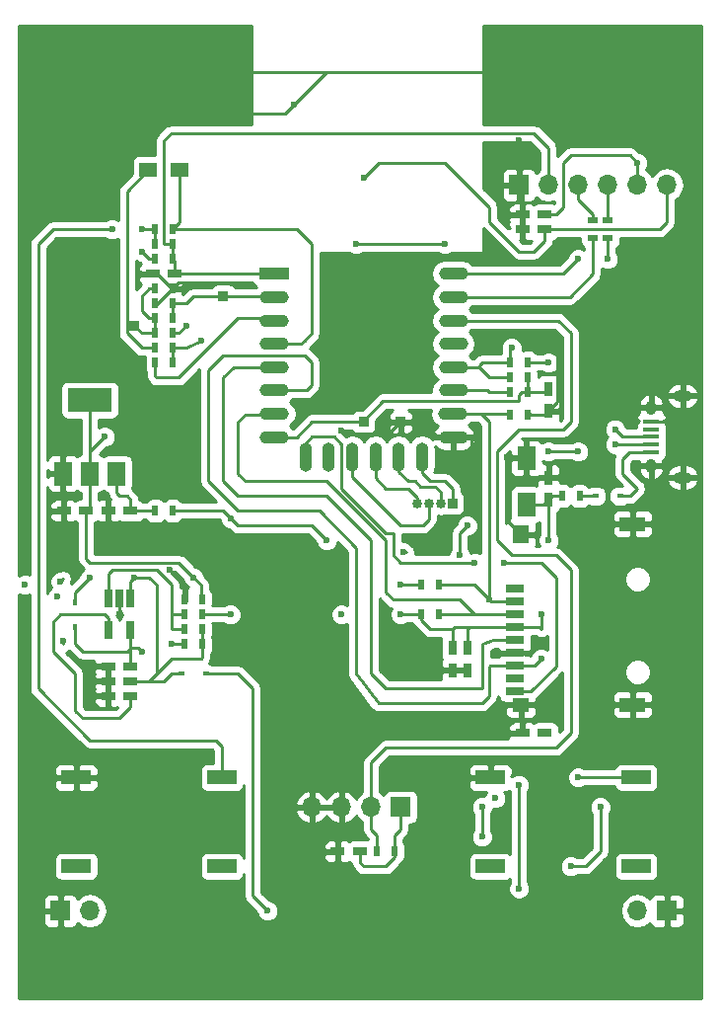
<source format=gbr>
G04 #@! TF.FileFunction,Copper,L1,Top,Signal*
%FSLAX46Y46*%
G04 Gerber Fmt 4.6, Leading zero omitted, Abs format (unit mm)*
G04 Created by KiCad (PCBNEW 4.0.6) date 01/12/18 22:01:54*
%MOMM*%
%LPD*%
G01*
G04 APERTURE LIST*
%ADD10C,0.100000*%
%ADD11R,2.200000X1.200000*%
%ADD12R,1.400000X1.600000*%
%ADD13R,1.400000X1.200000*%
%ADD14R,1.600000X0.700000*%
%ADD15R,0.750000X1.200000*%
%ADD16R,1.200000X0.750000*%
%ADD17R,1.600000X2.000000*%
%ADD18R,0.600000X0.450000*%
%ADD19R,0.450000X0.600000*%
%ADD20R,1.500000X1.300000*%
%ADD21R,1.700000X1.700000*%
%ADD22O,1.700000X1.700000*%
%ADD23R,0.850000X0.850000*%
%ADD24O,0.850000X0.850000*%
%ADD25R,1.350000X0.400000*%
%ADD26O,0.950000X1.250000*%
%ADD27O,1.550000X1.000000*%
%ADD28R,0.500000X0.900000*%
%ADD29R,0.900000X0.500000*%
%ADD30R,2.500000X1.200000*%
%ADD31R,2.500000X1.100000*%
%ADD32O,2.500000X1.100000*%
%ADD33O,1.100000X2.500000*%
%ADD34R,0.650000X1.560000*%
%ADD35R,3.800000X2.000000*%
%ADD36R,1.500000X2.000000*%
%ADD37C,0.600000*%
%ADD38C,0.250000*%
%ADD39C,0.254000*%
G04 APERTURE END LIST*
D10*
D11*
X83420000Y-68450000D03*
X83420000Y-83950000D03*
D12*
X73820000Y-69350000D03*
D13*
X73820000Y-83950000D03*
D14*
X73320000Y-82800000D03*
X73320000Y-80600000D03*
X73320000Y-81700000D03*
X73320000Y-79500000D03*
X73320000Y-78400000D03*
X73320000Y-77300000D03*
X73320000Y-74000000D03*
X73320000Y-75100000D03*
X73320000Y-76200000D03*
D15*
X69215000Y-79060000D03*
X69215000Y-80960000D03*
X67945000Y-79060000D03*
X67945000Y-80960000D03*
D16*
X75880000Y-86360000D03*
X73980000Y-86360000D03*
X44130000Y-46990000D03*
X42230000Y-46990000D03*
D15*
X76200000Y-56835000D03*
X76200000Y-58735000D03*
D16*
X40320000Y-81915000D03*
X38420000Y-81915000D03*
X40320000Y-83185000D03*
X38420000Y-83185000D03*
X40320000Y-67310000D03*
X38420000Y-67310000D03*
X40320000Y-80645000D03*
X38420000Y-80645000D03*
X36510000Y-67310000D03*
X34610000Y-67310000D03*
X75880000Y-43180000D03*
X73980000Y-43180000D03*
X75880000Y-41910000D03*
X73980000Y-41910000D03*
X60005000Y-96520000D03*
X58105000Y-96520000D03*
D15*
X76200000Y-66355000D03*
X76200000Y-64455000D03*
D17*
X74295000Y-66770000D03*
X74295000Y-62770000D03*
D18*
X44670000Y-81280000D03*
X46770000Y-81280000D03*
D19*
X35560000Y-75150000D03*
X35560000Y-77250000D03*
D18*
X80230000Y-66040000D03*
X82330000Y-66040000D03*
D20*
X44530000Y-38100000D03*
X41830000Y-38100000D03*
D21*
X63500000Y-92710000D03*
D22*
X60960000Y-92710000D03*
X58420000Y-92710000D03*
X55880000Y-92710000D03*
D23*
X67945000Y-66675000D03*
D24*
X66945000Y-66675000D03*
X65945000Y-66675000D03*
X64945000Y-66675000D03*
D21*
X73660000Y-39370000D03*
D22*
X76200000Y-39370000D03*
X78740000Y-39370000D03*
X81280000Y-39370000D03*
X83820000Y-39370000D03*
X86360000Y-39370000D03*
D21*
X34290000Y-101600000D03*
D22*
X36830000Y-101600000D03*
D21*
X86360000Y-101600000D03*
D22*
X83820000Y-101600000D03*
D25*
X85010000Y-62260000D03*
X85010000Y-61610000D03*
X85010000Y-60960000D03*
X85010000Y-60310000D03*
X85010000Y-59660000D03*
D26*
X85010000Y-63460000D03*
X85010000Y-58460000D03*
D27*
X87710000Y-64460000D03*
X87710000Y-57460000D03*
D28*
X66790000Y-76200000D03*
X65290000Y-76200000D03*
X66790000Y-73660000D03*
X65290000Y-73660000D03*
X72910000Y-59055000D03*
X74410000Y-59055000D03*
X42430000Y-54610000D03*
X43930000Y-54610000D03*
X72910000Y-55880000D03*
X74410000Y-55880000D03*
X72910000Y-57150000D03*
X74410000Y-57150000D03*
X43930000Y-45720000D03*
X42430000Y-45720000D03*
X44970000Y-77470000D03*
X46470000Y-77470000D03*
X44970000Y-76200000D03*
X46470000Y-76200000D03*
X44970000Y-78740000D03*
X46470000Y-78740000D03*
X43930000Y-67310000D03*
X42430000Y-67310000D03*
X46470000Y-74930000D03*
X44970000Y-74930000D03*
D29*
X81280000Y-43930000D03*
X81280000Y-42430000D03*
X80010000Y-43930000D03*
X80010000Y-42430000D03*
D28*
X62980000Y-96520000D03*
X61480000Y-96520000D03*
X78855000Y-66040000D03*
X77355000Y-66040000D03*
X43930000Y-53340000D03*
X42430000Y-53340000D03*
X43930000Y-43180000D03*
X42430000Y-43180000D03*
X43930000Y-44450000D03*
X42430000Y-44450000D03*
X72910000Y-54610000D03*
X74410000Y-54610000D03*
X42430000Y-52070000D03*
X43930000Y-52070000D03*
X42430000Y-50800000D03*
X43930000Y-50800000D03*
X43930000Y-49530000D03*
X42430000Y-49530000D03*
X43930000Y-48260000D03*
X42430000Y-48260000D03*
D30*
X48160000Y-97790000D03*
X35660000Y-97790000D03*
X48160000Y-90170000D03*
X35660000Y-90170000D03*
X83720000Y-97790000D03*
X71220000Y-97790000D03*
X83720000Y-90170000D03*
X71220000Y-90170000D03*
D23*
X63500000Y-59690000D03*
X48260000Y-48895000D03*
X60325000Y-59690000D03*
X40640000Y-51435000D03*
D31*
X52640000Y-46990000D03*
D32*
X52640000Y-48990000D03*
X52640000Y-50990000D03*
X52640000Y-52990000D03*
X52640000Y-54990000D03*
X52640000Y-56990000D03*
X52640000Y-58990000D03*
X52640000Y-60990000D03*
X68040000Y-60990000D03*
X67940000Y-58990000D03*
X68040000Y-56990000D03*
X68040000Y-54990000D03*
X68040000Y-52990000D03*
X68040000Y-50990000D03*
X68040000Y-48990000D03*
X68040000Y-46990000D03*
D33*
X55330000Y-62690000D03*
X57330000Y-62690000D03*
X59330000Y-62690000D03*
X61330000Y-62690000D03*
X63330000Y-62690000D03*
X65330000Y-62690000D03*
D34*
X40320000Y-74850000D03*
X39370000Y-74850000D03*
X38420000Y-74850000D03*
X38420000Y-77550000D03*
X40320000Y-77550000D03*
D35*
X36830000Y-57810000D03*
D36*
X36830000Y-64110000D03*
X39130000Y-64110000D03*
X34530000Y-64110000D03*
D37*
X34036000Y-74676000D03*
X34544000Y-78486000D03*
X34290000Y-73406000D03*
X58420000Y-76200000D03*
X63754000Y-70866000D03*
X31242000Y-73660000D03*
X71628000Y-91948000D03*
X83820000Y-37465000D03*
X75565000Y-76200000D03*
X63500000Y-76200000D03*
X63500000Y-73660000D03*
X41275000Y-45085000D03*
X41275000Y-79375000D03*
X45720000Y-73025000D03*
X46355000Y-52705000D03*
X38100000Y-60960000D03*
X58420000Y-60452000D03*
X57150000Y-48006000D03*
X50165000Y-48006000D03*
X73660000Y-35560000D03*
X77216000Y-53594000D03*
X79502000Y-53594000D03*
X42926000Y-70612000D03*
X43688000Y-72390000D03*
X38862000Y-46990000D03*
X41148000Y-46990000D03*
X72644000Y-62738000D03*
X69596000Y-63500000D03*
X80010000Y-103632000D03*
X80010000Y-100330000D03*
X38862000Y-61976000D03*
X45974000Y-66294000D03*
X45974000Y-68580000D03*
X42164000Y-33274000D03*
X69215000Y-80960000D03*
X71882000Y-79502000D03*
X54356000Y-32512000D03*
X71374000Y-33020000D03*
X57404000Y-45720000D03*
X61976000Y-46482000D03*
X36830000Y-80518000D03*
X39370000Y-76200000D03*
X60325000Y-38735000D03*
X48895000Y-67945000D03*
X43815000Y-78740000D03*
X57150000Y-69850000D03*
X76200000Y-69850000D03*
X59690000Y-44450000D03*
X67310000Y-44450000D03*
X40640000Y-73025000D03*
X36830000Y-73025000D03*
X45085000Y-51435000D03*
X52070000Y-101600000D03*
X72390000Y-71755000D03*
X69850000Y-71755000D03*
X75565000Y-80010000D03*
X71120000Y-74930000D03*
X70485000Y-95250000D03*
X70485000Y-92710000D03*
X81915000Y-61595000D03*
X81915000Y-60325000D03*
X73025000Y-53340000D03*
X73660000Y-99695000D03*
X73660000Y-90805000D03*
X68580000Y-71120000D03*
X69215000Y-68580000D03*
X48895000Y-76200000D03*
X78105000Y-97790000D03*
X80645000Y-92710000D03*
X78740000Y-62230000D03*
X76200000Y-62230000D03*
X78740000Y-45720000D03*
X81280000Y-45720000D03*
X41275000Y-43180000D03*
X38735000Y-43180000D03*
X78740000Y-90170000D03*
X76200000Y-54610000D03*
X40640000Y-51435000D03*
D38*
X34544000Y-78740000D02*
X34544000Y-78486000D01*
X34544000Y-73152000D02*
X34290000Y-73406000D01*
X64008000Y-70866000D02*
X63754000Y-70866000D01*
X74410000Y-57150000D02*
X73914000Y-57150000D01*
X61976000Y-57912000D02*
X60325000Y-59563000D01*
X73660000Y-57912000D02*
X61976000Y-57912000D01*
X73660000Y-57404000D02*
X73660000Y-57912000D01*
X73914000Y-57150000D02*
X73660000Y-57404000D01*
X60325000Y-59563000D02*
X60325000Y-59690000D01*
X75395000Y-77300000D02*
X73320000Y-77300000D01*
X75565000Y-77470000D02*
X75395000Y-77300000D01*
X75565000Y-76200000D02*
X75565000Y-77470000D01*
X65290000Y-73660000D02*
X63500000Y-73660000D01*
X63500000Y-76200000D02*
X65290000Y-76200000D01*
X65290000Y-76200000D02*
X65290000Y-76720000D01*
X66040000Y-77470000D02*
X67945000Y-77470000D01*
X65290000Y-76720000D02*
X66040000Y-77470000D01*
X42430000Y-45720000D02*
X41910000Y-45720000D01*
X41910000Y-45720000D02*
X41275000Y-45085000D01*
X36510000Y-67310000D02*
X36510000Y-71435000D01*
X44450000Y-71755000D02*
X45720000Y-73025000D01*
X36830000Y-71755000D02*
X44450000Y-71755000D01*
X36510000Y-71435000D02*
X36830000Y-71755000D01*
X40320000Y-79060000D02*
X40960000Y-79060000D01*
X40960000Y-79060000D02*
X41275000Y-79375000D01*
X46355000Y-73660000D02*
X46355000Y-74815000D01*
X45720000Y-73025000D02*
X46355000Y-73660000D01*
X46355000Y-74815000D02*
X46470000Y-74930000D01*
X43930000Y-53340000D02*
X45085000Y-53340000D01*
X45085000Y-53340000D02*
X46355000Y-52705000D01*
X36830000Y-64110000D02*
X36830000Y-62230000D01*
X36830000Y-62230000D02*
X38100000Y-60960000D01*
X75880000Y-41910000D02*
X76835000Y-41910000D01*
X83820000Y-37465000D02*
X83820000Y-39370000D01*
X83185000Y-36830000D02*
X83820000Y-37465000D01*
X78105000Y-36830000D02*
X83185000Y-36830000D01*
X77470000Y-37465000D02*
X78105000Y-36830000D01*
X77470000Y-41275000D02*
X77470000Y-37465000D01*
X76835000Y-41910000D02*
X77470000Y-41275000D01*
X53340000Y-60990000D02*
X54580000Y-60990000D01*
X54580000Y-60990000D02*
X55880000Y-59690000D01*
X55880000Y-59690000D02*
X60325000Y-59690000D01*
X40320000Y-78740000D02*
X40320000Y-79060000D01*
X35560000Y-78740000D02*
X35560000Y-77250000D01*
X36195000Y-79375000D02*
X35560000Y-78740000D01*
X40005000Y-79375000D02*
X36195000Y-79375000D01*
X40320000Y-79060000D02*
X40005000Y-79375000D01*
X40320000Y-77550000D02*
X40320000Y-78740000D01*
X40320000Y-78740000D02*
X40320000Y-80645000D01*
X36830000Y-64110000D02*
X36830000Y-57810000D01*
X36830000Y-64110000D02*
X36830000Y-66990000D01*
X36830000Y-66990000D02*
X36510000Y-67310000D01*
X43930000Y-53340000D02*
X43930000Y-54610000D01*
X63500000Y-92710000D02*
X63500000Y-94615000D01*
X62980000Y-95135000D02*
X62980000Y-96520000D01*
X63500000Y-94615000D02*
X62980000Y-95135000D01*
X60005000Y-96520000D02*
X60005000Y-97470000D01*
X62980000Y-97040000D02*
X62980000Y-96520000D01*
X62230000Y-97790000D02*
X62980000Y-97040000D01*
X60325000Y-97790000D02*
X62230000Y-97790000D01*
X60005000Y-97470000D02*
X60325000Y-97790000D01*
X74410000Y-55880000D02*
X74410000Y-57150000D01*
X74410000Y-57150000D02*
X75885000Y-57150000D01*
X75885000Y-57150000D02*
X76200000Y-56835000D01*
X69385000Y-77300000D02*
X68115000Y-77300000D01*
X67945000Y-77470000D02*
X67945000Y-79060000D01*
X68115000Y-77300000D02*
X67945000Y-77470000D01*
X73320000Y-77300000D02*
X69385000Y-77300000D01*
X69215000Y-77470000D02*
X69215000Y-79060000D01*
X69385000Y-77300000D02*
X69215000Y-77470000D01*
X62484000Y-60706000D02*
X63500000Y-59690000D01*
X58674000Y-60706000D02*
X62484000Y-60706000D01*
X58420000Y-60452000D02*
X58674000Y-60706000D01*
X50165000Y-48006000D02*
X49530000Y-48006000D01*
X57785000Y-46990000D02*
X57785000Y-47625000D01*
X57785000Y-47625000D02*
X57150000Y-48006000D01*
X44438000Y-47752000D02*
X43930000Y-48260000D01*
X49276000Y-47752000D02*
X44438000Y-47752000D01*
X49530000Y-48006000D02*
X49276000Y-47752000D01*
X73660000Y-39370000D02*
X73660000Y-35560000D01*
X74422000Y-61214000D02*
X78232000Y-61214000D01*
X74295000Y-61341000D02*
X74422000Y-61214000D01*
X74295000Y-62770000D02*
X74295000Y-61341000D01*
X76962000Y-57973000D02*
X76200000Y-58735000D01*
X76962000Y-53848000D02*
X76962000Y-57973000D01*
X77216000Y-53594000D02*
X76962000Y-53848000D01*
X79502000Y-59944000D02*
X79502000Y-53594000D01*
X78232000Y-61214000D02*
X79502000Y-59944000D01*
X44970000Y-74930000D02*
X44970000Y-73672000D01*
X42926000Y-70612000D02*
X42926000Y-69088000D01*
X44970000Y-73672000D02*
X43688000Y-72390000D01*
X42230000Y-46990000D02*
X41148000Y-46990000D01*
X34544000Y-51308000D02*
X38862000Y-46990000D01*
X34544000Y-51308000D02*
X34544000Y-55372000D01*
X34530000Y-64110000D02*
X34530000Y-60438000D01*
X34530000Y-60438000D02*
X34036000Y-59944000D01*
X34036000Y-59944000D02*
X34036000Y-55880000D01*
X34036000Y-55880000D02*
X34544000Y-55372000D01*
X39878000Y-56134000D02*
X39878000Y-61722000D01*
X34544000Y-55372000D02*
X39116000Y-55372000D01*
X39116000Y-55372000D02*
X39878000Y-56134000D01*
X67340000Y-60990000D02*
X69880000Y-60990000D01*
X69596000Y-61274000D02*
X69596000Y-63500000D01*
X69880000Y-60990000D02*
X69596000Y-61274000D01*
X80010000Y-100330000D02*
X80010000Y-103632000D01*
X72644000Y-62738000D02*
X72644000Y-68326000D01*
X72644000Y-68326000D02*
X72796000Y-68326000D01*
X72796000Y-68326000D02*
X73820000Y-69350000D01*
X38420000Y-67310000D02*
X38420000Y-68646000D01*
X41656000Y-61976000D02*
X38862000Y-61976000D01*
X45974000Y-66294000D02*
X41656000Y-61976000D01*
X45466000Y-69088000D02*
X45974000Y-68580000D01*
X38862000Y-69088000D02*
X42926000Y-69088000D01*
X42926000Y-69088000D02*
X45466000Y-69088000D01*
X38420000Y-68646000D02*
X38862000Y-69088000D01*
X49276000Y-29718000D02*
X45720000Y-29718000D01*
X57150000Y-29718000D02*
X49276000Y-29718000D01*
X45720000Y-29718000D02*
X42164000Y-33274000D01*
X74295000Y-62770000D02*
X72676000Y-62770000D01*
X72676000Y-62770000D02*
X72644000Y-62738000D01*
X85010000Y-59660000D02*
X86584000Y-59660000D01*
X86584000Y-59660000D02*
X86614000Y-59690000D01*
X42164000Y-33274000D02*
X53594000Y-33274000D01*
X53594000Y-33274000D02*
X54356000Y-32512000D01*
X73320000Y-79500000D02*
X71884000Y-79500000D01*
X71884000Y-79500000D02*
X71882000Y-79502000D01*
X57150000Y-29718000D02*
X71120000Y-29718000D01*
X71120000Y-29718000D02*
X71882000Y-30480000D01*
X71882000Y-30480000D02*
X71882000Y-32512000D01*
X71882000Y-32512000D02*
X71374000Y-33020000D01*
X54356000Y-32512000D02*
X57150000Y-29718000D01*
X39370000Y-74850000D02*
X39370000Y-76200000D01*
X42430000Y-49530000D02*
X42660000Y-49530000D01*
X42660000Y-49530000D02*
X43930000Y-48260000D01*
X42230000Y-46990000D02*
X42545000Y-46990000D01*
X42545000Y-46990000D02*
X43815000Y-48260000D01*
X43815000Y-48260000D02*
X43930000Y-48260000D01*
X73980000Y-43180000D02*
X73980000Y-41910000D01*
X73980000Y-41910000D02*
X73980000Y-39690000D01*
X73980000Y-39690000D02*
X73660000Y-39370000D01*
X67340000Y-60990000D02*
X66705000Y-60990000D01*
X65405000Y-59690000D02*
X63500000Y-59690000D01*
X66705000Y-60990000D02*
X65405000Y-59690000D01*
X74410000Y-59055000D02*
X75880000Y-59055000D01*
X75880000Y-59055000D02*
X76200000Y-58735000D01*
X75880000Y-44135000D02*
X75880000Y-43180000D01*
X74930000Y-45085000D02*
X75880000Y-44135000D01*
X73660000Y-45085000D02*
X74930000Y-45085000D01*
X71120000Y-42545000D02*
X73660000Y-45085000D01*
X71120000Y-41275000D02*
X71120000Y-42545000D01*
X67310000Y-37465000D02*
X71120000Y-41275000D01*
X61595000Y-37465000D02*
X67310000Y-37465000D01*
X60325000Y-38735000D02*
X61595000Y-37465000D01*
X44970000Y-78740000D02*
X43815000Y-78740000D01*
X75880000Y-43180000D02*
X85725000Y-43180000D01*
X85725000Y-43180000D02*
X86360000Y-42545000D01*
X86360000Y-42545000D02*
X86360000Y-39370000D01*
X43930000Y-67310000D02*
X48260000Y-67310000D01*
X48260000Y-67310000D02*
X48895000Y-67945000D01*
X48895000Y-67945000D02*
X49530000Y-68580000D01*
X49530000Y-68580000D02*
X55880000Y-68580000D01*
X55880000Y-68580000D02*
X57150000Y-69850000D01*
X76200000Y-69850000D02*
X76200000Y-66355000D01*
X77355000Y-66040000D02*
X76515000Y-66040000D01*
X76515000Y-66040000D02*
X76200000Y-66355000D01*
X74295000Y-66770000D02*
X75785000Y-66770000D01*
X75785000Y-66770000D02*
X76200000Y-66355000D01*
X67310000Y-44450000D02*
X59690000Y-44450000D01*
X43930000Y-44450000D02*
X43180000Y-44450000D01*
X76200000Y-36195000D02*
X76200000Y-39370000D01*
X74930000Y-34925000D02*
X76200000Y-36195000D01*
X43815000Y-34925000D02*
X74930000Y-34925000D01*
X43180000Y-35560000D02*
X43815000Y-34925000D01*
X43180000Y-44450000D02*
X43180000Y-35560000D01*
X43930000Y-44450000D02*
X43930000Y-45720000D01*
X43930000Y-45720000D02*
X44130000Y-45920000D01*
X44130000Y-45920000D02*
X44130000Y-46990000D01*
X44130000Y-46990000D02*
X53340000Y-46990000D01*
X35560000Y-75150000D02*
X35560000Y-74295000D01*
X35560000Y-74295000D02*
X36830000Y-73025000D01*
X40320000Y-74850000D02*
X40320000Y-73345000D01*
X42545000Y-81280000D02*
X41910000Y-81915000D01*
X42545000Y-73660000D02*
X42545000Y-81280000D01*
X41910000Y-73025000D02*
X42545000Y-73660000D01*
X40640000Y-73025000D02*
X41910000Y-73025000D01*
X40320000Y-73345000D02*
X40640000Y-73025000D01*
X46470000Y-78740000D02*
X46470000Y-77470000D01*
X46470000Y-78740000D02*
X46470000Y-79895000D01*
X43815000Y-80010000D02*
X41910000Y-81915000D01*
X46355000Y-80010000D02*
X43815000Y-80010000D01*
X46470000Y-79895000D02*
X46355000Y-80010000D01*
X40320000Y-81915000D02*
X41910000Y-81915000D01*
X41910000Y-81915000D02*
X43180000Y-81915000D01*
X43815000Y-81280000D02*
X44670000Y-81280000D01*
X43180000Y-81915000D02*
X43815000Y-81280000D01*
X38420000Y-77550000D02*
X38420000Y-76520000D01*
X40320000Y-84140000D02*
X40320000Y-83185000D01*
X39370000Y-85090000D02*
X40320000Y-84140000D01*
X36195000Y-85090000D02*
X39370000Y-85090000D01*
X35560000Y-84455000D02*
X36195000Y-85090000D01*
X35560000Y-81280000D02*
X35560000Y-84455000D01*
X33655000Y-79375000D02*
X35560000Y-81280000D01*
X33655000Y-76835000D02*
X33655000Y-79375000D01*
X34290000Y-76200000D02*
X33655000Y-76835000D01*
X38100000Y-76200000D02*
X34290000Y-76200000D01*
X38420000Y-76520000D02*
X38100000Y-76200000D01*
X40320000Y-67310000D02*
X42430000Y-67310000D01*
X40320000Y-67310000D02*
X40320000Y-66355000D01*
X39130000Y-65800000D02*
X39130000Y-64110000D01*
X39370000Y-66040000D02*
X39130000Y-65800000D01*
X40005000Y-66040000D02*
X39370000Y-66040000D01*
X40320000Y-66355000D02*
X40005000Y-66040000D01*
X43930000Y-52070000D02*
X44450000Y-52070000D01*
X44450000Y-52070000D02*
X45085000Y-51435000D01*
X46770000Y-81280000D02*
X49530000Y-81280000D01*
X50800000Y-100330000D02*
X52070000Y-101600000D01*
X50800000Y-82550000D02*
X50800000Y-100330000D01*
X49530000Y-81280000D02*
X50800000Y-82550000D01*
X80230000Y-66040000D02*
X78855000Y-66040000D01*
X85010000Y-62260000D02*
X83155000Y-62260000D01*
X83185000Y-66040000D02*
X82330000Y-66040000D01*
X83820000Y-65405000D02*
X83185000Y-66040000D01*
X82550000Y-64135000D02*
X83820000Y-65405000D01*
X82550000Y-62865000D02*
X82550000Y-64135000D01*
X83155000Y-62260000D02*
X82550000Y-62865000D01*
X53340000Y-52990000D02*
X54960000Y-52990000D01*
X54610000Y-43180000D02*
X55880000Y-44450000D01*
X55880000Y-44450000D02*
X55880000Y-52070000D01*
X55880000Y-52070000D02*
X55245000Y-52705000D01*
X54610000Y-43180000D02*
X43930000Y-43180000D01*
X54960000Y-52990000D02*
X55245000Y-52705000D01*
X44530000Y-38100000D02*
X44530000Y-42580000D01*
X44530000Y-42580000D02*
X43930000Y-43180000D01*
X42430000Y-53340000D02*
X41275000Y-53340000D01*
X40005000Y-39925000D02*
X41830000Y-38100000D01*
X40005000Y-52070000D02*
X40005000Y-39925000D01*
X41275000Y-53340000D02*
X40005000Y-52070000D01*
X60960000Y-92710000D02*
X60960000Y-88900000D01*
X77025000Y-50990000D02*
X67340000Y-50990000D01*
X78105000Y-52070000D02*
X77025000Y-50990000D01*
X78105000Y-59690000D02*
X78105000Y-52070000D01*
X77470000Y-60325000D02*
X78105000Y-59690000D01*
X73660000Y-60325000D02*
X77470000Y-60325000D01*
X71755000Y-62230000D02*
X73660000Y-60325000D01*
X71755000Y-69850000D02*
X71755000Y-62230000D01*
X73025000Y-71120000D02*
X71755000Y-69850000D01*
X76835000Y-71120000D02*
X73025000Y-71120000D01*
X78105000Y-72390000D02*
X76835000Y-71120000D01*
X78105000Y-86360000D02*
X78105000Y-72390000D01*
X76835000Y-87630000D02*
X78105000Y-86360000D01*
X62230000Y-87630000D02*
X76835000Y-87630000D01*
X60960000Y-88900000D02*
X62230000Y-87630000D01*
X60960000Y-92710000D02*
X60960000Y-94615000D01*
X61480000Y-95135000D02*
X61480000Y-96520000D01*
X60960000Y-94615000D02*
X61480000Y-95135000D01*
X62865000Y-69215000D02*
X62231398Y-69215000D01*
X74680000Y-82800000D02*
X76835000Y-80645000D01*
X76835000Y-80645000D02*
X76835000Y-73025000D01*
X76835000Y-73025000D02*
X75565000Y-71755000D01*
X75565000Y-71755000D02*
X72390000Y-71755000D01*
X69850000Y-71755000D02*
X63500000Y-71755000D01*
X63500000Y-71755000D02*
X62865000Y-71120000D01*
X62865000Y-71120000D02*
X62865000Y-69215000D01*
X73320000Y-82800000D02*
X74680000Y-82800000D01*
X55880000Y-60960000D02*
X55330000Y-61510000D01*
X57785000Y-60960000D02*
X55880000Y-60960000D01*
X58420000Y-61595000D02*
X57785000Y-60960000D01*
X58420000Y-65403602D02*
X58420000Y-61595000D01*
X62231398Y-69215000D02*
X58420000Y-65403602D01*
X55330000Y-61510000D02*
X55330000Y-61990000D01*
X73320000Y-80600000D02*
X74975000Y-80600000D01*
X74975000Y-80600000D02*
X75565000Y-80010000D01*
X73320000Y-80600000D02*
X71165000Y-80600000D01*
X55405000Y-56990000D02*
X53340000Y-56990000D01*
X55880000Y-56515000D02*
X55405000Y-56990000D01*
X55880000Y-54610000D02*
X55880000Y-56515000D01*
X55245000Y-53975000D02*
X55880000Y-54610000D01*
X48260000Y-53975000D02*
X55245000Y-53975000D01*
X46990000Y-55245000D02*
X48260000Y-53975000D01*
X46990000Y-64770000D02*
X46990000Y-55245000D01*
X49530000Y-67310000D02*
X46990000Y-64770000D01*
X56515000Y-67310000D02*
X49530000Y-67310000D01*
X59690000Y-70485000D02*
X56515000Y-67310000D01*
X59690000Y-81280000D02*
X59690000Y-70485000D01*
X61595000Y-83820000D02*
X59690000Y-81280000D01*
X70485000Y-83820000D02*
X61595000Y-83820000D01*
X71120000Y-83185000D02*
X70485000Y-83820000D01*
X71120000Y-80645000D02*
X71120000Y-83185000D01*
X71165000Y-80600000D02*
X71120000Y-80645000D01*
X49150000Y-54990000D02*
X53340000Y-54990000D01*
X48260000Y-55880000D02*
X49150000Y-54990000D01*
X48260000Y-64770000D02*
X48260000Y-55880000D01*
X49530000Y-66040000D02*
X48260000Y-64770000D01*
X57150000Y-66040000D02*
X49530000Y-66040000D01*
X60960000Y-69850000D02*
X57150000Y-66040000D01*
X60960000Y-81280000D02*
X60960000Y-69850000D01*
X62230000Y-82550000D02*
X60960000Y-81280000D01*
X70485000Y-82550000D02*
X62230000Y-82550000D01*
X70485000Y-78740000D02*
X70485000Y-82550000D01*
X71460000Y-78400000D02*
X70485000Y-78740000D01*
X73320000Y-78400000D02*
X71460000Y-78400000D01*
X70485000Y-92710000D02*
X70485000Y-95250000D01*
X70420000Y-58990000D02*
X72845000Y-58990000D01*
X72845000Y-58990000D02*
X72910000Y-59055000D01*
X71120000Y-74930000D02*
X71120000Y-59690000D01*
X70420000Y-58990000D02*
X67340000Y-58990000D01*
X71120000Y-59690000D02*
X70420000Y-58990000D01*
X73320000Y-75100000D02*
X71290000Y-75100000D01*
X69850000Y-73660000D02*
X66675000Y-73660000D01*
X71290000Y-75100000D02*
X71120000Y-74930000D01*
X71120000Y-74930000D02*
X69850000Y-73660000D01*
X66675000Y-73660000D02*
X66790000Y-73660000D01*
X49530000Y-64135000D02*
X49530000Y-59690000D01*
X68580000Y-74930000D02*
X62865000Y-74930000D01*
X62865000Y-74930000D02*
X62230000Y-74295000D01*
X62230000Y-74295000D02*
X62230000Y-69850000D01*
X62230000Y-69850000D02*
X57150000Y-64770000D01*
X57150000Y-64770000D02*
X50165000Y-64770000D01*
X50165000Y-64770000D02*
X49530000Y-64135000D01*
X69850000Y-76200000D02*
X68580000Y-74930000D01*
X50165000Y-59055000D02*
X53275000Y-59055000D01*
X49530000Y-59690000D02*
X50165000Y-59055000D01*
X53275000Y-59055000D02*
X53340000Y-58990000D01*
X73320000Y-76200000D02*
X69850000Y-76200000D01*
X69850000Y-76200000D02*
X66790000Y-76200000D01*
X65330000Y-61990000D02*
X65330000Y-64060000D01*
X67945000Y-65405000D02*
X67945000Y-66675000D01*
X67310000Y-64770000D02*
X67945000Y-65405000D01*
X66040000Y-64770000D02*
X67310000Y-64770000D01*
X65330000Y-64060000D02*
X66040000Y-64770000D01*
X63330000Y-61990000D02*
X63330000Y-63965000D01*
X66945000Y-65675000D02*
X66945000Y-66675000D01*
X66490002Y-65220002D02*
X66945000Y-65675000D01*
X65220002Y-65220002D02*
X66490002Y-65220002D01*
X64770000Y-64770000D02*
X65220002Y-65220002D01*
X64135000Y-64770000D02*
X64770000Y-64770000D01*
X63330000Y-63965000D02*
X64135000Y-64770000D01*
X59330000Y-61990000D02*
X59330000Y-64410000D01*
X65945000Y-68040000D02*
X65945000Y-66675000D01*
X65405000Y-68580000D02*
X65945000Y-68040000D01*
X63500000Y-68580000D02*
X65405000Y-68580000D01*
X59330000Y-64410000D02*
X63500000Y-68580000D01*
X61330000Y-61990000D02*
X61330000Y-64505000D01*
X64945000Y-66215000D02*
X64945000Y-66675000D01*
X64135000Y-65405000D02*
X64945000Y-66215000D01*
X62230000Y-65405000D02*
X64135000Y-65405000D01*
X61330000Y-64505000D02*
X62230000Y-65405000D01*
X78740000Y-39370000D02*
X78740000Y-40640000D01*
X80010000Y-41910000D02*
X80010000Y-42430000D01*
X78740000Y-40640000D02*
X80010000Y-41910000D01*
X81280000Y-42430000D02*
X81280000Y-39370000D01*
X81930000Y-61610000D02*
X81915000Y-61595000D01*
X81930000Y-61610000D02*
X85010000Y-61610000D01*
X85010000Y-60960000D02*
X82550000Y-60960000D01*
X82550000Y-60960000D02*
X81915000Y-60325000D01*
X72910000Y-54610000D02*
X72910000Y-53455000D01*
X72910000Y-53455000D02*
X73025000Y-53340000D01*
X70230000Y-54990000D02*
X70230000Y-54865000D01*
X70485000Y-54610000D02*
X72910000Y-54610000D01*
X70230000Y-54865000D02*
X70485000Y-54610000D01*
X67340000Y-54990000D02*
X70230000Y-54990000D01*
X71120000Y-55880000D02*
X72910000Y-55880000D01*
X70230000Y-54990000D02*
X71120000Y-55880000D01*
X42430000Y-54610000D02*
X42430000Y-55765000D01*
X49530000Y-50800000D02*
X53150000Y-50800000D01*
X44450000Y-55880000D02*
X49530000Y-50800000D01*
X42545000Y-55880000D02*
X44450000Y-55880000D01*
X42430000Y-55765000D02*
X42545000Y-55880000D01*
X53150000Y-50800000D02*
X53340000Y-50990000D01*
X73660000Y-90805000D02*
X73660000Y-99695000D01*
X68580000Y-69215000D02*
X68580000Y-71120000D01*
X69215000Y-68580000D02*
X68580000Y-69215000D01*
X67340000Y-56990000D02*
X70960000Y-56990000D01*
X71120000Y-57150000D02*
X72910000Y-57150000D01*
X70960000Y-56990000D02*
X71120000Y-57150000D01*
X44970000Y-76200000D02*
X43815000Y-76200000D01*
X38420000Y-74850000D02*
X38420000Y-72705000D01*
X43815000Y-77470000D02*
X44970000Y-77470000D01*
X43815000Y-73660000D02*
X43815000Y-76200000D01*
X43815000Y-76200000D02*
X43815000Y-77470000D01*
X42545000Y-72390000D02*
X43815000Y-73660000D01*
X38735000Y-72390000D02*
X42545000Y-72390000D01*
X38420000Y-72705000D02*
X38735000Y-72390000D01*
X48895000Y-76200000D02*
X46470000Y-76200000D01*
X79375000Y-97790000D02*
X78105000Y-97790000D01*
X80645000Y-96520000D02*
X79375000Y-97790000D01*
X80645000Y-92710000D02*
X80645000Y-96520000D01*
X76200000Y-62230000D02*
X78740000Y-62230000D01*
X81280000Y-43930000D02*
X81280000Y-45720000D01*
X77470000Y-46990000D02*
X67340000Y-46990000D01*
X78740000Y-45720000D02*
X77470000Y-46990000D01*
X80010000Y-43930000D02*
X80010000Y-46990000D01*
X78010000Y-48990000D02*
X67340000Y-48990000D01*
X80010000Y-46990000D02*
X78010000Y-48990000D01*
X48160000Y-90170000D02*
X48160000Y-87530000D01*
X41275000Y-43180000D02*
X42430000Y-43180000D01*
X33655000Y-43180000D02*
X38735000Y-43180000D01*
X32385000Y-44450000D02*
X33655000Y-43180000D01*
X32385000Y-82550000D02*
X32385000Y-44450000D01*
X36830000Y-86995000D02*
X32385000Y-82550000D01*
X47625000Y-86995000D02*
X36830000Y-86995000D01*
X48160000Y-87530000D02*
X47625000Y-86995000D01*
X42430000Y-44450000D02*
X42430000Y-43180000D01*
X74410000Y-54610000D02*
X76200000Y-54610000D01*
X78740000Y-90170000D02*
X83720000Y-90170000D01*
X40640000Y-51435000D02*
X41275000Y-52070000D01*
X41275000Y-52070000D02*
X42430000Y-52070000D01*
X42430000Y-48260000D02*
X41910000Y-48260000D01*
X41910000Y-50800000D02*
X42430000Y-50800000D01*
X41275000Y-50165000D02*
X41910000Y-50800000D01*
X41275000Y-48895000D02*
X41275000Y-50165000D01*
X41910000Y-48260000D02*
X41275000Y-48895000D01*
X42430000Y-50800000D02*
X42430000Y-52070000D01*
X48260000Y-48895000D02*
X53245000Y-48895000D01*
X53245000Y-48895000D02*
X53340000Y-48990000D01*
X43930000Y-49530000D02*
X45085000Y-49530000D01*
X45720000Y-48895000D02*
X48260000Y-48895000D01*
X45085000Y-49530000D02*
X45720000Y-48895000D01*
X43930000Y-50800000D02*
X43930000Y-49530000D01*
D39*
G36*
X89290000Y-109093000D02*
X30710000Y-109093000D01*
X30710000Y-101885750D01*
X32805000Y-101885750D01*
X32805000Y-102576309D01*
X32901673Y-102809698D01*
X33080301Y-102988327D01*
X33313690Y-103085000D01*
X34004250Y-103085000D01*
X34163000Y-102926250D01*
X34163000Y-101727000D01*
X32963750Y-101727000D01*
X32805000Y-101885750D01*
X30710000Y-101885750D01*
X30710000Y-100623691D01*
X32805000Y-100623691D01*
X32805000Y-101314250D01*
X32963750Y-101473000D01*
X34163000Y-101473000D01*
X34163000Y-100273750D01*
X34417000Y-100273750D01*
X34417000Y-101473000D01*
X34437000Y-101473000D01*
X34437000Y-101727000D01*
X34417000Y-101727000D01*
X34417000Y-102926250D01*
X34575750Y-103085000D01*
X35266310Y-103085000D01*
X35499699Y-102988327D01*
X35678327Y-102809698D01*
X35750597Y-102635223D01*
X35779946Y-102679147D01*
X36261715Y-103001054D01*
X36830000Y-103114093D01*
X37398285Y-103001054D01*
X37880054Y-102679147D01*
X38201961Y-102197378D01*
X38315000Y-101629093D01*
X38315000Y-101570907D01*
X38201961Y-101002622D01*
X37880054Y-100520853D01*
X37398285Y-100198946D01*
X36830000Y-100085907D01*
X36261715Y-100198946D01*
X35779946Y-100520853D01*
X35750597Y-100564777D01*
X35678327Y-100390302D01*
X35499699Y-100211673D01*
X35266310Y-100115000D01*
X34575750Y-100115000D01*
X34417000Y-100273750D01*
X34163000Y-100273750D01*
X34004250Y-100115000D01*
X33313690Y-100115000D01*
X33080301Y-100211673D01*
X32901673Y-100390302D01*
X32805000Y-100623691D01*
X30710000Y-100623691D01*
X30710000Y-97190000D01*
X33762560Y-97190000D01*
X33762560Y-98390000D01*
X33806838Y-98625317D01*
X33945910Y-98841441D01*
X34158110Y-98986431D01*
X34410000Y-99037440D01*
X36910000Y-99037440D01*
X37145317Y-98993162D01*
X37361441Y-98854090D01*
X37506431Y-98641890D01*
X37557440Y-98390000D01*
X37557440Y-97190000D01*
X37513162Y-96954683D01*
X37374090Y-96738559D01*
X37161890Y-96593569D01*
X36910000Y-96542560D01*
X34410000Y-96542560D01*
X34174683Y-96586838D01*
X33958559Y-96725910D01*
X33813569Y-96938110D01*
X33762560Y-97190000D01*
X30710000Y-97190000D01*
X30710000Y-90455750D01*
X33775000Y-90455750D01*
X33775000Y-90896310D01*
X33871673Y-91129699D01*
X34050302Y-91308327D01*
X34283691Y-91405000D01*
X35374250Y-91405000D01*
X35533000Y-91246250D01*
X35533000Y-90297000D01*
X35787000Y-90297000D01*
X35787000Y-91246250D01*
X35945750Y-91405000D01*
X37036309Y-91405000D01*
X37269698Y-91308327D01*
X37448327Y-91129699D01*
X37545000Y-90896310D01*
X37545000Y-90455750D01*
X37386250Y-90297000D01*
X35787000Y-90297000D01*
X35533000Y-90297000D01*
X33933750Y-90297000D01*
X33775000Y-90455750D01*
X30710000Y-90455750D01*
X30710000Y-89443690D01*
X33775000Y-89443690D01*
X33775000Y-89884250D01*
X33933750Y-90043000D01*
X35533000Y-90043000D01*
X35533000Y-89093750D01*
X35787000Y-89093750D01*
X35787000Y-90043000D01*
X37386250Y-90043000D01*
X37545000Y-89884250D01*
X37545000Y-89443690D01*
X37448327Y-89210301D01*
X37269698Y-89031673D01*
X37036309Y-88935000D01*
X35945750Y-88935000D01*
X35787000Y-89093750D01*
X35533000Y-89093750D01*
X35374250Y-88935000D01*
X34283691Y-88935000D01*
X34050302Y-89031673D01*
X33871673Y-89210301D01*
X33775000Y-89443690D01*
X30710000Y-89443690D01*
X30710000Y-74450516D01*
X30711673Y-74452192D01*
X31055201Y-74594838D01*
X31427167Y-74595162D01*
X31625000Y-74513419D01*
X31625000Y-82550000D01*
X31682852Y-82840839D01*
X31847599Y-83087401D01*
X36292599Y-87532401D01*
X36539160Y-87697148D01*
X36830000Y-87755000D01*
X47310198Y-87755000D01*
X47400000Y-87844802D01*
X47400000Y-88922560D01*
X46910000Y-88922560D01*
X46674683Y-88966838D01*
X46458559Y-89105910D01*
X46313569Y-89318110D01*
X46262560Y-89570000D01*
X46262560Y-90770000D01*
X46306838Y-91005317D01*
X46445910Y-91221441D01*
X46658110Y-91366431D01*
X46910000Y-91417440D01*
X49410000Y-91417440D01*
X49645317Y-91373162D01*
X49861441Y-91234090D01*
X50006431Y-91021890D01*
X50040000Y-90856121D01*
X50040000Y-97097315D01*
X50013162Y-96954683D01*
X49874090Y-96738559D01*
X49661890Y-96593569D01*
X49410000Y-96542560D01*
X46910000Y-96542560D01*
X46674683Y-96586838D01*
X46458559Y-96725910D01*
X46313569Y-96938110D01*
X46262560Y-97190000D01*
X46262560Y-98390000D01*
X46306838Y-98625317D01*
X46445910Y-98841441D01*
X46658110Y-98986431D01*
X46910000Y-99037440D01*
X49410000Y-99037440D01*
X49645317Y-98993162D01*
X49861441Y-98854090D01*
X50006431Y-98641890D01*
X50040000Y-98476121D01*
X50040000Y-100330000D01*
X50097852Y-100620839D01*
X50262599Y-100867401D01*
X51134878Y-101739680D01*
X51134838Y-101785167D01*
X51276883Y-102128943D01*
X51539673Y-102392192D01*
X51883201Y-102534838D01*
X52255167Y-102535162D01*
X52598943Y-102393117D01*
X52862192Y-102130327D01*
X53004838Y-101786799D01*
X53005026Y-101570907D01*
X82335000Y-101570907D01*
X82335000Y-101629093D01*
X82448039Y-102197378D01*
X82769946Y-102679147D01*
X83251715Y-103001054D01*
X83820000Y-103114093D01*
X84388285Y-103001054D01*
X84870054Y-102679147D01*
X84899403Y-102635223D01*
X84971673Y-102809698D01*
X85150301Y-102988327D01*
X85383690Y-103085000D01*
X86074250Y-103085000D01*
X86233000Y-102926250D01*
X86233000Y-101727000D01*
X86487000Y-101727000D01*
X86487000Y-102926250D01*
X86645750Y-103085000D01*
X87336310Y-103085000D01*
X87569699Y-102988327D01*
X87748327Y-102809698D01*
X87845000Y-102576309D01*
X87845000Y-101885750D01*
X87686250Y-101727000D01*
X86487000Y-101727000D01*
X86233000Y-101727000D01*
X86213000Y-101727000D01*
X86213000Y-101473000D01*
X86233000Y-101473000D01*
X86233000Y-100273750D01*
X86487000Y-100273750D01*
X86487000Y-101473000D01*
X87686250Y-101473000D01*
X87845000Y-101314250D01*
X87845000Y-100623691D01*
X87748327Y-100390302D01*
X87569699Y-100211673D01*
X87336310Y-100115000D01*
X86645750Y-100115000D01*
X86487000Y-100273750D01*
X86233000Y-100273750D01*
X86074250Y-100115000D01*
X85383690Y-100115000D01*
X85150301Y-100211673D01*
X84971673Y-100390302D01*
X84899403Y-100564777D01*
X84870054Y-100520853D01*
X84388285Y-100198946D01*
X83820000Y-100085907D01*
X83251715Y-100198946D01*
X82769946Y-100520853D01*
X82448039Y-101002622D01*
X82335000Y-101570907D01*
X53005026Y-101570907D01*
X53005162Y-101414833D01*
X52863117Y-101071057D01*
X52600327Y-100807808D01*
X52256799Y-100665162D01*
X52209923Y-100665121D01*
X51560000Y-100015198D01*
X51560000Y-96805750D01*
X56870000Y-96805750D01*
X56870000Y-97021310D01*
X56966673Y-97254699D01*
X57145302Y-97433327D01*
X57378691Y-97530000D01*
X57819250Y-97530000D01*
X57978000Y-97371250D01*
X57978000Y-96647000D01*
X57028750Y-96647000D01*
X56870000Y-96805750D01*
X51560000Y-96805750D01*
X51560000Y-96018690D01*
X56870000Y-96018690D01*
X56870000Y-96234250D01*
X57028750Y-96393000D01*
X57978000Y-96393000D01*
X57978000Y-95668750D01*
X57819250Y-95510000D01*
X57378691Y-95510000D01*
X57145302Y-95606673D01*
X56966673Y-95785301D01*
X56870000Y-96018690D01*
X51560000Y-96018690D01*
X51560000Y-93066892D01*
X54438514Y-93066892D01*
X54684817Y-93591358D01*
X55113076Y-93981645D01*
X55523110Y-94151476D01*
X55753000Y-94030155D01*
X55753000Y-92837000D01*
X56007000Y-92837000D01*
X56007000Y-94030155D01*
X56236890Y-94151476D01*
X56646924Y-93981645D01*
X57075183Y-93591358D01*
X57150000Y-93432046D01*
X57224817Y-93591358D01*
X57653076Y-93981645D01*
X58063110Y-94151476D01*
X58293000Y-94030155D01*
X58293000Y-92837000D01*
X56007000Y-92837000D01*
X55753000Y-92837000D01*
X54559181Y-92837000D01*
X54438514Y-93066892D01*
X51560000Y-93066892D01*
X51560000Y-92353108D01*
X54438514Y-92353108D01*
X54559181Y-92583000D01*
X55753000Y-92583000D01*
X55753000Y-91389845D01*
X56007000Y-91389845D01*
X56007000Y-92583000D01*
X58293000Y-92583000D01*
X58293000Y-91389845D01*
X58063110Y-91268524D01*
X57653076Y-91438355D01*
X57224817Y-91828642D01*
X57150000Y-91987954D01*
X57075183Y-91828642D01*
X56646924Y-91438355D01*
X56236890Y-91268524D01*
X56007000Y-91389845D01*
X55753000Y-91389845D01*
X55523110Y-91268524D01*
X55113076Y-91438355D01*
X54684817Y-91828642D01*
X54438514Y-92353108D01*
X51560000Y-92353108D01*
X51560000Y-85858690D01*
X72745000Y-85858690D01*
X72745000Y-86074250D01*
X72903750Y-86233000D01*
X73853000Y-86233000D01*
X73853000Y-85508750D01*
X73694250Y-85350000D01*
X73253691Y-85350000D01*
X73020302Y-85446673D01*
X72841673Y-85625301D01*
X72745000Y-85858690D01*
X51560000Y-85858690D01*
X51560000Y-82550000D01*
X51540586Y-82452401D01*
X51502148Y-82259160D01*
X51337401Y-82012599D01*
X50067401Y-80742599D01*
X49820839Y-80577852D01*
X49530000Y-80520000D01*
X47411797Y-80520000D01*
X47321890Y-80458569D01*
X47070000Y-80407560D01*
X47023999Y-80407560D01*
X47172148Y-80185839D01*
X47230000Y-79895000D01*
X47230000Y-79568386D01*
X47316431Y-79441890D01*
X47367440Y-79190000D01*
X47367440Y-78290000D01*
X47331352Y-78098208D01*
X47367440Y-77920000D01*
X47367440Y-77020000D01*
X47356150Y-76960000D01*
X48332537Y-76960000D01*
X48364673Y-76992192D01*
X48708201Y-77134838D01*
X49080167Y-77135162D01*
X49423943Y-76993117D01*
X49687192Y-76730327D01*
X49829838Y-76386799D01*
X49830162Y-76014833D01*
X49688117Y-75671057D01*
X49425327Y-75407808D01*
X49081799Y-75265162D01*
X48709833Y-75264838D01*
X48366057Y-75406883D01*
X48332882Y-75440000D01*
X47355290Y-75440000D01*
X47367440Y-75380000D01*
X47367440Y-74480000D01*
X47323162Y-74244683D01*
X47184090Y-74028559D01*
X47115000Y-73981352D01*
X47115000Y-73660000D01*
X47057148Y-73369161D01*
X46892401Y-73122599D01*
X46655122Y-72885320D01*
X46655162Y-72839833D01*
X46513117Y-72496057D01*
X46250327Y-72232808D01*
X45906799Y-72090162D01*
X45859923Y-72090121D01*
X44987401Y-71217599D01*
X44740839Y-71052852D01*
X44450000Y-70995000D01*
X37270000Y-70995000D01*
X37270000Y-68302334D01*
X37345317Y-68288162D01*
X37454731Y-68217756D01*
X37460302Y-68223327D01*
X37693691Y-68320000D01*
X38134250Y-68320000D01*
X38293000Y-68161250D01*
X38293000Y-67437000D01*
X38273000Y-67437000D01*
X38273000Y-67183000D01*
X38293000Y-67183000D01*
X38293000Y-66458750D01*
X38134250Y-66300000D01*
X37693691Y-66300000D01*
X37590000Y-66342950D01*
X37590000Y-65755558D01*
X37815317Y-65713162D01*
X37981477Y-65606241D01*
X38128110Y-65706431D01*
X38370000Y-65755415D01*
X38370000Y-65800000D01*
X38427852Y-66090839D01*
X38592599Y-66337401D01*
X38630474Y-66375276D01*
X38547000Y-66458750D01*
X38547000Y-67183000D01*
X38567000Y-67183000D01*
X38567000Y-67437000D01*
X38547000Y-67437000D01*
X38547000Y-68161250D01*
X38705750Y-68320000D01*
X39146309Y-68320000D01*
X39379698Y-68223327D01*
X39381068Y-68221957D01*
X39468110Y-68281431D01*
X39720000Y-68332440D01*
X40920000Y-68332440D01*
X41155317Y-68288162D01*
X41371441Y-68149090D01*
X41425481Y-68070000D01*
X41624895Y-68070000D01*
X41715910Y-68211441D01*
X41928110Y-68356431D01*
X42180000Y-68407440D01*
X42680000Y-68407440D01*
X42915317Y-68363162D01*
X43131441Y-68224090D01*
X43179134Y-68154289D01*
X43215910Y-68211441D01*
X43428110Y-68356431D01*
X43680000Y-68407440D01*
X44180000Y-68407440D01*
X44415317Y-68363162D01*
X44631441Y-68224090D01*
X44736726Y-68070000D01*
X47945198Y-68070000D01*
X47959878Y-68084680D01*
X47959838Y-68130167D01*
X48101883Y-68473943D01*
X48364673Y-68737192D01*
X48708201Y-68879838D01*
X48755077Y-68879879D01*
X48992599Y-69117401D01*
X49239161Y-69282148D01*
X49530000Y-69340000D01*
X55565198Y-69340000D01*
X56214878Y-69989680D01*
X56214838Y-70035167D01*
X56356883Y-70378943D01*
X56619673Y-70642192D01*
X56963201Y-70784838D01*
X57335167Y-70785162D01*
X57678943Y-70643117D01*
X57942192Y-70380327D01*
X58084838Y-70036799D01*
X58084910Y-69954712D01*
X58930000Y-70799802D01*
X58930000Y-75399367D01*
X58606799Y-75265162D01*
X58234833Y-75264838D01*
X57891057Y-75406883D01*
X57627808Y-75669673D01*
X57485162Y-76013201D01*
X57484838Y-76385167D01*
X57626883Y-76728943D01*
X57889673Y-76992192D01*
X58233201Y-77134838D01*
X58605167Y-77135162D01*
X58930000Y-77000944D01*
X58930000Y-81280000D01*
X58948592Y-81373466D01*
X58953778Y-81468618D01*
X58977258Y-81517582D01*
X58987852Y-81570839D01*
X59040793Y-81650072D01*
X59082000Y-81736000D01*
X60987000Y-84276000D01*
X61027431Y-84312251D01*
X61057599Y-84357401D01*
X61136834Y-84410344D01*
X61207785Y-84473960D01*
X61259010Y-84491979D01*
X61304161Y-84522148D01*
X61397627Y-84540740D01*
X61487520Y-84572361D01*
X61541740Y-84569406D01*
X61595000Y-84580000D01*
X70485000Y-84580000D01*
X70775839Y-84522148D01*
X71022401Y-84357401D01*
X71144052Y-84235750D01*
X72485000Y-84235750D01*
X72485000Y-84676309D01*
X72581673Y-84909698D01*
X72760301Y-85088327D01*
X72993690Y-85185000D01*
X73534250Y-85185000D01*
X73693000Y-85026250D01*
X73693000Y-84077000D01*
X73947000Y-84077000D01*
X73947000Y-85026250D01*
X74105750Y-85185000D01*
X74646310Y-85185000D01*
X74879699Y-85088327D01*
X75058327Y-84909698D01*
X75155000Y-84676309D01*
X75155000Y-84235750D01*
X74996250Y-84077000D01*
X73947000Y-84077000D01*
X73693000Y-84077000D01*
X72643750Y-84077000D01*
X72485000Y-84235750D01*
X71144052Y-84235750D01*
X71657401Y-83722401D01*
X71822148Y-83475839D01*
X71879561Y-83187207D01*
X71916838Y-83385317D01*
X72055910Y-83601441D01*
X72268110Y-83746431D01*
X72520000Y-83797440D01*
X72618190Y-83797440D01*
X72643750Y-83823000D01*
X73693000Y-83823000D01*
X73693000Y-83803000D01*
X73947000Y-83803000D01*
X73947000Y-83823000D01*
X74996250Y-83823000D01*
X75155000Y-83664250D01*
X75155000Y-83379096D01*
X75217401Y-83337401D01*
X77345000Y-81209802D01*
X77345000Y-86045198D01*
X77127440Y-86262758D01*
X77127440Y-85985000D01*
X77083162Y-85749683D01*
X76944090Y-85533559D01*
X76731890Y-85388569D01*
X76480000Y-85337560D01*
X75280000Y-85337560D01*
X75044683Y-85381838D01*
X74941354Y-85448329D01*
X74939698Y-85446673D01*
X74706309Y-85350000D01*
X74265750Y-85350000D01*
X74107000Y-85508750D01*
X74107000Y-86233000D01*
X74127000Y-86233000D01*
X74127000Y-86487000D01*
X74107000Y-86487000D01*
X74107000Y-86507000D01*
X73853000Y-86507000D01*
X73853000Y-86487000D01*
X72903750Y-86487000D01*
X72745000Y-86645750D01*
X72745000Y-86861310D01*
X72748600Y-86870000D01*
X62230000Y-86870000D01*
X61939160Y-86927852D01*
X61692599Y-87092599D01*
X60422599Y-88362599D01*
X60257852Y-88609161D01*
X60200000Y-88900000D01*
X60200000Y-91437046D01*
X59909946Y-91630853D01*
X59682298Y-91971553D01*
X59615183Y-91828642D01*
X59186924Y-91438355D01*
X58776890Y-91268524D01*
X58547000Y-91389845D01*
X58547000Y-92583000D01*
X58567000Y-92583000D01*
X58567000Y-92837000D01*
X58547000Y-92837000D01*
X58547000Y-94030155D01*
X58776890Y-94151476D01*
X59186924Y-93981645D01*
X59615183Y-93591358D01*
X59682298Y-93448447D01*
X59909946Y-93789147D01*
X60200000Y-93982954D01*
X60200000Y-94615000D01*
X60257852Y-94905839D01*
X60422599Y-95152401D01*
X60720000Y-95449802D01*
X60720000Y-95520848D01*
X60605000Y-95497560D01*
X59405000Y-95497560D01*
X59169683Y-95541838D01*
X59066354Y-95608329D01*
X59064698Y-95606673D01*
X58831309Y-95510000D01*
X58390750Y-95510000D01*
X58232000Y-95668750D01*
X58232000Y-96393000D01*
X58252000Y-96393000D01*
X58252000Y-96647000D01*
X58232000Y-96647000D01*
X58232000Y-97371250D01*
X58390750Y-97530000D01*
X58831309Y-97530000D01*
X59064698Y-97433327D01*
X59066068Y-97431957D01*
X59153110Y-97491431D01*
X59253299Y-97511720D01*
X59302852Y-97760839D01*
X59467599Y-98007401D01*
X59787599Y-98327401D01*
X60034160Y-98492148D01*
X60325000Y-98550000D01*
X62230000Y-98550000D01*
X62520839Y-98492148D01*
X62767401Y-98327401D01*
X63517401Y-97577401D01*
X63561655Y-97511170D01*
X63681441Y-97434090D01*
X63826431Y-97221890D01*
X63832888Y-97190000D01*
X69322560Y-97190000D01*
X69322560Y-98390000D01*
X69366838Y-98625317D01*
X69505910Y-98841441D01*
X69718110Y-98986431D01*
X69970000Y-99037440D01*
X72470000Y-99037440D01*
X72705317Y-98993162D01*
X72900000Y-98867887D01*
X72900000Y-99132537D01*
X72867808Y-99164673D01*
X72725162Y-99508201D01*
X72724838Y-99880167D01*
X72866883Y-100223943D01*
X73129673Y-100487192D01*
X73473201Y-100629838D01*
X73845167Y-100630162D01*
X74188943Y-100488117D01*
X74452192Y-100225327D01*
X74594838Y-99881799D01*
X74595162Y-99509833D01*
X74453117Y-99166057D01*
X74420000Y-99132882D01*
X74420000Y-97975167D01*
X77169838Y-97975167D01*
X77311883Y-98318943D01*
X77574673Y-98582192D01*
X77918201Y-98724838D01*
X78290167Y-98725162D01*
X78633943Y-98583117D01*
X78667118Y-98550000D01*
X79375000Y-98550000D01*
X79665839Y-98492148D01*
X79912401Y-98327401D01*
X81049802Y-97190000D01*
X81822560Y-97190000D01*
X81822560Y-98390000D01*
X81866838Y-98625317D01*
X82005910Y-98841441D01*
X82218110Y-98986431D01*
X82470000Y-99037440D01*
X84970000Y-99037440D01*
X85205317Y-98993162D01*
X85421441Y-98854090D01*
X85566431Y-98641890D01*
X85617440Y-98390000D01*
X85617440Y-97190000D01*
X85573162Y-96954683D01*
X85434090Y-96738559D01*
X85221890Y-96593569D01*
X84970000Y-96542560D01*
X82470000Y-96542560D01*
X82234683Y-96586838D01*
X82018559Y-96725910D01*
X81873569Y-96938110D01*
X81822560Y-97190000D01*
X81049802Y-97190000D01*
X81182401Y-97057401D01*
X81347148Y-96810840D01*
X81405000Y-96520000D01*
X81405000Y-93272463D01*
X81437192Y-93240327D01*
X81579838Y-92896799D01*
X81580162Y-92524833D01*
X81438117Y-92181057D01*
X81175327Y-91917808D01*
X80831799Y-91775162D01*
X80459833Y-91774838D01*
X80116057Y-91916883D01*
X79852808Y-92179673D01*
X79710162Y-92523201D01*
X79709838Y-92895167D01*
X79851883Y-93238943D01*
X79885000Y-93272118D01*
X79885000Y-96205198D01*
X79060198Y-97030000D01*
X78667463Y-97030000D01*
X78635327Y-96997808D01*
X78291799Y-96855162D01*
X77919833Y-96854838D01*
X77576057Y-96996883D01*
X77312808Y-97259673D01*
X77170162Y-97603201D01*
X77169838Y-97975167D01*
X74420000Y-97975167D01*
X74420000Y-91367463D01*
X74452192Y-91335327D01*
X74594838Y-90991799D01*
X74595162Y-90619833D01*
X74485805Y-90355167D01*
X77804838Y-90355167D01*
X77946883Y-90698943D01*
X78209673Y-90962192D01*
X78553201Y-91104838D01*
X78925167Y-91105162D01*
X79268943Y-90963117D01*
X79302118Y-90930000D01*
X81852666Y-90930000D01*
X81866838Y-91005317D01*
X82005910Y-91221441D01*
X82218110Y-91366431D01*
X82470000Y-91417440D01*
X84970000Y-91417440D01*
X85205317Y-91373162D01*
X85421441Y-91234090D01*
X85566431Y-91021890D01*
X85617440Y-90770000D01*
X85617440Y-89570000D01*
X85573162Y-89334683D01*
X85434090Y-89118559D01*
X85221890Y-88973569D01*
X84970000Y-88922560D01*
X82470000Y-88922560D01*
X82234683Y-88966838D01*
X82018559Y-89105910D01*
X81873569Y-89318110D01*
X81854961Y-89410000D01*
X79302463Y-89410000D01*
X79270327Y-89377808D01*
X78926799Y-89235162D01*
X78554833Y-89234838D01*
X78211057Y-89376883D01*
X77947808Y-89639673D01*
X77805162Y-89983201D01*
X77804838Y-90355167D01*
X74485805Y-90355167D01*
X74453117Y-90276057D01*
X74190327Y-90012808D01*
X73846799Y-89870162D01*
X73474833Y-89869838D01*
X73131057Y-90011883D01*
X73099888Y-90042998D01*
X72946252Y-90042998D01*
X73105000Y-89884250D01*
X73105000Y-89443690D01*
X73008327Y-89210301D01*
X72829698Y-89031673D01*
X72596309Y-88935000D01*
X71505750Y-88935000D01*
X71347000Y-89093750D01*
X71347000Y-90043000D01*
X71367000Y-90043000D01*
X71367000Y-90297000D01*
X71347000Y-90297000D01*
X71347000Y-90317000D01*
X71093000Y-90317000D01*
X71093000Y-90297000D01*
X69493750Y-90297000D01*
X69335000Y-90455750D01*
X69335000Y-90896310D01*
X69431673Y-91129699D01*
X69610302Y-91308327D01*
X69843691Y-91405000D01*
X70848503Y-91405000D01*
X70835808Y-91417673D01*
X70693162Y-91761201D01*
X70693142Y-91784024D01*
X70671799Y-91775162D01*
X70299833Y-91774838D01*
X69956057Y-91916883D01*
X69692808Y-92179673D01*
X69550162Y-92523201D01*
X69549838Y-92895167D01*
X69691883Y-93238943D01*
X69725000Y-93272118D01*
X69725000Y-94687537D01*
X69692808Y-94719673D01*
X69550162Y-95063201D01*
X69549838Y-95435167D01*
X69691883Y-95778943D01*
X69954673Y-96042192D01*
X70298201Y-96184838D01*
X70670167Y-96185162D01*
X71013943Y-96043117D01*
X71277192Y-95780327D01*
X71419838Y-95436799D01*
X71420162Y-95064833D01*
X71278117Y-94721057D01*
X71245000Y-94687882D01*
X71245000Y-93272463D01*
X71277192Y-93240327D01*
X71419838Y-92896799D01*
X71419858Y-92873976D01*
X71441201Y-92882838D01*
X71813167Y-92883162D01*
X72156943Y-92741117D01*
X72420192Y-92478327D01*
X72562838Y-92134799D01*
X72563162Y-91762833D01*
X72421117Y-91419057D01*
X72407085Y-91405000D01*
X72596309Y-91405000D01*
X72829698Y-91308327D01*
X72848521Y-91289504D01*
X72866883Y-91333943D01*
X72900000Y-91367118D01*
X72900000Y-96715266D01*
X72721890Y-96593569D01*
X72470000Y-96542560D01*
X69970000Y-96542560D01*
X69734683Y-96586838D01*
X69518559Y-96725910D01*
X69373569Y-96938110D01*
X69322560Y-97190000D01*
X63832888Y-97190000D01*
X63877440Y-96970000D01*
X63877440Y-96070000D01*
X63833162Y-95834683D01*
X63740000Y-95689905D01*
X63740000Y-95449802D01*
X64037401Y-95152401D01*
X64202148Y-94905839D01*
X64260000Y-94615000D01*
X64260000Y-94207440D01*
X64350000Y-94207440D01*
X64585317Y-94163162D01*
X64801441Y-94024090D01*
X64946431Y-93811890D01*
X64997440Y-93560000D01*
X64997440Y-91860000D01*
X64953162Y-91624683D01*
X64814090Y-91408559D01*
X64601890Y-91263569D01*
X64350000Y-91212560D01*
X62650000Y-91212560D01*
X62414683Y-91256838D01*
X62198559Y-91395910D01*
X62053569Y-91608110D01*
X62039914Y-91675541D01*
X62010054Y-91630853D01*
X61720000Y-91437046D01*
X61720000Y-89443690D01*
X69335000Y-89443690D01*
X69335000Y-89884250D01*
X69493750Y-90043000D01*
X71093000Y-90043000D01*
X71093000Y-89093750D01*
X70934250Y-88935000D01*
X69843691Y-88935000D01*
X69610302Y-89031673D01*
X69431673Y-89210301D01*
X69335000Y-89443690D01*
X61720000Y-89443690D01*
X61720000Y-89214802D01*
X62544802Y-88390000D01*
X76835000Y-88390000D01*
X77125839Y-88332148D01*
X77372401Y-88167401D01*
X78642401Y-86897401D01*
X78807148Y-86650840D01*
X78865000Y-86360000D01*
X78865000Y-84235750D01*
X81685000Y-84235750D01*
X81685000Y-84676309D01*
X81781673Y-84909698D01*
X81960301Y-85088327D01*
X82193690Y-85185000D01*
X83134250Y-85185000D01*
X83293000Y-85026250D01*
X83293000Y-84077000D01*
X83547000Y-84077000D01*
X83547000Y-85026250D01*
X83705750Y-85185000D01*
X84646310Y-85185000D01*
X84879699Y-85088327D01*
X85058327Y-84909698D01*
X85155000Y-84676309D01*
X85155000Y-84235750D01*
X84996250Y-84077000D01*
X83547000Y-84077000D01*
X83293000Y-84077000D01*
X81843750Y-84077000D01*
X81685000Y-84235750D01*
X78865000Y-84235750D01*
X78865000Y-83223691D01*
X81685000Y-83223691D01*
X81685000Y-83664250D01*
X81843750Y-83823000D01*
X83293000Y-83823000D01*
X83293000Y-82873750D01*
X83547000Y-82873750D01*
X83547000Y-83823000D01*
X84996250Y-83823000D01*
X85155000Y-83664250D01*
X85155000Y-83223691D01*
X85058327Y-82990302D01*
X84879699Y-82811673D01*
X84646310Y-82715000D01*
X83705750Y-82715000D01*
X83547000Y-82873750D01*
X83293000Y-82873750D01*
X83134250Y-82715000D01*
X82193690Y-82715000D01*
X81960301Y-82811673D01*
X81781673Y-82990302D01*
X81685000Y-83223691D01*
X78865000Y-83223691D01*
X78865000Y-81354775D01*
X82684803Y-81354775D01*
X82857233Y-81772086D01*
X83176235Y-82091645D01*
X83593244Y-82264803D01*
X84044775Y-82265197D01*
X84462086Y-82092767D01*
X84781645Y-81773765D01*
X84954803Y-81356756D01*
X84955197Y-80905225D01*
X84782767Y-80487914D01*
X84463765Y-80168355D01*
X84046756Y-79995197D01*
X83595225Y-79994803D01*
X83177914Y-80167233D01*
X82858355Y-80486235D01*
X82685197Y-80903244D01*
X82684803Y-81354775D01*
X78865000Y-81354775D01*
X78865000Y-73374775D01*
X82684803Y-73374775D01*
X82857233Y-73792086D01*
X83176235Y-74111645D01*
X83593244Y-74284803D01*
X84044775Y-74285197D01*
X84462086Y-74112767D01*
X84781645Y-73793765D01*
X84954803Y-73376756D01*
X84955197Y-72925225D01*
X84782767Y-72507914D01*
X84463765Y-72188355D01*
X84046756Y-72015197D01*
X83595225Y-72014803D01*
X83177914Y-72187233D01*
X82858355Y-72506235D01*
X82685197Y-72923244D01*
X82684803Y-73374775D01*
X78865000Y-73374775D01*
X78865000Y-72390000D01*
X78807148Y-72099161D01*
X78807148Y-72099160D01*
X78642401Y-71852599D01*
X77372401Y-70582599D01*
X77125839Y-70417852D01*
X76983053Y-70389450D01*
X76992192Y-70380327D01*
X77134838Y-70036799D01*
X77135162Y-69664833D01*
X76993117Y-69321057D01*
X76960000Y-69287882D01*
X76960000Y-68735750D01*
X81685000Y-68735750D01*
X81685000Y-69176309D01*
X81781673Y-69409698D01*
X81960301Y-69588327D01*
X82193690Y-69685000D01*
X83134250Y-69685000D01*
X83293000Y-69526250D01*
X83293000Y-68577000D01*
X83547000Y-68577000D01*
X83547000Y-69526250D01*
X83705750Y-69685000D01*
X84646310Y-69685000D01*
X84879699Y-69588327D01*
X85058327Y-69409698D01*
X85155000Y-69176309D01*
X85155000Y-68735750D01*
X84996250Y-68577000D01*
X83547000Y-68577000D01*
X83293000Y-68577000D01*
X81843750Y-68577000D01*
X81685000Y-68735750D01*
X76960000Y-68735750D01*
X76960000Y-67723691D01*
X81685000Y-67723691D01*
X81685000Y-68164250D01*
X81843750Y-68323000D01*
X83293000Y-68323000D01*
X83293000Y-67373750D01*
X83547000Y-67373750D01*
X83547000Y-68323000D01*
X84996250Y-68323000D01*
X85155000Y-68164250D01*
X85155000Y-67723691D01*
X85058327Y-67490302D01*
X84879699Y-67311673D01*
X84646310Y-67215000D01*
X83705750Y-67215000D01*
X83547000Y-67373750D01*
X83293000Y-67373750D01*
X83134250Y-67215000D01*
X82193690Y-67215000D01*
X81960301Y-67311673D01*
X81781673Y-67490302D01*
X81685000Y-67723691D01*
X76960000Y-67723691D01*
X76960000Y-67461844D01*
X77026441Y-67419090D01*
X77171431Y-67206890D01*
X77185495Y-67137440D01*
X77605000Y-67137440D01*
X77840317Y-67093162D01*
X78056441Y-66954090D01*
X78104134Y-66884289D01*
X78140910Y-66941441D01*
X78353110Y-67086431D01*
X78605000Y-67137440D01*
X79105000Y-67137440D01*
X79340317Y-67093162D01*
X79556441Y-66954090D01*
X79638326Y-66834248D01*
X79678110Y-66861431D01*
X79930000Y-66912440D01*
X80530000Y-66912440D01*
X80765317Y-66868162D01*
X80981441Y-66729090D01*
X81126431Y-66516890D01*
X81177440Y-66265000D01*
X81177440Y-65815000D01*
X81133162Y-65579683D01*
X80994090Y-65363559D01*
X80781890Y-65218569D01*
X80530000Y-65167560D01*
X79930000Y-65167560D01*
X79694683Y-65211838D01*
X79639212Y-65247532D01*
X79569090Y-65138559D01*
X79356890Y-64993569D01*
X79105000Y-64942560D01*
X78605000Y-64942560D01*
X78369683Y-64986838D01*
X78153559Y-65125910D01*
X78105866Y-65195711D01*
X78069090Y-65138559D01*
X77856890Y-64993569D01*
X77605000Y-64942560D01*
X77210000Y-64942560D01*
X77210000Y-64740750D01*
X77051250Y-64582000D01*
X76327000Y-64582000D01*
X76327000Y-64602000D01*
X76073000Y-64602000D01*
X76073000Y-64582000D01*
X75348750Y-64582000D01*
X75190000Y-64740750D01*
X75190000Y-65141798D01*
X75095000Y-65122560D01*
X73495000Y-65122560D01*
X73259683Y-65166838D01*
X73043559Y-65305910D01*
X72898569Y-65518110D01*
X72847560Y-65770000D01*
X72847560Y-67770000D01*
X72883437Y-67960668D01*
X72760301Y-68011673D01*
X72581673Y-68190302D01*
X72515000Y-68351265D01*
X72515000Y-63055750D01*
X72860000Y-63055750D01*
X72860000Y-63896309D01*
X72956673Y-64129698D01*
X73135301Y-64308327D01*
X73368690Y-64405000D01*
X74009250Y-64405000D01*
X74168000Y-64246250D01*
X74168000Y-62897000D01*
X73018750Y-62897000D01*
X72860000Y-63055750D01*
X72515000Y-63055750D01*
X72515000Y-62544802D01*
X72860000Y-62199802D01*
X72860000Y-62484250D01*
X73018750Y-62643000D01*
X74168000Y-62643000D01*
X74168000Y-61293750D01*
X74422000Y-61293750D01*
X74422000Y-62643000D01*
X74442000Y-62643000D01*
X74442000Y-62897000D01*
X74422000Y-62897000D01*
X74422000Y-64246250D01*
X74580750Y-64405000D01*
X75221310Y-64405000D01*
X75407204Y-64328000D01*
X76073000Y-64328000D01*
X76073000Y-63378750D01*
X76327000Y-63378750D01*
X76327000Y-64328000D01*
X77051250Y-64328000D01*
X77210000Y-64169250D01*
X77210000Y-63728691D01*
X77113327Y-63495302D01*
X76934699Y-63316673D01*
X76701310Y-63220000D01*
X76485750Y-63220000D01*
X76327000Y-63378750D01*
X76073000Y-63378750D01*
X75914250Y-63220000D01*
X75730000Y-63220000D01*
X75730000Y-63055750D01*
X75715451Y-63041201D01*
X76013201Y-63164838D01*
X76385167Y-63165162D01*
X76728943Y-63023117D01*
X76762118Y-62990000D01*
X78177537Y-62990000D01*
X78209673Y-63022192D01*
X78553201Y-63164838D01*
X78925167Y-63165162D01*
X79268943Y-63023117D01*
X79532192Y-62760327D01*
X79674838Y-62416799D01*
X79675162Y-62044833D01*
X79533117Y-61701057D01*
X79270327Y-61437808D01*
X78926799Y-61295162D01*
X78554833Y-61294838D01*
X78211057Y-61436883D01*
X78177882Y-61470000D01*
X76762463Y-61470000D01*
X76730327Y-61437808D01*
X76386799Y-61295162D01*
X76014833Y-61294838D01*
X75671057Y-61436883D01*
X75652154Y-61455753D01*
X75633327Y-61410302D01*
X75454699Y-61231673D01*
X75221310Y-61135000D01*
X74580750Y-61135000D01*
X74422000Y-61293750D01*
X74168000Y-61293750D01*
X74009250Y-61135000D01*
X73924802Y-61135000D01*
X73974802Y-61085000D01*
X77470000Y-61085000D01*
X77760839Y-61027148D01*
X78007401Y-60862401D01*
X78359635Y-60510167D01*
X80979838Y-60510167D01*
X81121883Y-60853943D01*
X81227710Y-60959954D01*
X81122808Y-61064673D01*
X80980162Y-61408201D01*
X80979838Y-61780167D01*
X81121883Y-62123943D01*
X81384673Y-62387192D01*
X81728201Y-62529838D01*
X81877381Y-62529968D01*
X81847852Y-62574161D01*
X81790000Y-62865000D01*
X81790000Y-64135000D01*
X81847852Y-64425839D01*
X82012599Y-64672401D01*
X82507758Y-65167560D01*
X82030000Y-65167560D01*
X81794683Y-65211838D01*
X81578559Y-65350910D01*
X81433569Y-65563110D01*
X81382560Y-65815000D01*
X81382560Y-66265000D01*
X81426838Y-66500317D01*
X81565910Y-66716441D01*
X81778110Y-66861431D01*
X82030000Y-66912440D01*
X82630000Y-66912440D01*
X82865317Y-66868162D01*
X82971244Y-66800000D01*
X83185000Y-66800000D01*
X83475839Y-66742148D01*
X83722401Y-66577401D01*
X84357401Y-65942401D01*
X84522148Y-65695839D01*
X84580000Y-65405000D01*
X84522148Y-65114160D01*
X84357401Y-64867599D01*
X84251676Y-64761874D01*
X86340881Y-64761874D01*
X86542632Y-65172763D01*
X86883322Y-65460002D01*
X87308000Y-65595000D01*
X87583000Y-65595000D01*
X87583000Y-64587000D01*
X87837000Y-64587000D01*
X87837000Y-65595000D01*
X88112000Y-65595000D01*
X88536678Y-65460002D01*
X88877368Y-65172763D01*
X89079119Y-64761874D01*
X88952954Y-64587000D01*
X87837000Y-64587000D01*
X87583000Y-64587000D01*
X86467046Y-64587000D01*
X86340881Y-64761874D01*
X84251676Y-64761874D01*
X83310000Y-63820198D01*
X83310000Y-63761131D01*
X83908771Y-63761131D01*
X84050432Y-64171049D01*
X84338179Y-64495552D01*
X84712062Y-64679268D01*
X84883000Y-64552734D01*
X84883000Y-63587000D01*
X85137000Y-63587000D01*
X85137000Y-64552734D01*
X85307938Y-64679268D01*
X85681821Y-64495552D01*
X85969568Y-64171049D01*
X85974033Y-64158126D01*
X86340881Y-64158126D01*
X86467046Y-64333000D01*
X87583000Y-64333000D01*
X87583000Y-63325000D01*
X87837000Y-63325000D01*
X87837000Y-64333000D01*
X88952954Y-64333000D01*
X89079119Y-64158126D01*
X88877368Y-63747237D01*
X88536678Y-63459998D01*
X88112000Y-63325000D01*
X87837000Y-63325000D01*
X87583000Y-63325000D01*
X87308000Y-63325000D01*
X86883322Y-63459998D01*
X86542632Y-63747237D01*
X86340881Y-64158126D01*
X85974033Y-64158126D01*
X86111229Y-63761131D01*
X85962563Y-63587000D01*
X85137000Y-63587000D01*
X84883000Y-63587000D01*
X84057437Y-63587000D01*
X83908771Y-63761131D01*
X83310000Y-63761131D01*
X83310000Y-63179802D01*
X83469802Y-63020000D01*
X83956762Y-63020000D01*
X83908771Y-63158869D01*
X84057437Y-63333000D01*
X84883000Y-63333000D01*
X84883000Y-63313000D01*
X85137000Y-63313000D01*
X85137000Y-63333000D01*
X85962563Y-63333000D01*
X86111229Y-63158869D01*
X86049440Y-62980074D01*
X86136441Y-62924090D01*
X86281431Y-62711890D01*
X86332440Y-62460000D01*
X86332440Y-62060000D01*
X86308056Y-61930411D01*
X86332440Y-61810000D01*
X86332440Y-61410000D01*
X86308056Y-61280411D01*
X86332440Y-61160000D01*
X86332440Y-60760000D01*
X86308056Y-60630411D01*
X86332440Y-60510000D01*
X86332440Y-60110000D01*
X86312550Y-60004295D01*
X86320000Y-59986310D01*
X86320000Y-59918750D01*
X86290996Y-59889746D01*
X86288162Y-59874683D01*
X86149090Y-59658559D01*
X86004844Y-59560000D01*
X86161250Y-59560000D01*
X86320000Y-59401250D01*
X86320000Y-59333690D01*
X86223327Y-59100301D01*
X86052910Y-58929885D01*
X86111229Y-58761131D01*
X85962563Y-58587000D01*
X85137000Y-58587000D01*
X85137000Y-58607000D01*
X84883000Y-58607000D01*
X84883000Y-58587000D01*
X84057437Y-58587000D01*
X83908771Y-58761131D01*
X83967090Y-58929885D01*
X83796673Y-59100301D01*
X83700000Y-59333690D01*
X83700000Y-59401250D01*
X83858750Y-59560000D01*
X84017067Y-59560000D01*
X83883559Y-59645910D01*
X83738569Y-59858110D01*
X83732965Y-59885785D01*
X83700000Y-59918750D01*
X83700000Y-59986310D01*
X83708468Y-60006753D01*
X83687560Y-60110000D01*
X83687560Y-60200000D01*
X82864802Y-60200000D01*
X82850122Y-60185320D01*
X82850162Y-60139833D01*
X82708117Y-59796057D01*
X82445327Y-59532808D01*
X82101799Y-59390162D01*
X81729833Y-59389838D01*
X81386057Y-59531883D01*
X81122808Y-59794673D01*
X80980162Y-60138201D01*
X80979838Y-60510167D01*
X78359635Y-60510167D01*
X78642401Y-60227401D01*
X78807148Y-59980839D01*
X78865000Y-59690000D01*
X78865000Y-58158869D01*
X83908771Y-58158869D01*
X84057437Y-58333000D01*
X84883000Y-58333000D01*
X84883000Y-57367266D01*
X85137000Y-57367266D01*
X85137000Y-58333000D01*
X85962563Y-58333000D01*
X86111229Y-58158869D01*
X85974034Y-57761874D01*
X86340881Y-57761874D01*
X86542632Y-58172763D01*
X86883322Y-58460002D01*
X87308000Y-58595000D01*
X87583000Y-58595000D01*
X87583000Y-57587000D01*
X87837000Y-57587000D01*
X87837000Y-58595000D01*
X88112000Y-58595000D01*
X88536678Y-58460002D01*
X88877368Y-58172763D01*
X89079119Y-57761874D01*
X88952954Y-57587000D01*
X87837000Y-57587000D01*
X87583000Y-57587000D01*
X86467046Y-57587000D01*
X86340881Y-57761874D01*
X85974034Y-57761874D01*
X85969568Y-57748951D01*
X85681821Y-57424448D01*
X85307938Y-57240732D01*
X85137000Y-57367266D01*
X84883000Y-57367266D01*
X84712062Y-57240732D01*
X84338179Y-57424448D01*
X84050432Y-57748951D01*
X83908771Y-58158869D01*
X78865000Y-58158869D01*
X78865000Y-57158126D01*
X86340881Y-57158126D01*
X86467046Y-57333000D01*
X87583000Y-57333000D01*
X87583000Y-56325000D01*
X87837000Y-56325000D01*
X87837000Y-57333000D01*
X88952954Y-57333000D01*
X89079119Y-57158126D01*
X88877368Y-56747237D01*
X88536678Y-56459998D01*
X88112000Y-56325000D01*
X87837000Y-56325000D01*
X87583000Y-56325000D01*
X87308000Y-56325000D01*
X86883322Y-56459998D01*
X86542632Y-56747237D01*
X86340881Y-57158126D01*
X78865000Y-57158126D01*
X78865000Y-52070000D01*
X78807148Y-51779161D01*
X78642401Y-51532599D01*
X77562401Y-50452599D01*
X77315839Y-50287852D01*
X77025000Y-50230000D01*
X69666917Y-50230000D01*
X69614851Y-50152078D01*
X69372283Y-49990000D01*
X69614851Y-49827922D01*
X69666917Y-49750000D01*
X78010000Y-49750000D01*
X78300839Y-49692148D01*
X78547401Y-49527401D01*
X80547401Y-47527401D01*
X80712148Y-47280839D01*
X80770000Y-46990000D01*
X80770000Y-46520633D01*
X81093201Y-46654838D01*
X81465167Y-46655162D01*
X81808943Y-46513117D01*
X82072192Y-46250327D01*
X82214838Y-45906799D01*
X82215162Y-45534833D01*
X82073117Y-45191057D01*
X82040000Y-45157882D01*
X82040000Y-44735105D01*
X82181441Y-44644090D01*
X82326431Y-44431890D01*
X82377440Y-44180000D01*
X82377440Y-43940000D01*
X85725000Y-43940000D01*
X86015839Y-43882148D01*
X86262401Y-43717401D01*
X86897401Y-43082401D01*
X87062148Y-42835839D01*
X87120000Y-42545000D01*
X87120000Y-40642954D01*
X87410054Y-40449147D01*
X87731961Y-39967378D01*
X87845000Y-39399093D01*
X87845000Y-39340907D01*
X87731961Y-38772622D01*
X87410054Y-38290853D01*
X86928285Y-37968946D01*
X86360000Y-37855907D01*
X85791715Y-37968946D01*
X85309946Y-38290853D01*
X85090000Y-38620026D01*
X84870054Y-38290853D01*
X84580000Y-38097046D01*
X84580000Y-38027463D01*
X84612192Y-37995327D01*
X84754838Y-37651799D01*
X84755162Y-37279833D01*
X84613117Y-36936057D01*
X84350327Y-36672808D01*
X84006799Y-36530162D01*
X83959923Y-36530121D01*
X83722401Y-36292599D01*
X83475839Y-36127852D01*
X83185000Y-36070000D01*
X78105000Y-36070000D01*
X77814161Y-36127852D01*
X77567599Y-36292599D01*
X76960000Y-36900198D01*
X76960000Y-36195000D01*
X76902148Y-35904161D01*
X76902148Y-35904160D01*
X76737401Y-35657599D01*
X75467401Y-34387599D01*
X75220839Y-34222852D01*
X74930000Y-34165000D01*
X70612000Y-34165000D01*
X70612000Y-25710000D01*
X89290000Y-25710000D01*
X89290000Y-109093000D01*
X89290000Y-109093000D01*
G37*
X89290000Y-109093000D02*
X30710000Y-109093000D01*
X30710000Y-101885750D01*
X32805000Y-101885750D01*
X32805000Y-102576309D01*
X32901673Y-102809698D01*
X33080301Y-102988327D01*
X33313690Y-103085000D01*
X34004250Y-103085000D01*
X34163000Y-102926250D01*
X34163000Y-101727000D01*
X32963750Y-101727000D01*
X32805000Y-101885750D01*
X30710000Y-101885750D01*
X30710000Y-100623691D01*
X32805000Y-100623691D01*
X32805000Y-101314250D01*
X32963750Y-101473000D01*
X34163000Y-101473000D01*
X34163000Y-100273750D01*
X34417000Y-100273750D01*
X34417000Y-101473000D01*
X34437000Y-101473000D01*
X34437000Y-101727000D01*
X34417000Y-101727000D01*
X34417000Y-102926250D01*
X34575750Y-103085000D01*
X35266310Y-103085000D01*
X35499699Y-102988327D01*
X35678327Y-102809698D01*
X35750597Y-102635223D01*
X35779946Y-102679147D01*
X36261715Y-103001054D01*
X36830000Y-103114093D01*
X37398285Y-103001054D01*
X37880054Y-102679147D01*
X38201961Y-102197378D01*
X38315000Y-101629093D01*
X38315000Y-101570907D01*
X38201961Y-101002622D01*
X37880054Y-100520853D01*
X37398285Y-100198946D01*
X36830000Y-100085907D01*
X36261715Y-100198946D01*
X35779946Y-100520853D01*
X35750597Y-100564777D01*
X35678327Y-100390302D01*
X35499699Y-100211673D01*
X35266310Y-100115000D01*
X34575750Y-100115000D01*
X34417000Y-100273750D01*
X34163000Y-100273750D01*
X34004250Y-100115000D01*
X33313690Y-100115000D01*
X33080301Y-100211673D01*
X32901673Y-100390302D01*
X32805000Y-100623691D01*
X30710000Y-100623691D01*
X30710000Y-97190000D01*
X33762560Y-97190000D01*
X33762560Y-98390000D01*
X33806838Y-98625317D01*
X33945910Y-98841441D01*
X34158110Y-98986431D01*
X34410000Y-99037440D01*
X36910000Y-99037440D01*
X37145317Y-98993162D01*
X37361441Y-98854090D01*
X37506431Y-98641890D01*
X37557440Y-98390000D01*
X37557440Y-97190000D01*
X37513162Y-96954683D01*
X37374090Y-96738559D01*
X37161890Y-96593569D01*
X36910000Y-96542560D01*
X34410000Y-96542560D01*
X34174683Y-96586838D01*
X33958559Y-96725910D01*
X33813569Y-96938110D01*
X33762560Y-97190000D01*
X30710000Y-97190000D01*
X30710000Y-90455750D01*
X33775000Y-90455750D01*
X33775000Y-90896310D01*
X33871673Y-91129699D01*
X34050302Y-91308327D01*
X34283691Y-91405000D01*
X35374250Y-91405000D01*
X35533000Y-91246250D01*
X35533000Y-90297000D01*
X35787000Y-90297000D01*
X35787000Y-91246250D01*
X35945750Y-91405000D01*
X37036309Y-91405000D01*
X37269698Y-91308327D01*
X37448327Y-91129699D01*
X37545000Y-90896310D01*
X37545000Y-90455750D01*
X37386250Y-90297000D01*
X35787000Y-90297000D01*
X35533000Y-90297000D01*
X33933750Y-90297000D01*
X33775000Y-90455750D01*
X30710000Y-90455750D01*
X30710000Y-89443690D01*
X33775000Y-89443690D01*
X33775000Y-89884250D01*
X33933750Y-90043000D01*
X35533000Y-90043000D01*
X35533000Y-89093750D01*
X35787000Y-89093750D01*
X35787000Y-90043000D01*
X37386250Y-90043000D01*
X37545000Y-89884250D01*
X37545000Y-89443690D01*
X37448327Y-89210301D01*
X37269698Y-89031673D01*
X37036309Y-88935000D01*
X35945750Y-88935000D01*
X35787000Y-89093750D01*
X35533000Y-89093750D01*
X35374250Y-88935000D01*
X34283691Y-88935000D01*
X34050302Y-89031673D01*
X33871673Y-89210301D01*
X33775000Y-89443690D01*
X30710000Y-89443690D01*
X30710000Y-74450516D01*
X30711673Y-74452192D01*
X31055201Y-74594838D01*
X31427167Y-74595162D01*
X31625000Y-74513419D01*
X31625000Y-82550000D01*
X31682852Y-82840839D01*
X31847599Y-83087401D01*
X36292599Y-87532401D01*
X36539160Y-87697148D01*
X36830000Y-87755000D01*
X47310198Y-87755000D01*
X47400000Y-87844802D01*
X47400000Y-88922560D01*
X46910000Y-88922560D01*
X46674683Y-88966838D01*
X46458559Y-89105910D01*
X46313569Y-89318110D01*
X46262560Y-89570000D01*
X46262560Y-90770000D01*
X46306838Y-91005317D01*
X46445910Y-91221441D01*
X46658110Y-91366431D01*
X46910000Y-91417440D01*
X49410000Y-91417440D01*
X49645317Y-91373162D01*
X49861441Y-91234090D01*
X50006431Y-91021890D01*
X50040000Y-90856121D01*
X50040000Y-97097315D01*
X50013162Y-96954683D01*
X49874090Y-96738559D01*
X49661890Y-96593569D01*
X49410000Y-96542560D01*
X46910000Y-96542560D01*
X46674683Y-96586838D01*
X46458559Y-96725910D01*
X46313569Y-96938110D01*
X46262560Y-97190000D01*
X46262560Y-98390000D01*
X46306838Y-98625317D01*
X46445910Y-98841441D01*
X46658110Y-98986431D01*
X46910000Y-99037440D01*
X49410000Y-99037440D01*
X49645317Y-98993162D01*
X49861441Y-98854090D01*
X50006431Y-98641890D01*
X50040000Y-98476121D01*
X50040000Y-100330000D01*
X50097852Y-100620839D01*
X50262599Y-100867401D01*
X51134878Y-101739680D01*
X51134838Y-101785167D01*
X51276883Y-102128943D01*
X51539673Y-102392192D01*
X51883201Y-102534838D01*
X52255167Y-102535162D01*
X52598943Y-102393117D01*
X52862192Y-102130327D01*
X53004838Y-101786799D01*
X53005026Y-101570907D01*
X82335000Y-101570907D01*
X82335000Y-101629093D01*
X82448039Y-102197378D01*
X82769946Y-102679147D01*
X83251715Y-103001054D01*
X83820000Y-103114093D01*
X84388285Y-103001054D01*
X84870054Y-102679147D01*
X84899403Y-102635223D01*
X84971673Y-102809698D01*
X85150301Y-102988327D01*
X85383690Y-103085000D01*
X86074250Y-103085000D01*
X86233000Y-102926250D01*
X86233000Y-101727000D01*
X86487000Y-101727000D01*
X86487000Y-102926250D01*
X86645750Y-103085000D01*
X87336310Y-103085000D01*
X87569699Y-102988327D01*
X87748327Y-102809698D01*
X87845000Y-102576309D01*
X87845000Y-101885750D01*
X87686250Y-101727000D01*
X86487000Y-101727000D01*
X86233000Y-101727000D01*
X86213000Y-101727000D01*
X86213000Y-101473000D01*
X86233000Y-101473000D01*
X86233000Y-100273750D01*
X86487000Y-100273750D01*
X86487000Y-101473000D01*
X87686250Y-101473000D01*
X87845000Y-101314250D01*
X87845000Y-100623691D01*
X87748327Y-100390302D01*
X87569699Y-100211673D01*
X87336310Y-100115000D01*
X86645750Y-100115000D01*
X86487000Y-100273750D01*
X86233000Y-100273750D01*
X86074250Y-100115000D01*
X85383690Y-100115000D01*
X85150301Y-100211673D01*
X84971673Y-100390302D01*
X84899403Y-100564777D01*
X84870054Y-100520853D01*
X84388285Y-100198946D01*
X83820000Y-100085907D01*
X83251715Y-100198946D01*
X82769946Y-100520853D01*
X82448039Y-101002622D01*
X82335000Y-101570907D01*
X53005026Y-101570907D01*
X53005162Y-101414833D01*
X52863117Y-101071057D01*
X52600327Y-100807808D01*
X52256799Y-100665162D01*
X52209923Y-100665121D01*
X51560000Y-100015198D01*
X51560000Y-96805750D01*
X56870000Y-96805750D01*
X56870000Y-97021310D01*
X56966673Y-97254699D01*
X57145302Y-97433327D01*
X57378691Y-97530000D01*
X57819250Y-97530000D01*
X57978000Y-97371250D01*
X57978000Y-96647000D01*
X57028750Y-96647000D01*
X56870000Y-96805750D01*
X51560000Y-96805750D01*
X51560000Y-96018690D01*
X56870000Y-96018690D01*
X56870000Y-96234250D01*
X57028750Y-96393000D01*
X57978000Y-96393000D01*
X57978000Y-95668750D01*
X57819250Y-95510000D01*
X57378691Y-95510000D01*
X57145302Y-95606673D01*
X56966673Y-95785301D01*
X56870000Y-96018690D01*
X51560000Y-96018690D01*
X51560000Y-93066892D01*
X54438514Y-93066892D01*
X54684817Y-93591358D01*
X55113076Y-93981645D01*
X55523110Y-94151476D01*
X55753000Y-94030155D01*
X55753000Y-92837000D01*
X56007000Y-92837000D01*
X56007000Y-94030155D01*
X56236890Y-94151476D01*
X56646924Y-93981645D01*
X57075183Y-93591358D01*
X57150000Y-93432046D01*
X57224817Y-93591358D01*
X57653076Y-93981645D01*
X58063110Y-94151476D01*
X58293000Y-94030155D01*
X58293000Y-92837000D01*
X56007000Y-92837000D01*
X55753000Y-92837000D01*
X54559181Y-92837000D01*
X54438514Y-93066892D01*
X51560000Y-93066892D01*
X51560000Y-92353108D01*
X54438514Y-92353108D01*
X54559181Y-92583000D01*
X55753000Y-92583000D01*
X55753000Y-91389845D01*
X56007000Y-91389845D01*
X56007000Y-92583000D01*
X58293000Y-92583000D01*
X58293000Y-91389845D01*
X58063110Y-91268524D01*
X57653076Y-91438355D01*
X57224817Y-91828642D01*
X57150000Y-91987954D01*
X57075183Y-91828642D01*
X56646924Y-91438355D01*
X56236890Y-91268524D01*
X56007000Y-91389845D01*
X55753000Y-91389845D01*
X55523110Y-91268524D01*
X55113076Y-91438355D01*
X54684817Y-91828642D01*
X54438514Y-92353108D01*
X51560000Y-92353108D01*
X51560000Y-85858690D01*
X72745000Y-85858690D01*
X72745000Y-86074250D01*
X72903750Y-86233000D01*
X73853000Y-86233000D01*
X73853000Y-85508750D01*
X73694250Y-85350000D01*
X73253691Y-85350000D01*
X73020302Y-85446673D01*
X72841673Y-85625301D01*
X72745000Y-85858690D01*
X51560000Y-85858690D01*
X51560000Y-82550000D01*
X51540586Y-82452401D01*
X51502148Y-82259160D01*
X51337401Y-82012599D01*
X50067401Y-80742599D01*
X49820839Y-80577852D01*
X49530000Y-80520000D01*
X47411797Y-80520000D01*
X47321890Y-80458569D01*
X47070000Y-80407560D01*
X47023999Y-80407560D01*
X47172148Y-80185839D01*
X47230000Y-79895000D01*
X47230000Y-79568386D01*
X47316431Y-79441890D01*
X47367440Y-79190000D01*
X47367440Y-78290000D01*
X47331352Y-78098208D01*
X47367440Y-77920000D01*
X47367440Y-77020000D01*
X47356150Y-76960000D01*
X48332537Y-76960000D01*
X48364673Y-76992192D01*
X48708201Y-77134838D01*
X49080167Y-77135162D01*
X49423943Y-76993117D01*
X49687192Y-76730327D01*
X49829838Y-76386799D01*
X49830162Y-76014833D01*
X49688117Y-75671057D01*
X49425327Y-75407808D01*
X49081799Y-75265162D01*
X48709833Y-75264838D01*
X48366057Y-75406883D01*
X48332882Y-75440000D01*
X47355290Y-75440000D01*
X47367440Y-75380000D01*
X47367440Y-74480000D01*
X47323162Y-74244683D01*
X47184090Y-74028559D01*
X47115000Y-73981352D01*
X47115000Y-73660000D01*
X47057148Y-73369161D01*
X46892401Y-73122599D01*
X46655122Y-72885320D01*
X46655162Y-72839833D01*
X46513117Y-72496057D01*
X46250327Y-72232808D01*
X45906799Y-72090162D01*
X45859923Y-72090121D01*
X44987401Y-71217599D01*
X44740839Y-71052852D01*
X44450000Y-70995000D01*
X37270000Y-70995000D01*
X37270000Y-68302334D01*
X37345317Y-68288162D01*
X37454731Y-68217756D01*
X37460302Y-68223327D01*
X37693691Y-68320000D01*
X38134250Y-68320000D01*
X38293000Y-68161250D01*
X38293000Y-67437000D01*
X38273000Y-67437000D01*
X38273000Y-67183000D01*
X38293000Y-67183000D01*
X38293000Y-66458750D01*
X38134250Y-66300000D01*
X37693691Y-66300000D01*
X37590000Y-66342950D01*
X37590000Y-65755558D01*
X37815317Y-65713162D01*
X37981477Y-65606241D01*
X38128110Y-65706431D01*
X38370000Y-65755415D01*
X38370000Y-65800000D01*
X38427852Y-66090839D01*
X38592599Y-66337401D01*
X38630474Y-66375276D01*
X38547000Y-66458750D01*
X38547000Y-67183000D01*
X38567000Y-67183000D01*
X38567000Y-67437000D01*
X38547000Y-67437000D01*
X38547000Y-68161250D01*
X38705750Y-68320000D01*
X39146309Y-68320000D01*
X39379698Y-68223327D01*
X39381068Y-68221957D01*
X39468110Y-68281431D01*
X39720000Y-68332440D01*
X40920000Y-68332440D01*
X41155317Y-68288162D01*
X41371441Y-68149090D01*
X41425481Y-68070000D01*
X41624895Y-68070000D01*
X41715910Y-68211441D01*
X41928110Y-68356431D01*
X42180000Y-68407440D01*
X42680000Y-68407440D01*
X42915317Y-68363162D01*
X43131441Y-68224090D01*
X43179134Y-68154289D01*
X43215910Y-68211441D01*
X43428110Y-68356431D01*
X43680000Y-68407440D01*
X44180000Y-68407440D01*
X44415317Y-68363162D01*
X44631441Y-68224090D01*
X44736726Y-68070000D01*
X47945198Y-68070000D01*
X47959878Y-68084680D01*
X47959838Y-68130167D01*
X48101883Y-68473943D01*
X48364673Y-68737192D01*
X48708201Y-68879838D01*
X48755077Y-68879879D01*
X48992599Y-69117401D01*
X49239161Y-69282148D01*
X49530000Y-69340000D01*
X55565198Y-69340000D01*
X56214878Y-69989680D01*
X56214838Y-70035167D01*
X56356883Y-70378943D01*
X56619673Y-70642192D01*
X56963201Y-70784838D01*
X57335167Y-70785162D01*
X57678943Y-70643117D01*
X57942192Y-70380327D01*
X58084838Y-70036799D01*
X58084910Y-69954712D01*
X58930000Y-70799802D01*
X58930000Y-75399367D01*
X58606799Y-75265162D01*
X58234833Y-75264838D01*
X57891057Y-75406883D01*
X57627808Y-75669673D01*
X57485162Y-76013201D01*
X57484838Y-76385167D01*
X57626883Y-76728943D01*
X57889673Y-76992192D01*
X58233201Y-77134838D01*
X58605167Y-77135162D01*
X58930000Y-77000944D01*
X58930000Y-81280000D01*
X58948592Y-81373466D01*
X58953778Y-81468618D01*
X58977258Y-81517582D01*
X58987852Y-81570839D01*
X59040793Y-81650072D01*
X59082000Y-81736000D01*
X60987000Y-84276000D01*
X61027431Y-84312251D01*
X61057599Y-84357401D01*
X61136834Y-84410344D01*
X61207785Y-84473960D01*
X61259010Y-84491979D01*
X61304161Y-84522148D01*
X61397627Y-84540740D01*
X61487520Y-84572361D01*
X61541740Y-84569406D01*
X61595000Y-84580000D01*
X70485000Y-84580000D01*
X70775839Y-84522148D01*
X71022401Y-84357401D01*
X71144052Y-84235750D01*
X72485000Y-84235750D01*
X72485000Y-84676309D01*
X72581673Y-84909698D01*
X72760301Y-85088327D01*
X72993690Y-85185000D01*
X73534250Y-85185000D01*
X73693000Y-85026250D01*
X73693000Y-84077000D01*
X73947000Y-84077000D01*
X73947000Y-85026250D01*
X74105750Y-85185000D01*
X74646310Y-85185000D01*
X74879699Y-85088327D01*
X75058327Y-84909698D01*
X75155000Y-84676309D01*
X75155000Y-84235750D01*
X74996250Y-84077000D01*
X73947000Y-84077000D01*
X73693000Y-84077000D01*
X72643750Y-84077000D01*
X72485000Y-84235750D01*
X71144052Y-84235750D01*
X71657401Y-83722401D01*
X71822148Y-83475839D01*
X71879561Y-83187207D01*
X71916838Y-83385317D01*
X72055910Y-83601441D01*
X72268110Y-83746431D01*
X72520000Y-83797440D01*
X72618190Y-83797440D01*
X72643750Y-83823000D01*
X73693000Y-83823000D01*
X73693000Y-83803000D01*
X73947000Y-83803000D01*
X73947000Y-83823000D01*
X74996250Y-83823000D01*
X75155000Y-83664250D01*
X75155000Y-83379096D01*
X75217401Y-83337401D01*
X77345000Y-81209802D01*
X77345000Y-86045198D01*
X77127440Y-86262758D01*
X77127440Y-85985000D01*
X77083162Y-85749683D01*
X76944090Y-85533559D01*
X76731890Y-85388569D01*
X76480000Y-85337560D01*
X75280000Y-85337560D01*
X75044683Y-85381838D01*
X74941354Y-85448329D01*
X74939698Y-85446673D01*
X74706309Y-85350000D01*
X74265750Y-85350000D01*
X74107000Y-85508750D01*
X74107000Y-86233000D01*
X74127000Y-86233000D01*
X74127000Y-86487000D01*
X74107000Y-86487000D01*
X74107000Y-86507000D01*
X73853000Y-86507000D01*
X73853000Y-86487000D01*
X72903750Y-86487000D01*
X72745000Y-86645750D01*
X72745000Y-86861310D01*
X72748600Y-86870000D01*
X62230000Y-86870000D01*
X61939160Y-86927852D01*
X61692599Y-87092599D01*
X60422599Y-88362599D01*
X60257852Y-88609161D01*
X60200000Y-88900000D01*
X60200000Y-91437046D01*
X59909946Y-91630853D01*
X59682298Y-91971553D01*
X59615183Y-91828642D01*
X59186924Y-91438355D01*
X58776890Y-91268524D01*
X58547000Y-91389845D01*
X58547000Y-92583000D01*
X58567000Y-92583000D01*
X58567000Y-92837000D01*
X58547000Y-92837000D01*
X58547000Y-94030155D01*
X58776890Y-94151476D01*
X59186924Y-93981645D01*
X59615183Y-93591358D01*
X59682298Y-93448447D01*
X59909946Y-93789147D01*
X60200000Y-93982954D01*
X60200000Y-94615000D01*
X60257852Y-94905839D01*
X60422599Y-95152401D01*
X60720000Y-95449802D01*
X60720000Y-95520848D01*
X60605000Y-95497560D01*
X59405000Y-95497560D01*
X59169683Y-95541838D01*
X59066354Y-95608329D01*
X59064698Y-95606673D01*
X58831309Y-95510000D01*
X58390750Y-95510000D01*
X58232000Y-95668750D01*
X58232000Y-96393000D01*
X58252000Y-96393000D01*
X58252000Y-96647000D01*
X58232000Y-96647000D01*
X58232000Y-97371250D01*
X58390750Y-97530000D01*
X58831309Y-97530000D01*
X59064698Y-97433327D01*
X59066068Y-97431957D01*
X59153110Y-97491431D01*
X59253299Y-97511720D01*
X59302852Y-97760839D01*
X59467599Y-98007401D01*
X59787599Y-98327401D01*
X60034160Y-98492148D01*
X60325000Y-98550000D01*
X62230000Y-98550000D01*
X62520839Y-98492148D01*
X62767401Y-98327401D01*
X63517401Y-97577401D01*
X63561655Y-97511170D01*
X63681441Y-97434090D01*
X63826431Y-97221890D01*
X63832888Y-97190000D01*
X69322560Y-97190000D01*
X69322560Y-98390000D01*
X69366838Y-98625317D01*
X69505910Y-98841441D01*
X69718110Y-98986431D01*
X69970000Y-99037440D01*
X72470000Y-99037440D01*
X72705317Y-98993162D01*
X72900000Y-98867887D01*
X72900000Y-99132537D01*
X72867808Y-99164673D01*
X72725162Y-99508201D01*
X72724838Y-99880167D01*
X72866883Y-100223943D01*
X73129673Y-100487192D01*
X73473201Y-100629838D01*
X73845167Y-100630162D01*
X74188943Y-100488117D01*
X74452192Y-100225327D01*
X74594838Y-99881799D01*
X74595162Y-99509833D01*
X74453117Y-99166057D01*
X74420000Y-99132882D01*
X74420000Y-97975167D01*
X77169838Y-97975167D01*
X77311883Y-98318943D01*
X77574673Y-98582192D01*
X77918201Y-98724838D01*
X78290167Y-98725162D01*
X78633943Y-98583117D01*
X78667118Y-98550000D01*
X79375000Y-98550000D01*
X79665839Y-98492148D01*
X79912401Y-98327401D01*
X81049802Y-97190000D01*
X81822560Y-97190000D01*
X81822560Y-98390000D01*
X81866838Y-98625317D01*
X82005910Y-98841441D01*
X82218110Y-98986431D01*
X82470000Y-99037440D01*
X84970000Y-99037440D01*
X85205317Y-98993162D01*
X85421441Y-98854090D01*
X85566431Y-98641890D01*
X85617440Y-98390000D01*
X85617440Y-97190000D01*
X85573162Y-96954683D01*
X85434090Y-96738559D01*
X85221890Y-96593569D01*
X84970000Y-96542560D01*
X82470000Y-96542560D01*
X82234683Y-96586838D01*
X82018559Y-96725910D01*
X81873569Y-96938110D01*
X81822560Y-97190000D01*
X81049802Y-97190000D01*
X81182401Y-97057401D01*
X81347148Y-96810840D01*
X81405000Y-96520000D01*
X81405000Y-93272463D01*
X81437192Y-93240327D01*
X81579838Y-92896799D01*
X81580162Y-92524833D01*
X81438117Y-92181057D01*
X81175327Y-91917808D01*
X80831799Y-91775162D01*
X80459833Y-91774838D01*
X80116057Y-91916883D01*
X79852808Y-92179673D01*
X79710162Y-92523201D01*
X79709838Y-92895167D01*
X79851883Y-93238943D01*
X79885000Y-93272118D01*
X79885000Y-96205198D01*
X79060198Y-97030000D01*
X78667463Y-97030000D01*
X78635327Y-96997808D01*
X78291799Y-96855162D01*
X77919833Y-96854838D01*
X77576057Y-96996883D01*
X77312808Y-97259673D01*
X77170162Y-97603201D01*
X77169838Y-97975167D01*
X74420000Y-97975167D01*
X74420000Y-91367463D01*
X74452192Y-91335327D01*
X74594838Y-90991799D01*
X74595162Y-90619833D01*
X74485805Y-90355167D01*
X77804838Y-90355167D01*
X77946883Y-90698943D01*
X78209673Y-90962192D01*
X78553201Y-91104838D01*
X78925167Y-91105162D01*
X79268943Y-90963117D01*
X79302118Y-90930000D01*
X81852666Y-90930000D01*
X81866838Y-91005317D01*
X82005910Y-91221441D01*
X82218110Y-91366431D01*
X82470000Y-91417440D01*
X84970000Y-91417440D01*
X85205317Y-91373162D01*
X85421441Y-91234090D01*
X85566431Y-91021890D01*
X85617440Y-90770000D01*
X85617440Y-89570000D01*
X85573162Y-89334683D01*
X85434090Y-89118559D01*
X85221890Y-88973569D01*
X84970000Y-88922560D01*
X82470000Y-88922560D01*
X82234683Y-88966838D01*
X82018559Y-89105910D01*
X81873569Y-89318110D01*
X81854961Y-89410000D01*
X79302463Y-89410000D01*
X79270327Y-89377808D01*
X78926799Y-89235162D01*
X78554833Y-89234838D01*
X78211057Y-89376883D01*
X77947808Y-89639673D01*
X77805162Y-89983201D01*
X77804838Y-90355167D01*
X74485805Y-90355167D01*
X74453117Y-90276057D01*
X74190327Y-90012808D01*
X73846799Y-89870162D01*
X73474833Y-89869838D01*
X73131057Y-90011883D01*
X73099888Y-90042998D01*
X72946252Y-90042998D01*
X73105000Y-89884250D01*
X73105000Y-89443690D01*
X73008327Y-89210301D01*
X72829698Y-89031673D01*
X72596309Y-88935000D01*
X71505750Y-88935000D01*
X71347000Y-89093750D01*
X71347000Y-90043000D01*
X71367000Y-90043000D01*
X71367000Y-90297000D01*
X71347000Y-90297000D01*
X71347000Y-90317000D01*
X71093000Y-90317000D01*
X71093000Y-90297000D01*
X69493750Y-90297000D01*
X69335000Y-90455750D01*
X69335000Y-90896310D01*
X69431673Y-91129699D01*
X69610302Y-91308327D01*
X69843691Y-91405000D01*
X70848503Y-91405000D01*
X70835808Y-91417673D01*
X70693162Y-91761201D01*
X70693142Y-91784024D01*
X70671799Y-91775162D01*
X70299833Y-91774838D01*
X69956057Y-91916883D01*
X69692808Y-92179673D01*
X69550162Y-92523201D01*
X69549838Y-92895167D01*
X69691883Y-93238943D01*
X69725000Y-93272118D01*
X69725000Y-94687537D01*
X69692808Y-94719673D01*
X69550162Y-95063201D01*
X69549838Y-95435167D01*
X69691883Y-95778943D01*
X69954673Y-96042192D01*
X70298201Y-96184838D01*
X70670167Y-96185162D01*
X71013943Y-96043117D01*
X71277192Y-95780327D01*
X71419838Y-95436799D01*
X71420162Y-95064833D01*
X71278117Y-94721057D01*
X71245000Y-94687882D01*
X71245000Y-93272463D01*
X71277192Y-93240327D01*
X71419838Y-92896799D01*
X71419858Y-92873976D01*
X71441201Y-92882838D01*
X71813167Y-92883162D01*
X72156943Y-92741117D01*
X72420192Y-92478327D01*
X72562838Y-92134799D01*
X72563162Y-91762833D01*
X72421117Y-91419057D01*
X72407085Y-91405000D01*
X72596309Y-91405000D01*
X72829698Y-91308327D01*
X72848521Y-91289504D01*
X72866883Y-91333943D01*
X72900000Y-91367118D01*
X72900000Y-96715266D01*
X72721890Y-96593569D01*
X72470000Y-96542560D01*
X69970000Y-96542560D01*
X69734683Y-96586838D01*
X69518559Y-96725910D01*
X69373569Y-96938110D01*
X69322560Y-97190000D01*
X63832888Y-97190000D01*
X63877440Y-96970000D01*
X63877440Y-96070000D01*
X63833162Y-95834683D01*
X63740000Y-95689905D01*
X63740000Y-95449802D01*
X64037401Y-95152401D01*
X64202148Y-94905839D01*
X64260000Y-94615000D01*
X64260000Y-94207440D01*
X64350000Y-94207440D01*
X64585317Y-94163162D01*
X64801441Y-94024090D01*
X64946431Y-93811890D01*
X64997440Y-93560000D01*
X64997440Y-91860000D01*
X64953162Y-91624683D01*
X64814090Y-91408559D01*
X64601890Y-91263569D01*
X64350000Y-91212560D01*
X62650000Y-91212560D01*
X62414683Y-91256838D01*
X62198559Y-91395910D01*
X62053569Y-91608110D01*
X62039914Y-91675541D01*
X62010054Y-91630853D01*
X61720000Y-91437046D01*
X61720000Y-89443690D01*
X69335000Y-89443690D01*
X69335000Y-89884250D01*
X69493750Y-90043000D01*
X71093000Y-90043000D01*
X71093000Y-89093750D01*
X70934250Y-88935000D01*
X69843691Y-88935000D01*
X69610302Y-89031673D01*
X69431673Y-89210301D01*
X69335000Y-89443690D01*
X61720000Y-89443690D01*
X61720000Y-89214802D01*
X62544802Y-88390000D01*
X76835000Y-88390000D01*
X77125839Y-88332148D01*
X77372401Y-88167401D01*
X78642401Y-86897401D01*
X78807148Y-86650840D01*
X78865000Y-86360000D01*
X78865000Y-84235750D01*
X81685000Y-84235750D01*
X81685000Y-84676309D01*
X81781673Y-84909698D01*
X81960301Y-85088327D01*
X82193690Y-85185000D01*
X83134250Y-85185000D01*
X83293000Y-85026250D01*
X83293000Y-84077000D01*
X83547000Y-84077000D01*
X83547000Y-85026250D01*
X83705750Y-85185000D01*
X84646310Y-85185000D01*
X84879699Y-85088327D01*
X85058327Y-84909698D01*
X85155000Y-84676309D01*
X85155000Y-84235750D01*
X84996250Y-84077000D01*
X83547000Y-84077000D01*
X83293000Y-84077000D01*
X81843750Y-84077000D01*
X81685000Y-84235750D01*
X78865000Y-84235750D01*
X78865000Y-83223691D01*
X81685000Y-83223691D01*
X81685000Y-83664250D01*
X81843750Y-83823000D01*
X83293000Y-83823000D01*
X83293000Y-82873750D01*
X83547000Y-82873750D01*
X83547000Y-83823000D01*
X84996250Y-83823000D01*
X85155000Y-83664250D01*
X85155000Y-83223691D01*
X85058327Y-82990302D01*
X84879699Y-82811673D01*
X84646310Y-82715000D01*
X83705750Y-82715000D01*
X83547000Y-82873750D01*
X83293000Y-82873750D01*
X83134250Y-82715000D01*
X82193690Y-82715000D01*
X81960301Y-82811673D01*
X81781673Y-82990302D01*
X81685000Y-83223691D01*
X78865000Y-83223691D01*
X78865000Y-81354775D01*
X82684803Y-81354775D01*
X82857233Y-81772086D01*
X83176235Y-82091645D01*
X83593244Y-82264803D01*
X84044775Y-82265197D01*
X84462086Y-82092767D01*
X84781645Y-81773765D01*
X84954803Y-81356756D01*
X84955197Y-80905225D01*
X84782767Y-80487914D01*
X84463765Y-80168355D01*
X84046756Y-79995197D01*
X83595225Y-79994803D01*
X83177914Y-80167233D01*
X82858355Y-80486235D01*
X82685197Y-80903244D01*
X82684803Y-81354775D01*
X78865000Y-81354775D01*
X78865000Y-73374775D01*
X82684803Y-73374775D01*
X82857233Y-73792086D01*
X83176235Y-74111645D01*
X83593244Y-74284803D01*
X84044775Y-74285197D01*
X84462086Y-74112767D01*
X84781645Y-73793765D01*
X84954803Y-73376756D01*
X84955197Y-72925225D01*
X84782767Y-72507914D01*
X84463765Y-72188355D01*
X84046756Y-72015197D01*
X83595225Y-72014803D01*
X83177914Y-72187233D01*
X82858355Y-72506235D01*
X82685197Y-72923244D01*
X82684803Y-73374775D01*
X78865000Y-73374775D01*
X78865000Y-72390000D01*
X78807148Y-72099161D01*
X78807148Y-72099160D01*
X78642401Y-71852599D01*
X77372401Y-70582599D01*
X77125839Y-70417852D01*
X76983053Y-70389450D01*
X76992192Y-70380327D01*
X77134838Y-70036799D01*
X77135162Y-69664833D01*
X76993117Y-69321057D01*
X76960000Y-69287882D01*
X76960000Y-68735750D01*
X81685000Y-68735750D01*
X81685000Y-69176309D01*
X81781673Y-69409698D01*
X81960301Y-69588327D01*
X82193690Y-69685000D01*
X83134250Y-69685000D01*
X83293000Y-69526250D01*
X83293000Y-68577000D01*
X83547000Y-68577000D01*
X83547000Y-69526250D01*
X83705750Y-69685000D01*
X84646310Y-69685000D01*
X84879699Y-69588327D01*
X85058327Y-69409698D01*
X85155000Y-69176309D01*
X85155000Y-68735750D01*
X84996250Y-68577000D01*
X83547000Y-68577000D01*
X83293000Y-68577000D01*
X81843750Y-68577000D01*
X81685000Y-68735750D01*
X76960000Y-68735750D01*
X76960000Y-67723691D01*
X81685000Y-67723691D01*
X81685000Y-68164250D01*
X81843750Y-68323000D01*
X83293000Y-68323000D01*
X83293000Y-67373750D01*
X83547000Y-67373750D01*
X83547000Y-68323000D01*
X84996250Y-68323000D01*
X85155000Y-68164250D01*
X85155000Y-67723691D01*
X85058327Y-67490302D01*
X84879699Y-67311673D01*
X84646310Y-67215000D01*
X83705750Y-67215000D01*
X83547000Y-67373750D01*
X83293000Y-67373750D01*
X83134250Y-67215000D01*
X82193690Y-67215000D01*
X81960301Y-67311673D01*
X81781673Y-67490302D01*
X81685000Y-67723691D01*
X76960000Y-67723691D01*
X76960000Y-67461844D01*
X77026441Y-67419090D01*
X77171431Y-67206890D01*
X77185495Y-67137440D01*
X77605000Y-67137440D01*
X77840317Y-67093162D01*
X78056441Y-66954090D01*
X78104134Y-66884289D01*
X78140910Y-66941441D01*
X78353110Y-67086431D01*
X78605000Y-67137440D01*
X79105000Y-67137440D01*
X79340317Y-67093162D01*
X79556441Y-66954090D01*
X79638326Y-66834248D01*
X79678110Y-66861431D01*
X79930000Y-66912440D01*
X80530000Y-66912440D01*
X80765317Y-66868162D01*
X80981441Y-66729090D01*
X81126431Y-66516890D01*
X81177440Y-66265000D01*
X81177440Y-65815000D01*
X81133162Y-65579683D01*
X80994090Y-65363559D01*
X80781890Y-65218569D01*
X80530000Y-65167560D01*
X79930000Y-65167560D01*
X79694683Y-65211838D01*
X79639212Y-65247532D01*
X79569090Y-65138559D01*
X79356890Y-64993569D01*
X79105000Y-64942560D01*
X78605000Y-64942560D01*
X78369683Y-64986838D01*
X78153559Y-65125910D01*
X78105866Y-65195711D01*
X78069090Y-65138559D01*
X77856890Y-64993569D01*
X77605000Y-64942560D01*
X77210000Y-64942560D01*
X77210000Y-64740750D01*
X77051250Y-64582000D01*
X76327000Y-64582000D01*
X76327000Y-64602000D01*
X76073000Y-64602000D01*
X76073000Y-64582000D01*
X75348750Y-64582000D01*
X75190000Y-64740750D01*
X75190000Y-65141798D01*
X75095000Y-65122560D01*
X73495000Y-65122560D01*
X73259683Y-65166838D01*
X73043559Y-65305910D01*
X72898569Y-65518110D01*
X72847560Y-65770000D01*
X72847560Y-67770000D01*
X72883437Y-67960668D01*
X72760301Y-68011673D01*
X72581673Y-68190302D01*
X72515000Y-68351265D01*
X72515000Y-63055750D01*
X72860000Y-63055750D01*
X72860000Y-63896309D01*
X72956673Y-64129698D01*
X73135301Y-64308327D01*
X73368690Y-64405000D01*
X74009250Y-64405000D01*
X74168000Y-64246250D01*
X74168000Y-62897000D01*
X73018750Y-62897000D01*
X72860000Y-63055750D01*
X72515000Y-63055750D01*
X72515000Y-62544802D01*
X72860000Y-62199802D01*
X72860000Y-62484250D01*
X73018750Y-62643000D01*
X74168000Y-62643000D01*
X74168000Y-61293750D01*
X74422000Y-61293750D01*
X74422000Y-62643000D01*
X74442000Y-62643000D01*
X74442000Y-62897000D01*
X74422000Y-62897000D01*
X74422000Y-64246250D01*
X74580750Y-64405000D01*
X75221310Y-64405000D01*
X75407204Y-64328000D01*
X76073000Y-64328000D01*
X76073000Y-63378750D01*
X76327000Y-63378750D01*
X76327000Y-64328000D01*
X77051250Y-64328000D01*
X77210000Y-64169250D01*
X77210000Y-63728691D01*
X77113327Y-63495302D01*
X76934699Y-63316673D01*
X76701310Y-63220000D01*
X76485750Y-63220000D01*
X76327000Y-63378750D01*
X76073000Y-63378750D01*
X75914250Y-63220000D01*
X75730000Y-63220000D01*
X75730000Y-63055750D01*
X75715451Y-63041201D01*
X76013201Y-63164838D01*
X76385167Y-63165162D01*
X76728943Y-63023117D01*
X76762118Y-62990000D01*
X78177537Y-62990000D01*
X78209673Y-63022192D01*
X78553201Y-63164838D01*
X78925167Y-63165162D01*
X79268943Y-63023117D01*
X79532192Y-62760327D01*
X79674838Y-62416799D01*
X79675162Y-62044833D01*
X79533117Y-61701057D01*
X79270327Y-61437808D01*
X78926799Y-61295162D01*
X78554833Y-61294838D01*
X78211057Y-61436883D01*
X78177882Y-61470000D01*
X76762463Y-61470000D01*
X76730327Y-61437808D01*
X76386799Y-61295162D01*
X76014833Y-61294838D01*
X75671057Y-61436883D01*
X75652154Y-61455753D01*
X75633327Y-61410302D01*
X75454699Y-61231673D01*
X75221310Y-61135000D01*
X74580750Y-61135000D01*
X74422000Y-61293750D01*
X74168000Y-61293750D01*
X74009250Y-61135000D01*
X73924802Y-61135000D01*
X73974802Y-61085000D01*
X77470000Y-61085000D01*
X77760839Y-61027148D01*
X78007401Y-60862401D01*
X78359635Y-60510167D01*
X80979838Y-60510167D01*
X81121883Y-60853943D01*
X81227710Y-60959954D01*
X81122808Y-61064673D01*
X80980162Y-61408201D01*
X80979838Y-61780167D01*
X81121883Y-62123943D01*
X81384673Y-62387192D01*
X81728201Y-62529838D01*
X81877381Y-62529968D01*
X81847852Y-62574161D01*
X81790000Y-62865000D01*
X81790000Y-64135000D01*
X81847852Y-64425839D01*
X82012599Y-64672401D01*
X82507758Y-65167560D01*
X82030000Y-65167560D01*
X81794683Y-65211838D01*
X81578559Y-65350910D01*
X81433569Y-65563110D01*
X81382560Y-65815000D01*
X81382560Y-66265000D01*
X81426838Y-66500317D01*
X81565910Y-66716441D01*
X81778110Y-66861431D01*
X82030000Y-66912440D01*
X82630000Y-66912440D01*
X82865317Y-66868162D01*
X82971244Y-66800000D01*
X83185000Y-66800000D01*
X83475839Y-66742148D01*
X83722401Y-66577401D01*
X84357401Y-65942401D01*
X84522148Y-65695839D01*
X84580000Y-65405000D01*
X84522148Y-65114160D01*
X84357401Y-64867599D01*
X84251676Y-64761874D01*
X86340881Y-64761874D01*
X86542632Y-65172763D01*
X86883322Y-65460002D01*
X87308000Y-65595000D01*
X87583000Y-65595000D01*
X87583000Y-64587000D01*
X87837000Y-64587000D01*
X87837000Y-65595000D01*
X88112000Y-65595000D01*
X88536678Y-65460002D01*
X88877368Y-65172763D01*
X89079119Y-64761874D01*
X88952954Y-64587000D01*
X87837000Y-64587000D01*
X87583000Y-64587000D01*
X86467046Y-64587000D01*
X86340881Y-64761874D01*
X84251676Y-64761874D01*
X83310000Y-63820198D01*
X83310000Y-63761131D01*
X83908771Y-63761131D01*
X84050432Y-64171049D01*
X84338179Y-64495552D01*
X84712062Y-64679268D01*
X84883000Y-64552734D01*
X84883000Y-63587000D01*
X85137000Y-63587000D01*
X85137000Y-64552734D01*
X85307938Y-64679268D01*
X85681821Y-64495552D01*
X85969568Y-64171049D01*
X85974033Y-64158126D01*
X86340881Y-64158126D01*
X86467046Y-64333000D01*
X87583000Y-64333000D01*
X87583000Y-63325000D01*
X87837000Y-63325000D01*
X87837000Y-64333000D01*
X88952954Y-64333000D01*
X89079119Y-64158126D01*
X88877368Y-63747237D01*
X88536678Y-63459998D01*
X88112000Y-63325000D01*
X87837000Y-63325000D01*
X87583000Y-63325000D01*
X87308000Y-63325000D01*
X86883322Y-63459998D01*
X86542632Y-63747237D01*
X86340881Y-64158126D01*
X85974033Y-64158126D01*
X86111229Y-63761131D01*
X85962563Y-63587000D01*
X85137000Y-63587000D01*
X84883000Y-63587000D01*
X84057437Y-63587000D01*
X83908771Y-63761131D01*
X83310000Y-63761131D01*
X83310000Y-63179802D01*
X83469802Y-63020000D01*
X83956762Y-63020000D01*
X83908771Y-63158869D01*
X84057437Y-63333000D01*
X84883000Y-63333000D01*
X84883000Y-63313000D01*
X85137000Y-63313000D01*
X85137000Y-63333000D01*
X85962563Y-63333000D01*
X86111229Y-63158869D01*
X86049440Y-62980074D01*
X86136441Y-62924090D01*
X86281431Y-62711890D01*
X86332440Y-62460000D01*
X86332440Y-62060000D01*
X86308056Y-61930411D01*
X86332440Y-61810000D01*
X86332440Y-61410000D01*
X86308056Y-61280411D01*
X86332440Y-61160000D01*
X86332440Y-60760000D01*
X86308056Y-60630411D01*
X86332440Y-60510000D01*
X86332440Y-60110000D01*
X86312550Y-60004295D01*
X86320000Y-59986310D01*
X86320000Y-59918750D01*
X86290996Y-59889746D01*
X86288162Y-59874683D01*
X86149090Y-59658559D01*
X86004844Y-59560000D01*
X86161250Y-59560000D01*
X86320000Y-59401250D01*
X86320000Y-59333690D01*
X86223327Y-59100301D01*
X86052910Y-58929885D01*
X86111229Y-58761131D01*
X85962563Y-58587000D01*
X85137000Y-58587000D01*
X85137000Y-58607000D01*
X84883000Y-58607000D01*
X84883000Y-58587000D01*
X84057437Y-58587000D01*
X83908771Y-58761131D01*
X83967090Y-58929885D01*
X83796673Y-59100301D01*
X83700000Y-59333690D01*
X83700000Y-59401250D01*
X83858750Y-59560000D01*
X84017067Y-59560000D01*
X83883559Y-59645910D01*
X83738569Y-59858110D01*
X83732965Y-59885785D01*
X83700000Y-59918750D01*
X83700000Y-59986310D01*
X83708468Y-60006753D01*
X83687560Y-60110000D01*
X83687560Y-60200000D01*
X82864802Y-60200000D01*
X82850122Y-60185320D01*
X82850162Y-60139833D01*
X82708117Y-59796057D01*
X82445327Y-59532808D01*
X82101799Y-59390162D01*
X81729833Y-59389838D01*
X81386057Y-59531883D01*
X81122808Y-59794673D01*
X80980162Y-60138201D01*
X80979838Y-60510167D01*
X78359635Y-60510167D01*
X78642401Y-60227401D01*
X78807148Y-59980839D01*
X78865000Y-59690000D01*
X78865000Y-58158869D01*
X83908771Y-58158869D01*
X84057437Y-58333000D01*
X84883000Y-58333000D01*
X84883000Y-57367266D01*
X85137000Y-57367266D01*
X85137000Y-58333000D01*
X85962563Y-58333000D01*
X86111229Y-58158869D01*
X85974034Y-57761874D01*
X86340881Y-57761874D01*
X86542632Y-58172763D01*
X86883322Y-58460002D01*
X87308000Y-58595000D01*
X87583000Y-58595000D01*
X87583000Y-57587000D01*
X87837000Y-57587000D01*
X87837000Y-58595000D01*
X88112000Y-58595000D01*
X88536678Y-58460002D01*
X88877368Y-58172763D01*
X89079119Y-57761874D01*
X88952954Y-57587000D01*
X87837000Y-57587000D01*
X87583000Y-57587000D01*
X86467046Y-57587000D01*
X86340881Y-57761874D01*
X85974034Y-57761874D01*
X85969568Y-57748951D01*
X85681821Y-57424448D01*
X85307938Y-57240732D01*
X85137000Y-57367266D01*
X84883000Y-57367266D01*
X84712062Y-57240732D01*
X84338179Y-57424448D01*
X84050432Y-57748951D01*
X83908771Y-58158869D01*
X78865000Y-58158869D01*
X78865000Y-57158126D01*
X86340881Y-57158126D01*
X86467046Y-57333000D01*
X87583000Y-57333000D01*
X87583000Y-56325000D01*
X87837000Y-56325000D01*
X87837000Y-57333000D01*
X88952954Y-57333000D01*
X89079119Y-57158126D01*
X88877368Y-56747237D01*
X88536678Y-56459998D01*
X88112000Y-56325000D01*
X87837000Y-56325000D01*
X87583000Y-56325000D01*
X87308000Y-56325000D01*
X86883322Y-56459998D01*
X86542632Y-56747237D01*
X86340881Y-57158126D01*
X78865000Y-57158126D01*
X78865000Y-52070000D01*
X78807148Y-51779161D01*
X78642401Y-51532599D01*
X77562401Y-50452599D01*
X77315839Y-50287852D01*
X77025000Y-50230000D01*
X69666917Y-50230000D01*
X69614851Y-50152078D01*
X69372283Y-49990000D01*
X69614851Y-49827922D01*
X69666917Y-49750000D01*
X78010000Y-49750000D01*
X78300839Y-49692148D01*
X78547401Y-49527401D01*
X80547401Y-47527401D01*
X80712148Y-47280839D01*
X80770000Y-46990000D01*
X80770000Y-46520633D01*
X81093201Y-46654838D01*
X81465167Y-46655162D01*
X81808943Y-46513117D01*
X82072192Y-46250327D01*
X82214838Y-45906799D01*
X82215162Y-45534833D01*
X82073117Y-45191057D01*
X82040000Y-45157882D01*
X82040000Y-44735105D01*
X82181441Y-44644090D01*
X82326431Y-44431890D01*
X82377440Y-44180000D01*
X82377440Y-43940000D01*
X85725000Y-43940000D01*
X86015839Y-43882148D01*
X86262401Y-43717401D01*
X86897401Y-43082401D01*
X87062148Y-42835839D01*
X87120000Y-42545000D01*
X87120000Y-40642954D01*
X87410054Y-40449147D01*
X87731961Y-39967378D01*
X87845000Y-39399093D01*
X87845000Y-39340907D01*
X87731961Y-38772622D01*
X87410054Y-38290853D01*
X86928285Y-37968946D01*
X86360000Y-37855907D01*
X85791715Y-37968946D01*
X85309946Y-38290853D01*
X85090000Y-38620026D01*
X84870054Y-38290853D01*
X84580000Y-38097046D01*
X84580000Y-38027463D01*
X84612192Y-37995327D01*
X84754838Y-37651799D01*
X84755162Y-37279833D01*
X84613117Y-36936057D01*
X84350327Y-36672808D01*
X84006799Y-36530162D01*
X83959923Y-36530121D01*
X83722401Y-36292599D01*
X83475839Y-36127852D01*
X83185000Y-36070000D01*
X78105000Y-36070000D01*
X77814161Y-36127852D01*
X77567599Y-36292599D01*
X76960000Y-36900198D01*
X76960000Y-36195000D01*
X76902148Y-35904161D01*
X76902148Y-35904160D01*
X76737401Y-35657599D01*
X75467401Y-34387599D01*
X75220839Y-34222852D01*
X74930000Y-34165000D01*
X70612000Y-34165000D01*
X70612000Y-25710000D01*
X89290000Y-25710000D01*
X89290000Y-109093000D01*
G36*
X35657599Y-79912401D02*
X35904161Y-80077148D01*
X36195000Y-80135000D01*
X37188600Y-80135000D01*
X37185000Y-80143690D01*
X37185000Y-80359250D01*
X37343750Y-80518000D01*
X38293000Y-80518000D01*
X38293000Y-80498000D01*
X38547000Y-80498000D01*
X38547000Y-80518000D01*
X38567000Y-80518000D01*
X38567000Y-80772000D01*
X38547000Y-80772000D01*
X38547000Y-81788000D01*
X38567000Y-81788000D01*
X38567000Y-82042000D01*
X38547000Y-82042000D01*
X38547000Y-83058000D01*
X38567000Y-83058000D01*
X38567000Y-83312000D01*
X38547000Y-83312000D01*
X38547000Y-84036250D01*
X38705750Y-84195000D01*
X39146309Y-84195000D01*
X39221232Y-84163966D01*
X39055198Y-84330000D01*
X36509802Y-84330000D01*
X36320000Y-84140198D01*
X36320000Y-83470750D01*
X37185000Y-83470750D01*
X37185000Y-83686310D01*
X37281673Y-83919699D01*
X37460302Y-84098327D01*
X37693691Y-84195000D01*
X38134250Y-84195000D01*
X38293000Y-84036250D01*
X38293000Y-83312000D01*
X37343750Y-83312000D01*
X37185000Y-83470750D01*
X36320000Y-83470750D01*
X36320000Y-82200750D01*
X37185000Y-82200750D01*
X37185000Y-82416310D01*
X37240376Y-82550000D01*
X37185000Y-82683690D01*
X37185000Y-82899250D01*
X37343750Y-83058000D01*
X38293000Y-83058000D01*
X38293000Y-82042000D01*
X37343750Y-82042000D01*
X37185000Y-82200750D01*
X36320000Y-82200750D01*
X36320000Y-81280000D01*
X36262148Y-80989161D01*
X36223120Y-80930750D01*
X37185000Y-80930750D01*
X37185000Y-81146310D01*
X37240376Y-81280000D01*
X37185000Y-81413690D01*
X37185000Y-81629250D01*
X37343750Y-81788000D01*
X38293000Y-81788000D01*
X38293000Y-80772000D01*
X37343750Y-80772000D01*
X37185000Y-80930750D01*
X36223120Y-80930750D01*
X36097401Y-80742599D01*
X34803236Y-79448434D01*
X34834839Y-79442148D01*
X35046152Y-79300954D01*
X35657599Y-79912401D01*
X35657599Y-79912401D01*
G37*
X35657599Y-79912401D02*
X35904161Y-80077148D01*
X36195000Y-80135000D01*
X37188600Y-80135000D01*
X37185000Y-80143690D01*
X37185000Y-80359250D01*
X37343750Y-80518000D01*
X38293000Y-80518000D01*
X38293000Y-80498000D01*
X38547000Y-80498000D01*
X38547000Y-80518000D01*
X38567000Y-80518000D01*
X38567000Y-80772000D01*
X38547000Y-80772000D01*
X38547000Y-81788000D01*
X38567000Y-81788000D01*
X38567000Y-82042000D01*
X38547000Y-82042000D01*
X38547000Y-83058000D01*
X38567000Y-83058000D01*
X38567000Y-83312000D01*
X38547000Y-83312000D01*
X38547000Y-84036250D01*
X38705750Y-84195000D01*
X39146309Y-84195000D01*
X39221232Y-84163966D01*
X39055198Y-84330000D01*
X36509802Y-84330000D01*
X36320000Y-84140198D01*
X36320000Y-83470750D01*
X37185000Y-83470750D01*
X37185000Y-83686310D01*
X37281673Y-83919699D01*
X37460302Y-84098327D01*
X37693691Y-84195000D01*
X38134250Y-84195000D01*
X38293000Y-84036250D01*
X38293000Y-83312000D01*
X37343750Y-83312000D01*
X37185000Y-83470750D01*
X36320000Y-83470750D01*
X36320000Y-82200750D01*
X37185000Y-82200750D01*
X37185000Y-82416310D01*
X37240376Y-82550000D01*
X37185000Y-82683690D01*
X37185000Y-82899250D01*
X37343750Y-83058000D01*
X38293000Y-83058000D01*
X38293000Y-82042000D01*
X37343750Y-82042000D01*
X37185000Y-82200750D01*
X36320000Y-82200750D01*
X36320000Y-81280000D01*
X36262148Y-80989161D01*
X36223120Y-80930750D01*
X37185000Y-80930750D01*
X37185000Y-81146310D01*
X37240376Y-81280000D01*
X37185000Y-81413690D01*
X37185000Y-81629250D01*
X37343750Y-81788000D01*
X38293000Y-81788000D01*
X38293000Y-80772000D01*
X37343750Y-80772000D01*
X37185000Y-80930750D01*
X36223120Y-80930750D01*
X36097401Y-80742599D01*
X34803236Y-79448434D01*
X34834839Y-79442148D01*
X35046152Y-79300954D01*
X35657599Y-79912401D01*
G36*
X62327599Y-75467401D02*
X62574161Y-75632148D01*
X62716947Y-75660550D01*
X62707808Y-75669673D01*
X62565162Y-76013201D01*
X62564838Y-76385167D01*
X62706883Y-76728943D01*
X62969673Y-76992192D01*
X63313201Y-77134838D01*
X63685167Y-77135162D01*
X64028943Y-76993117D01*
X64062118Y-76960000D01*
X64484895Y-76960000D01*
X64575910Y-77101441D01*
X64709279Y-77192568D01*
X64752599Y-77257401D01*
X65502599Y-78007401D01*
X65749160Y-78172148D01*
X66040000Y-78230000D01*
X66969136Y-78230000D01*
X66922560Y-78460000D01*
X66922560Y-79660000D01*
X66966838Y-79895317D01*
X67033329Y-79998646D01*
X67031673Y-80000302D01*
X66935000Y-80233691D01*
X66935000Y-80674250D01*
X67093750Y-80833000D01*
X67818000Y-80833000D01*
X67818000Y-80813000D01*
X68072000Y-80813000D01*
X68072000Y-80833000D01*
X69088000Y-80833000D01*
X69088000Y-80813000D01*
X69342000Y-80813000D01*
X69342000Y-80833000D01*
X69362000Y-80833000D01*
X69362000Y-81087000D01*
X69342000Y-81087000D01*
X69342000Y-81107000D01*
X69088000Y-81107000D01*
X69088000Y-81087000D01*
X68072000Y-81087000D01*
X68072000Y-81107000D01*
X67818000Y-81107000D01*
X67818000Y-81087000D01*
X67093750Y-81087000D01*
X66935000Y-81245750D01*
X66935000Y-81686309D01*
X66977950Y-81790000D01*
X62544802Y-81790000D01*
X61720000Y-80965198D01*
X61720000Y-74859802D01*
X62327599Y-75467401D01*
X62327599Y-75467401D01*
G37*
X62327599Y-75467401D02*
X62574161Y-75632148D01*
X62716947Y-75660550D01*
X62707808Y-75669673D01*
X62565162Y-76013201D01*
X62564838Y-76385167D01*
X62706883Y-76728943D01*
X62969673Y-76992192D01*
X63313201Y-77134838D01*
X63685167Y-77135162D01*
X64028943Y-76993117D01*
X64062118Y-76960000D01*
X64484895Y-76960000D01*
X64575910Y-77101441D01*
X64709279Y-77192568D01*
X64752599Y-77257401D01*
X65502599Y-78007401D01*
X65749160Y-78172148D01*
X66040000Y-78230000D01*
X66969136Y-78230000D01*
X66922560Y-78460000D01*
X66922560Y-79660000D01*
X66966838Y-79895317D01*
X67033329Y-79998646D01*
X67031673Y-80000302D01*
X66935000Y-80233691D01*
X66935000Y-80674250D01*
X67093750Y-80833000D01*
X67818000Y-80833000D01*
X67818000Y-80813000D01*
X68072000Y-80813000D01*
X68072000Y-80833000D01*
X69088000Y-80833000D01*
X69088000Y-80813000D01*
X69342000Y-80813000D01*
X69342000Y-80833000D01*
X69362000Y-80833000D01*
X69362000Y-81087000D01*
X69342000Y-81087000D01*
X69342000Y-81107000D01*
X69088000Y-81107000D01*
X69088000Y-81087000D01*
X68072000Y-81087000D01*
X68072000Y-81107000D01*
X67818000Y-81107000D01*
X67818000Y-81087000D01*
X67093750Y-81087000D01*
X66935000Y-81245750D01*
X66935000Y-81686309D01*
X66977950Y-81790000D01*
X62544802Y-81790000D01*
X61720000Y-80965198D01*
X61720000Y-74859802D01*
X62327599Y-75467401D01*
G36*
X76075000Y-79209367D02*
X75751799Y-79075162D01*
X75379833Y-79074838D01*
X75036057Y-79216883D01*
X74772808Y-79479673D01*
X74677778Y-79708528D01*
X74596250Y-79627000D01*
X74240688Y-79627000D01*
X74120000Y-79602560D01*
X72520000Y-79602560D01*
X72390113Y-79627000D01*
X72043750Y-79627000D01*
X71885000Y-79785750D01*
X71885000Y-79840000D01*
X71245000Y-79840000D01*
X71245000Y-79279859D01*
X71588713Y-79160000D01*
X71885000Y-79160000D01*
X71885000Y-79214250D01*
X72043750Y-79373000D01*
X72399312Y-79373000D01*
X72520000Y-79397440D01*
X74120000Y-79397440D01*
X74249887Y-79373000D01*
X74596250Y-79373000D01*
X74755000Y-79214250D01*
X74755000Y-79023691D01*
X74726130Y-78953993D01*
X74767440Y-78750000D01*
X74767440Y-78060000D01*
X75106319Y-78060000D01*
X75274160Y-78172148D01*
X75565000Y-78230000D01*
X75855839Y-78172148D01*
X76075000Y-78025710D01*
X76075000Y-79209367D01*
X76075000Y-79209367D01*
G37*
X76075000Y-79209367D02*
X75751799Y-79075162D01*
X75379833Y-79074838D01*
X75036057Y-79216883D01*
X74772808Y-79479673D01*
X74677778Y-79708528D01*
X74596250Y-79627000D01*
X74240688Y-79627000D01*
X74120000Y-79602560D01*
X72520000Y-79602560D01*
X72390113Y-79627000D01*
X72043750Y-79627000D01*
X71885000Y-79785750D01*
X71885000Y-79840000D01*
X71245000Y-79840000D01*
X71245000Y-79279859D01*
X71588713Y-79160000D01*
X71885000Y-79160000D01*
X71885000Y-79214250D01*
X72043750Y-79373000D01*
X72399312Y-79373000D01*
X72520000Y-79397440D01*
X74120000Y-79397440D01*
X74249887Y-79373000D01*
X74596250Y-79373000D01*
X74755000Y-79214250D01*
X74755000Y-79023691D01*
X74726130Y-78953993D01*
X74767440Y-78750000D01*
X74767440Y-78060000D01*
X75106319Y-78060000D01*
X75274160Y-78172148D01*
X75565000Y-78230000D01*
X75855839Y-78172148D01*
X76075000Y-78025710D01*
X76075000Y-79209367D01*
G36*
X39391838Y-75865317D02*
X39497000Y-76028743D01*
X39497000Y-76106250D01*
X39636715Y-76245965D01*
X39543559Y-76305910D01*
X39398569Y-76518110D01*
X39370824Y-76655120D01*
X39348162Y-76534683D01*
X39209090Y-76318559D01*
X39129053Y-76263872D01*
X39122148Y-76229160D01*
X39121324Y-76227926D01*
X39243000Y-76106250D01*
X39243000Y-76025949D01*
X39341431Y-75881890D01*
X39369176Y-75744880D01*
X39391838Y-75865317D01*
X39391838Y-75865317D01*
G37*
X39391838Y-75865317D02*
X39497000Y-76028743D01*
X39497000Y-76106250D01*
X39636715Y-76245965D01*
X39543559Y-76305910D01*
X39398569Y-76518110D01*
X39370824Y-76655120D01*
X39348162Y-76534683D01*
X39209090Y-76318559D01*
X39129053Y-76263872D01*
X39122148Y-76229160D01*
X39121324Y-76227926D01*
X39243000Y-76106250D01*
X39243000Y-76025949D01*
X39341431Y-75881890D01*
X39369176Y-75744880D01*
X39391838Y-75865317D01*
G36*
X44784878Y-73164680D02*
X44784838Y-73210167D01*
X44926883Y-73553943D01*
X45189673Y-73817192D01*
X45256642Y-73845000D01*
X45253750Y-73845000D01*
X45095000Y-74003750D01*
X45095000Y-74803000D01*
X45117000Y-74803000D01*
X45117000Y-75057000D01*
X45095000Y-75057000D01*
X45095000Y-75077000D01*
X44845000Y-75077000D01*
X44845000Y-75057000D01*
X44823000Y-75057000D01*
X44823000Y-74803000D01*
X44845000Y-74803000D01*
X44845000Y-74003750D01*
X44686250Y-73845000D01*
X44593691Y-73845000D01*
X44575000Y-73852742D01*
X44575000Y-73660000D01*
X44524476Y-73406000D01*
X44517148Y-73369160D01*
X44352401Y-73122599D01*
X43744802Y-72515000D01*
X44135198Y-72515000D01*
X44784878Y-73164680D01*
X44784878Y-73164680D01*
G37*
X44784878Y-73164680D02*
X44784838Y-73210167D01*
X44926883Y-73553943D01*
X45189673Y-73817192D01*
X45256642Y-73845000D01*
X45253750Y-73845000D01*
X45095000Y-74003750D01*
X45095000Y-74803000D01*
X45117000Y-74803000D01*
X45117000Y-75057000D01*
X45095000Y-75057000D01*
X45095000Y-75077000D01*
X44845000Y-75077000D01*
X44845000Y-75057000D01*
X44823000Y-75057000D01*
X44823000Y-74803000D01*
X44845000Y-74803000D01*
X44845000Y-74003750D01*
X44686250Y-73845000D01*
X44593691Y-73845000D01*
X44575000Y-73852742D01*
X44575000Y-73660000D01*
X44524476Y-73406000D01*
X44517148Y-73369160D01*
X44352401Y-73122599D01*
X43744802Y-72515000D01*
X44135198Y-72515000D01*
X44784878Y-73164680D01*
G36*
X38204673Y-43972192D02*
X38548201Y-44114838D01*
X38920167Y-44115162D01*
X39245000Y-43980944D01*
X39245000Y-52070000D01*
X39302852Y-52360839D01*
X39467599Y-52607401D01*
X40737599Y-53877401D01*
X40984160Y-54042148D01*
X41275000Y-54100000D01*
X41544710Y-54100000D01*
X41532560Y-54160000D01*
X41532560Y-55060000D01*
X41576838Y-55295317D01*
X41670000Y-55440095D01*
X41670000Y-55765000D01*
X41727852Y-56055839D01*
X41892599Y-56302401D01*
X42007599Y-56417401D01*
X42254161Y-56582148D01*
X42545000Y-56640000D01*
X44450000Y-56640000D01*
X44740839Y-56582148D01*
X44987401Y-56417401D01*
X46247431Y-55157371D01*
X46230000Y-55245000D01*
X46230000Y-64770000D01*
X46287852Y-65060839D01*
X46452599Y-65307401D01*
X47695198Y-66550000D01*
X44735105Y-66550000D01*
X44644090Y-66408559D01*
X44431890Y-66263569D01*
X44180000Y-66212560D01*
X43680000Y-66212560D01*
X43444683Y-66256838D01*
X43228559Y-66395910D01*
X43180866Y-66465711D01*
X43144090Y-66408559D01*
X42931890Y-66263569D01*
X42680000Y-66212560D01*
X42180000Y-66212560D01*
X41944683Y-66256838D01*
X41728559Y-66395910D01*
X41623274Y-66550000D01*
X41426844Y-66550000D01*
X41384090Y-66483559D01*
X41171890Y-66338569D01*
X41072738Y-66318490D01*
X41022148Y-66064161D01*
X41022148Y-66064160D01*
X40857401Y-65817599D01*
X40542401Y-65502599D01*
X40431102Y-65428231D01*
X40476431Y-65361890D01*
X40527440Y-65110000D01*
X40527440Y-63110000D01*
X40483162Y-62874683D01*
X40344090Y-62658559D01*
X40131890Y-62513569D01*
X39880000Y-62462560D01*
X38380000Y-62462560D01*
X38144683Y-62506838D01*
X37978523Y-62613759D01*
X37831890Y-62513569D01*
X37656708Y-62478094D01*
X38239680Y-61895122D01*
X38285167Y-61895162D01*
X38628943Y-61753117D01*
X38892192Y-61490327D01*
X39034838Y-61146799D01*
X39035162Y-60774833D01*
X38893117Y-60431057D01*
X38630327Y-60167808D01*
X38286799Y-60025162D01*
X37914833Y-60024838D01*
X37590000Y-60159056D01*
X37590000Y-59457440D01*
X38730000Y-59457440D01*
X38965317Y-59413162D01*
X39181441Y-59274090D01*
X39326431Y-59061890D01*
X39377440Y-58810000D01*
X39377440Y-56810000D01*
X39333162Y-56574683D01*
X39194090Y-56358559D01*
X38981890Y-56213569D01*
X38730000Y-56162560D01*
X34930000Y-56162560D01*
X34694683Y-56206838D01*
X34478559Y-56345910D01*
X34333569Y-56558110D01*
X34282560Y-56810000D01*
X34282560Y-58810000D01*
X34326838Y-59045317D01*
X34465910Y-59261441D01*
X34678110Y-59406431D01*
X34930000Y-59457440D01*
X36070000Y-59457440D01*
X36070000Y-62464442D01*
X35844683Y-62506838D01*
X35680508Y-62612482D01*
X35639699Y-62571673D01*
X35406310Y-62475000D01*
X34815750Y-62475000D01*
X34657000Y-62633750D01*
X34657000Y-63983000D01*
X34677000Y-63983000D01*
X34677000Y-64237000D01*
X34657000Y-64237000D01*
X34657000Y-65586250D01*
X34815750Y-65745000D01*
X35406310Y-65745000D01*
X35639699Y-65648327D01*
X35681660Y-65606366D01*
X35828110Y-65706431D01*
X36070000Y-65755415D01*
X36070000Y-66287560D01*
X35910000Y-66287560D01*
X35674683Y-66331838D01*
X35571354Y-66398329D01*
X35569698Y-66396673D01*
X35336309Y-66300000D01*
X34895750Y-66300000D01*
X34737000Y-66458750D01*
X34737000Y-67183000D01*
X34757000Y-67183000D01*
X34757000Y-67437000D01*
X34737000Y-67437000D01*
X34737000Y-68161250D01*
X34895750Y-68320000D01*
X35336309Y-68320000D01*
X35569698Y-68223327D01*
X35571068Y-68221957D01*
X35658110Y-68281431D01*
X35750000Y-68300039D01*
X35750000Y-71435000D01*
X35807852Y-71725839D01*
X35972599Y-71972401D01*
X36266539Y-72266341D01*
X36037808Y-72494673D01*
X35895162Y-72838201D01*
X35895121Y-72885077D01*
X35224871Y-73555327D01*
X35224941Y-73474579D01*
X35246148Y-73442840D01*
X35304000Y-73152000D01*
X35246148Y-72861161D01*
X35081401Y-72614599D01*
X34834839Y-72449852D01*
X34544000Y-72392000D01*
X34253160Y-72449852D01*
X34221600Y-72470940D01*
X34104833Y-72470838D01*
X33761057Y-72612883D01*
X33497808Y-72875673D01*
X33355162Y-73219201D01*
X33354838Y-73591167D01*
X33484625Y-73905276D01*
X33243808Y-74145673D01*
X33145000Y-74383628D01*
X33145000Y-67595750D01*
X33375000Y-67595750D01*
X33375000Y-67811310D01*
X33471673Y-68044699D01*
X33650302Y-68223327D01*
X33883691Y-68320000D01*
X34324250Y-68320000D01*
X34483000Y-68161250D01*
X34483000Y-67437000D01*
X33533750Y-67437000D01*
X33375000Y-67595750D01*
X33145000Y-67595750D01*
X33145000Y-66808690D01*
X33375000Y-66808690D01*
X33375000Y-67024250D01*
X33533750Y-67183000D01*
X34483000Y-67183000D01*
X34483000Y-66458750D01*
X34324250Y-66300000D01*
X33883691Y-66300000D01*
X33650302Y-66396673D01*
X33471673Y-66575301D01*
X33375000Y-66808690D01*
X33145000Y-66808690D01*
X33145000Y-65236309D01*
X33241673Y-65469698D01*
X33420301Y-65648327D01*
X33653690Y-65745000D01*
X34244250Y-65745000D01*
X34403000Y-65586250D01*
X34403000Y-64237000D01*
X33303750Y-64237000D01*
X33145000Y-64395750D01*
X33145000Y-63824250D01*
X33303750Y-63983000D01*
X34403000Y-63983000D01*
X34403000Y-62633750D01*
X34244250Y-62475000D01*
X33653690Y-62475000D01*
X33420301Y-62571673D01*
X33241673Y-62750302D01*
X33145000Y-62983691D01*
X33145000Y-44764802D01*
X33969802Y-43940000D01*
X38172537Y-43940000D01*
X38204673Y-43972192D01*
X38204673Y-43972192D01*
G37*
X38204673Y-43972192D02*
X38548201Y-44114838D01*
X38920167Y-44115162D01*
X39245000Y-43980944D01*
X39245000Y-52070000D01*
X39302852Y-52360839D01*
X39467599Y-52607401D01*
X40737599Y-53877401D01*
X40984160Y-54042148D01*
X41275000Y-54100000D01*
X41544710Y-54100000D01*
X41532560Y-54160000D01*
X41532560Y-55060000D01*
X41576838Y-55295317D01*
X41670000Y-55440095D01*
X41670000Y-55765000D01*
X41727852Y-56055839D01*
X41892599Y-56302401D01*
X42007599Y-56417401D01*
X42254161Y-56582148D01*
X42545000Y-56640000D01*
X44450000Y-56640000D01*
X44740839Y-56582148D01*
X44987401Y-56417401D01*
X46247431Y-55157371D01*
X46230000Y-55245000D01*
X46230000Y-64770000D01*
X46287852Y-65060839D01*
X46452599Y-65307401D01*
X47695198Y-66550000D01*
X44735105Y-66550000D01*
X44644090Y-66408559D01*
X44431890Y-66263569D01*
X44180000Y-66212560D01*
X43680000Y-66212560D01*
X43444683Y-66256838D01*
X43228559Y-66395910D01*
X43180866Y-66465711D01*
X43144090Y-66408559D01*
X42931890Y-66263569D01*
X42680000Y-66212560D01*
X42180000Y-66212560D01*
X41944683Y-66256838D01*
X41728559Y-66395910D01*
X41623274Y-66550000D01*
X41426844Y-66550000D01*
X41384090Y-66483559D01*
X41171890Y-66338569D01*
X41072738Y-66318490D01*
X41022148Y-66064161D01*
X41022148Y-66064160D01*
X40857401Y-65817599D01*
X40542401Y-65502599D01*
X40431102Y-65428231D01*
X40476431Y-65361890D01*
X40527440Y-65110000D01*
X40527440Y-63110000D01*
X40483162Y-62874683D01*
X40344090Y-62658559D01*
X40131890Y-62513569D01*
X39880000Y-62462560D01*
X38380000Y-62462560D01*
X38144683Y-62506838D01*
X37978523Y-62613759D01*
X37831890Y-62513569D01*
X37656708Y-62478094D01*
X38239680Y-61895122D01*
X38285167Y-61895162D01*
X38628943Y-61753117D01*
X38892192Y-61490327D01*
X39034838Y-61146799D01*
X39035162Y-60774833D01*
X38893117Y-60431057D01*
X38630327Y-60167808D01*
X38286799Y-60025162D01*
X37914833Y-60024838D01*
X37590000Y-60159056D01*
X37590000Y-59457440D01*
X38730000Y-59457440D01*
X38965317Y-59413162D01*
X39181441Y-59274090D01*
X39326431Y-59061890D01*
X39377440Y-58810000D01*
X39377440Y-56810000D01*
X39333162Y-56574683D01*
X39194090Y-56358559D01*
X38981890Y-56213569D01*
X38730000Y-56162560D01*
X34930000Y-56162560D01*
X34694683Y-56206838D01*
X34478559Y-56345910D01*
X34333569Y-56558110D01*
X34282560Y-56810000D01*
X34282560Y-58810000D01*
X34326838Y-59045317D01*
X34465910Y-59261441D01*
X34678110Y-59406431D01*
X34930000Y-59457440D01*
X36070000Y-59457440D01*
X36070000Y-62464442D01*
X35844683Y-62506838D01*
X35680508Y-62612482D01*
X35639699Y-62571673D01*
X35406310Y-62475000D01*
X34815750Y-62475000D01*
X34657000Y-62633750D01*
X34657000Y-63983000D01*
X34677000Y-63983000D01*
X34677000Y-64237000D01*
X34657000Y-64237000D01*
X34657000Y-65586250D01*
X34815750Y-65745000D01*
X35406310Y-65745000D01*
X35639699Y-65648327D01*
X35681660Y-65606366D01*
X35828110Y-65706431D01*
X36070000Y-65755415D01*
X36070000Y-66287560D01*
X35910000Y-66287560D01*
X35674683Y-66331838D01*
X35571354Y-66398329D01*
X35569698Y-66396673D01*
X35336309Y-66300000D01*
X34895750Y-66300000D01*
X34737000Y-66458750D01*
X34737000Y-67183000D01*
X34757000Y-67183000D01*
X34757000Y-67437000D01*
X34737000Y-67437000D01*
X34737000Y-68161250D01*
X34895750Y-68320000D01*
X35336309Y-68320000D01*
X35569698Y-68223327D01*
X35571068Y-68221957D01*
X35658110Y-68281431D01*
X35750000Y-68300039D01*
X35750000Y-71435000D01*
X35807852Y-71725839D01*
X35972599Y-71972401D01*
X36266539Y-72266341D01*
X36037808Y-72494673D01*
X35895162Y-72838201D01*
X35895121Y-72885077D01*
X35224871Y-73555327D01*
X35224941Y-73474579D01*
X35246148Y-73442840D01*
X35304000Y-73152000D01*
X35246148Y-72861161D01*
X35081401Y-72614599D01*
X34834839Y-72449852D01*
X34544000Y-72392000D01*
X34253160Y-72449852D01*
X34221600Y-72470940D01*
X34104833Y-72470838D01*
X33761057Y-72612883D01*
X33497808Y-72875673D01*
X33355162Y-73219201D01*
X33354838Y-73591167D01*
X33484625Y-73905276D01*
X33243808Y-74145673D01*
X33145000Y-74383628D01*
X33145000Y-67595750D01*
X33375000Y-67595750D01*
X33375000Y-67811310D01*
X33471673Y-68044699D01*
X33650302Y-68223327D01*
X33883691Y-68320000D01*
X34324250Y-68320000D01*
X34483000Y-68161250D01*
X34483000Y-67437000D01*
X33533750Y-67437000D01*
X33375000Y-67595750D01*
X33145000Y-67595750D01*
X33145000Y-66808690D01*
X33375000Y-66808690D01*
X33375000Y-67024250D01*
X33533750Y-67183000D01*
X34483000Y-67183000D01*
X34483000Y-66458750D01*
X34324250Y-66300000D01*
X33883691Y-66300000D01*
X33650302Y-66396673D01*
X33471673Y-66575301D01*
X33375000Y-66808690D01*
X33145000Y-66808690D01*
X33145000Y-65236309D01*
X33241673Y-65469698D01*
X33420301Y-65648327D01*
X33653690Y-65745000D01*
X34244250Y-65745000D01*
X34403000Y-65586250D01*
X34403000Y-64237000D01*
X33303750Y-64237000D01*
X33145000Y-64395750D01*
X33145000Y-63824250D01*
X33303750Y-63983000D01*
X34403000Y-63983000D01*
X34403000Y-62633750D01*
X34244250Y-62475000D01*
X33653690Y-62475000D01*
X33420301Y-62571673D01*
X33241673Y-62750302D01*
X33145000Y-62983691D01*
X33145000Y-44764802D01*
X33969802Y-43940000D01*
X38172537Y-43940000D01*
X38204673Y-43972192D01*
G36*
X50673000Y-34165000D02*
X43815000Y-34165000D01*
X43524161Y-34222852D01*
X43277599Y-34387599D01*
X42642599Y-35022599D01*
X42477852Y-35269161D01*
X42420000Y-35560000D01*
X42420000Y-36802560D01*
X41080000Y-36802560D01*
X40844683Y-36846838D01*
X40628559Y-36985910D01*
X40483569Y-37198110D01*
X40432560Y-37450000D01*
X40432560Y-38422638D01*
X39467599Y-39387599D01*
X39302852Y-39634161D01*
X39245000Y-39925000D01*
X39245000Y-42379367D01*
X38921799Y-42245162D01*
X38549833Y-42244838D01*
X38206057Y-42386883D01*
X38172882Y-42420000D01*
X33655000Y-42420000D01*
X33364160Y-42477852D01*
X33117599Y-42642599D01*
X31847599Y-43912599D01*
X31682852Y-44159161D01*
X31625000Y-44450000D01*
X31625000Y-72806632D01*
X31428799Y-72725162D01*
X31056833Y-72724838D01*
X30713057Y-72866883D01*
X30710000Y-72869935D01*
X30710000Y-25710000D01*
X50673000Y-25710000D01*
X50673000Y-34165000D01*
X50673000Y-34165000D01*
G37*
X50673000Y-34165000D02*
X43815000Y-34165000D01*
X43524161Y-34222852D01*
X43277599Y-34387599D01*
X42642599Y-35022599D01*
X42477852Y-35269161D01*
X42420000Y-35560000D01*
X42420000Y-36802560D01*
X41080000Y-36802560D01*
X40844683Y-36846838D01*
X40628559Y-36985910D01*
X40483569Y-37198110D01*
X40432560Y-37450000D01*
X40432560Y-38422638D01*
X39467599Y-39387599D01*
X39302852Y-39634161D01*
X39245000Y-39925000D01*
X39245000Y-42379367D01*
X38921799Y-42245162D01*
X38549833Y-42244838D01*
X38206057Y-42386883D01*
X38172882Y-42420000D01*
X33655000Y-42420000D01*
X33364160Y-42477852D01*
X33117599Y-42642599D01*
X31847599Y-43912599D01*
X31682852Y-44159161D01*
X31625000Y-44450000D01*
X31625000Y-72806632D01*
X31428799Y-72725162D01*
X31056833Y-72724838D01*
X30713057Y-72866883D01*
X30710000Y-72869935D01*
X30710000Y-25710000D01*
X50673000Y-25710000D01*
X50673000Y-34165000D01*
G36*
X62715302Y-58726673D02*
X62536673Y-58905301D01*
X62440000Y-59138690D01*
X62440000Y-59404250D01*
X62598750Y-59563000D01*
X63373000Y-59563000D01*
X63373000Y-59543000D01*
X63627000Y-59543000D01*
X63627000Y-59563000D01*
X64401250Y-59563000D01*
X64560000Y-59404250D01*
X64560000Y-59138690D01*
X64463327Y-58905301D01*
X64284698Y-58726673D01*
X64152706Y-58672000D01*
X66081325Y-58672000D01*
X66018071Y-58990000D01*
X66108274Y-59443480D01*
X66365149Y-59827922D01*
X66666691Y-60029405D01*
X66412276Y-60241882D01*
X66196602Y-60653854D01*
X66196197Y-60680256D01*
X66321639Y-60863000D01*
X67913000Y-60863000D01*
X67913000Y-60843000D01*
X68167000Y-60843000D01*
X68167000Y-60863000D01*
X69758361Y-60863000D01*
X69883803Y-60680256D01*
X69883398Y-60653854D01*
X69667724Y-60241882D01*
X69324417Y-59955165D01*
X69514851Y-59827922D01*
X69566917Y-59750000D01*
X70105198Y-59750000D01*
X70360000Y-60004803D01*
X70360000Y-70954367D01*
X70036799Y-70820162D01*
X69664833Y-70819838D01*
X69496403Y-70889432D01*
X69373117Y-70591057D01*
X69340000Y-70557882D01*
X69340000Y-69529802D01*
X69354680Y-69515122D01*
X69400167Y-69515162D01*
X69743943Y-69373117D01*
X70007192Y-69110327D01*
X70149838Y-68766799D01*
X70150162Y-68394833D01*
X70008117Y-68051057D01*
X69745327Y-67787808D01*
X69401799Y-67645162D01*
X69029833Y-67644838D01*
X68686057Y-67786883D01*
X68422808Y-68049673D01*
X68280162Y-68393201D01*
X68280121Y-68440077D01*
X68042599Y-68677599D01*
X67877852Y-68924161D01*
X67820000Y-69215000D01*
X67820000Y-70557537D01*
X67787808Y-70589673D01*
X67645162Y-70933201D01*
X67645108Y-70995000D01*
X64742340Y-70995000D01*
X64768000Y-70866000D01*
X64710148Y-70575161D01*
X64545401Y-70328599D01*
X64525198Y-70315100D01*
X64284327Y-70073808D01*
X63940799Y-69931162D01*
X63625000Y-69930887D01*
X63625000Y-69340000D01*
X65405000Y-69340000D01*
X65695839Y-69282148D01*
X65942401Y-69117401D01*
X66482401Y-68577401D01*
X66647148Y-68330840D01*
X66705000Y-68040000D01*
X66705000Y-67708028D01*
X66945000Y-67755767D01*
X67262516Y-67692609D01*
X67268110Y-67696431D01*
X67520000Y-67747440D01*
X68370000Y-67747440D01*
X68605317Y-67703162D01*
X68821441Y-67564090D01*
X68966431Y-67351890D01*
X69017440Y-67100000D01*
X69017440Y-66250000D01*
X68973162Y-66014683D01*
X68834090Y-65798559D01*
X68705000Y-65710356D01*
X68705000Y-65405000D01*
X68647148Y-65114161D01*
X68482401Y-64867599D01*
X67847401Y-64232599D01*
X67600839Y-64067852D01*
X67310000Y-64010000D01*
X66354802Y-64010000D01*
X66344854Y-64000052D01*
X66424797Y-63880409D01*
X66515000Y-63426929D01*
X66515000Y-61953071D01*
X66484190Y-61798177D01*
X66769187Y-62036196D01*
X67213000Y-62175000D01*
X67913000Y-62175000D01*
X67913000Y-61117000D01*
X68167000Y-61117000D01*
X68167000Y-62175000D01*
X68867000Y-62175000D01*
X69310813Y-62036196D01*
X69667724Y-61738118D01*
X69883398Y-61326146D01*
X69883803Y-61299744D01*
X69758361Y-61117000D01*
X68167000Y-61117000D01*
X67913000Y-61117000D01*
X66321639Y-61117000D01*
X66244371Y-61229564D01*
X66167922Y-61115149D01*
X65783480Y-60858274D01*
X65330000Y-60768071D01*
X64876520Y-60858274D01*
X64492078Y-61115149D01*
X64330000Y-61357717D01*
X64167922Y-61115149D01*
X63783480Y-60858274D01*
X63330000Y-60768071D01*
X62876520Y-60858274D01*
X62492078Y-61115149D01*
X62330000Y-61357717D01*
X62167922Y-61115149D01*
X61783480Y-60858274D01*
X61330000Y-60768071D01*
X60876520Y-60858274D01*
X60492078Y-61115149D01*
X60330000Y-61357717D01*
X60167922Y-61115149D01*
X59783480Y-60858274D01*
X59330000Y-60768071D01*
X58876520Y-60858274D01*
X58805518Y-60905716D01*
X58349802Y-60450000D01*
X59360982Y-60450000D01*
X59435910Y-60566441D01*
X59648110Y-60711431D01*
X59900000Y-60762440D01*
X60750000Y-60762440D01*
X60985317Y-60718162D01*
X61201441Y-60579090D01*
X61346431Y-60366890D01*
X61397440Y-60115000D01*
X61397440Y-59975750D01*
X62440000Y-59975750D01*
X62440000Y-60241310D01*
X62536673Y-60474699D01*
X62715302Y-60653327D01*
X62948691Y-60750000D01*
X63214250Y-60750000D01*
X63373000Y-60591250D01*
X63373000Y-59817000D01*
X63627000Y-59817000D01*
X63627000Y-60591250D01*
X63785750Y-60750000D01*
X64051309Y-60750000D01*
X64284698Y-60653327D01*
X64463327Y-60474699D01*
X64560000Y-60241310D01*
X64560000Y-59975750D01*
X64401250Y-59817000D01*
X63627000Y-59817000D01*
X63373000Y-59817000D01*
X62598750Y-59817000D01*
X62440000Y-59975750D01*
X61397440Y-59975750D01*
X61397440Y-59565362D01*
X62290802Y-58672000D01*
X62847294Y-58672000D01*
X62715302Y-58726673D01*
X62715302Y-58726673D01*
G37*
X62715302Y-58726673D02*
X62536673Y-58905301D01*
X62440000Y-59138690D01*
X62440000Y-59404250D01*
X62598750Y-59563000D01*
X63373000Y-59563000D01*
X63373000Y-59543000D01*
X63627000Y-59543000D01*
X63627000Y-59563000D01*
X64401250Y-59563000D01*
X64560000Y-59404250D01*
X64560000Y-59138690D01*
X64463327Y-58905301D01*
X64284698Y-58726673D01*
X64152706Y-58672000D01*
X66081325Y-58672000D01*
X66018071Y-58990000D01*
X66108274Y-59443480D01*
X66365149Y-59827922D01*
X66666691Y-60029405D01*
X66412276Y-60241882D01*
X66196602Y-60653854D01*
X66196197Y-60680256D01*
X66321639Y-60863000D01*
X67913000Y-60863000D01*
X67913000Y-60843000D01*
X68167000Y-60843000D01*
X68167000Y-60863000D01*
X69758361Y-60863000D01*
X69883803Y-60680256D01*
X69883398Y-60653854D01*
X69667724Y-60241882D01*
X69324417Y-59955165D01*
X69514851Y-59827922D01*
X69566917Y-59750000D01*
X70105198Y-59750000D01*
X70360000Y-60004803D01*
X70360000Y-70954367D01*
X70036799Y-70820162D01*
X69664833Y-70819838D01*
X69496403Y-70889432D01*
X69373117Y-70591057D01*
X69340000Y-70557882D01*
X69340000Y-69529802D01*
X69354680Y-69515122D01*
X69400167Y-69515162D01*
X69743943Y-69373117D01*
X70007192Y-69110327D01*
X70149838Y-68766799D01*
X70150162Y-68394833D01*
X70008117Y-68051057D01*
X69745327Y-67787808D01*
X69401799Y-67645162D01*
X69029833Y-67644838D01*
X68686057Y-67786883D01*
X68422808Y-68049673D01*
X68280162Y-68393201D01*
X68280121Y-68440077D01*
X68042599Y-68677599D01*
X67877852Y-68924161D01*
X67820000Y-69215000D01*
X67820000Y-70557537D01*
X67787808Y-70589673D01*
X67645162Y-70933201D01*
X67645108Y-70995000D01*
X64742340Y-70995000D01*
X64768000Y-70866000D01*
X64710148Y-70575161D01*
X64545401Y-70328599D01*
X64525198Y-70315100D01*
X64284327Y-70073808D01*
X63940799Y-69931162D01*
X63625000Y-69930887D01*
X63625000Y-69340000D01*
X65405000Y-69340000D01*
X65695839Y-69282148D01*
X65942401Y-69117401D01*
X66482401Y-68577401D01*
X66647148Y-68330840D01*
X66705000Y-68040000D01*
X66705000Y-67708028D01*
X66945000Y-67755767D01*
X67262516Y-67692609D01*
X67268110Y-67696431D01*
X67520000Y-67747440D01*
X68370000Y-67747440D01*
X68605317Y-67703162D01*
X68821441Y-67564090D01*
X68966431Y-67351890D01*
X69017440Y-67100000D01*
X69017440Y-66250000D01*
X68973162Y-66014683D01*
X68834090Y-65798559D01*
X68705000Y-65710356D01*
X68705000Y-65405000D01*
X68647148Y-65114161D01*
X68482401Y-64867599D01*
X67847401Y-64232599D01*
X67600839Y-64067852D01*
X67310000Y-64010000D01*
X66354802Y-64010000D01*
X66344854Y-64000052D01*
X66424797Y-63880409D01*
X66515000Y-63426929D01*
X66515000Y-61953071D01*
X66484190Y-61798177D01*
X66769187Y-62036196D01*
X67213000Y-62175000D01*
X67913000Y-62175000D01*
X67913000Y-61117000D01*
X68167000Y-61117000D01*
X68167000Y-62175000D01*
X68867000Y-62175000D01*
X69310813Y-62036196D01*
X69667724Y-61738118D01*
X69883398Y-61326146D01*
X69883803Y-61299744D01*
X69758361Y-61117000D01*
X68167000Y-61117000D01*
X67913000Y-61117000D01*
X66321639Y-61117000D01*
X66244371Y-61229564D01*
X66167922Y-61115149D01*
X65783480Y-60858274D01*
X65330000Y-60768071D01*
X64876520Y-60858274D01*
X64492078Y-61115149D01*
X64330000Y-61357717D01*
X64167922Y-61115149D01*
X63783480Y-60858274D01*
X63330000Y-60768071D01*
X62876520Y-60858274D01*
X62492078Y-61115149D01*
X62330000Y-61357717D01*
X62167922Y-61115149D01*
X61783480Y-60858274D01*
X61330000Y-60768071D01*
X60876520Y-60858274D01*
X60492078Y-61115149D01*
X60330000Y-61357717D01*
X60167922Y-61115149D01*
X59783480Y-60858274D01*
X59330000Y-60768071D01*
X58876520Y-60858274D01*
X58805518Y-60905716D01*
X58349802Y-60450000D01*
X59360982Y-60450000D01*
X59435910Y-60566441D01*
X59648110Y-60711431D01*
X59900000Y-60762440D01*
X60750000Y-60762440D01*
X60985317Y-60718162D01*
X61201441Y-60579090D01*
X61346431Y-60366890D01*
X61397440Y-60115000D01*
X61397440Y-59975750D01*
X62440000Y-59975750D01*
X62440000Y-60241310D01*
X62536673Y-60474699D01*
X62715302Y-60653327D01*
X62948691Y-60750000D01*
X63214250Y-60750000D01*
X63373000Y-60591250D01*
X63373000Y-59817000D01*
X63627000Y-59817000D01*
X63627000Y-60591250D01*
X63785750Y-60750000D01*
X64051309Y-60750000D01*
X64284698Y-60653327D01*
X64463327Y-60474699D01*
X64560000Y-60241310D01*
X64560000Y-59975750D01*
X64401250Y-59817000D01*
X63627000Y-59817000D01*
X63373000Y-59817000D01*
X62598750Y-59817000D01*
X62440000Y-59975750D01*
X61397440Y-59975750D01*
X61397440Y-59565362D01*
X62290802Y-58672000D01*
X62847294Y-58672000D01*
X62715302Y-58726673D01*
G36*
X75440000Y-69287537D02*
X75407808Y-69319673D01*
X75265162Y-69663201D01*
X75264838Y-70035167D01*
X75399056Y-70360000D01*
X75120334Y-70360000D01*
X75155000Y-70276309D01*
X75155000Y-69635750D01*
X74996250Y-69477000D01*
X73947000Y-69477000D01*
X73947000Y-69497000D01*
X73693000Y-69497000D01*
X73693000Y-69477000D01*
X73673000Y-69477000D01*
X73673000Y-69223000D01*
X73693000Y-69223000D01*
X73693000Y-69203000D01*
X73947000Y-69203000D01*
X73947000Y-69223000D01*
X74996250Y-69223000D01*
X75155000Y-69064250D01*
X75155000Y-68423691D01*
X75148260Y-68407418D01*
X75330317Y-68373162D01*
X75440000Y-68302583D01*
X75440000Y-69287537D01*
X75440000Y-69287537D01*
G37*
X75440000Y-69287537D02*
X75407808Y-69319673D01*
X75265162Y-69663201D01*
X75264838Y-70035167D01*
X75399056Y-70360000D01*
X75120334Y-70360000D01*
X75155000Y-70276309D01*
X75155000Y-69635750D01*
X74996250Y-69477000D01*
X73947000Y-69477000D01*
X73947000Y-69497000D01*
X73693000Y-69497000D01*
X73693000Y-69477000D01*
X73673000Y-69477000D01*
X73673000Y-69223000D01*
X73693000Y-69223000D01*
X73693000Y-69203000D01*
X73947000Y-69203000D01*
X73947000Y-69223000D01*
X74996250Y-69223000D01*
X75155000Y-69064250D01*
X75155000Y-68423691D01*
X75148260Y-68407418D01*
X75330317Y-68373162D01*
X75440000Y-68302583D01*
X75440000Y-69287537D01*
G36*
X73122599Y-45622401D02*
X73369160Y-45787148D01*
X73417414Y-45796746D01*
X73660000Y-45845000D01*
X74930000Y-45845000D01*
X75220839Y-45787148D01*
X75467401Y-45622401D01*
X76417401Y-44672401D01*
X76582148Y-44425839D01*
X76632285Y-44173786D01*
X76715317Y-44158162D01*
X76931441Y-44019090D01*
X76985481Y-43940000D01*
X78912560Y-43940000D01*
X78912560Y-44180000D01*
X78956838Y-44415317D01*
X79095910Y-44631441D01*
X79250000Y-44736726D01*
X79250000Y-44919367D01*
X78926799Y-44785162D01*
X78554833Y-44784838D01*
X78211057Y-44926883D01*
X77947808Y-45189673D01*
X77805162Y-45533201D01*
X77805121Y-45580077D01*
X77155198Y-46230000D01*
X69666917Y-46230000D01*
X69614851Y-46152078D01*
X69230409Y-45895203D01*
X68776929Y-45805000D01*
X67303071Y-45805000D01*
X66849591Y-45895203D01*
X66465149Y-46152078D01*
X66208274Y-46536520D01*
X66118071Y-46990000D01*
X66208274Y-47443480D01*
X66465149Y-47827922D01*
X66707717Y-47990000D01*
X66465149Y-48152078D01*
X66208274Y-48536520D01*
X66118071Y-48990000D01*
X66208274Y-49443480D01*
X66465149Y-49827922D01*
X66707717Y-49990000D01*
X66465149Y-50152078D01*
X66208274Y-50536520D01*
X66118071Y-50990000D01*
X66208274Y-51443480D01*
X66465149Y-51827922D01*
X66707717Y-51990000D01*
X66465149Y-52152078D01*
X66208274Y-52536520D01*
X66118071Y-52990000D01*
X66208274Y-53443480D01*
X66465149Y-53827922D01*
X66707717Y-53990000D01*
X66465149Y-54152078D01*
X66208274Y-54536520D01*
X66118071Y-54990000D01*
X66208274Y-55443480D01*
X66465149Y-55827922D01*
X66707717Y-55990000D01*
X66465149Y-56152078D01*
X66208274Y-56536520D01*
X66118071Y-56990000D01*
X66150295Y-57152000D01*
X61976000Y-57152000D01*
X61685161Y-57209852D01*
X61438599Y-57374599D01*
X60195638Y-58617560D01*
X59900000Y-58617560D01*
X59664683Y-58661838D01*
X59448559Y-58800910D01*
X59360356Y-58930000D01*
X55880000Y-58930000D01*
X55589161Y-58987852D01*
X55342599Y-59152599D01*
X54266228Y-60228970D01*
X54214851Y-60152078D01*
X53972283Y-59990000D01*
X54214851Y-59827922D01*
X54471726Y-59443480D01*
X54561929Y-58990000D01*
X54471726Y-58536520D01*
X54214851Y-58152078D01*
X53972283Y-57990000D01*
X54214851Y-57827922D01*
X54266917Y-57750000D01*
X55405000Y-57750000D01*
X55695839Y-57692148D01*
X55942401Y-57527401D01*
X56417401Y-57052401D01*
X56582148Y-56805840D01*
X56614340Y-56644000D01*
X56640000Y-56515000D01*
X56640000Y-54610000D01*
X56582148Y-54319161D01*
X56417401Y-54072599D01*
X55782401Y-53437599D01*
X55665388Y-53359414D01*
X56417401Y-52607401D01*
X56582148Y-52360839D01*
X56640000Y-52070000D01*
X56640000Y-45212000D01*
X59129534Y-45212000D01*
X59159673Y-45242192D01*
X59503201Y-45384838D01*
X59875167Y-45385162D01*
X60218943Y-45243117D01*
X60250114Y-45212000D01*
X66749534Y-45212000D01*
X66779673Y-45242192D01*
X67123201Y-45384838D01*
X67495167Y-45385162D01*
X67838943Y-45243117D01*
X67870114Y-45212000D01*
X70485000Y-45212000D01*
X70534410Y-45201994D01*
X70576035Y-45173553D01*
X70603315Y-45131159D01*
X70612000Y-45085000D01*
X70612000Y-43111802D01*
X73122599Y-45622401D01*
X73122599Y-45622401D01*
G37*
X73122599Y-45622401D02*
X73369160Y-45787148D01*
X73417414Y-45796746D01*
X73660000Y-45845000D01*
X74930000Y-45845000D01*
X75220839Y-45787148D01*
X75467401Y-45622401D01*
X76417401Y-44672401D01*
X76582148Y-44425839D01*
X76632285Y-44173786D01*
X76715317Y-44158162D01*
X76931441Y-44019090D01*
X76985481Y-43940000D01*
X78912560Y-43940000D01*
X78912560Y-44180000D01*
X78956838Y-44415317D01*
X79095910Y-44631441D01*
X79250000Y-44736726D01*
X79250000Y-44919367D01*
X78926799Y-44785162D01*
X78554833Y-44784838D01*
X78211057Y-44926883D01*
X77947808Y-45189673D01*
X77805162Y-45533201D01*
X77805121Y-45580077D01*
X77155198Y-46230000D01*
X69666917Y-46230000D01*
X69614851Y-46152078D01*
X69230409Y-45895203D01*
X68776929Y-45805000D01*
X67303071Y-45805000D01*
X66849591Y-45895203D01*
X66465149Y-46152078D01*
X66208274Y-46536520D01*
X66118071Y-46990000D01*
X66208274Y-47443480D01*
X66465149Y-47827922D01*
X66707717Y-47990000D01*
X66465149Y-48152078D01*
X66208274Y-48536520D01*
X66118071Y-48990000D01*
X66208274Y-49443480D01*
X66465149Y-49827922D01*
X66707717Y-49990000D01*
X66465149Y-50152078D01*
X66208274Y-50536520D01*
X66118071Y-50990000D01*
X66208274Y-51443480D01*
X66465149Y-51827922D01*
X66707717Y-51990000D01*
X66465149Y-52152078D01*
X66208274Y-52536520D01*
X66118071Y-52990000D01*
X66208274Y-53443480D01*
X66465149Y-53827922D01*
X66707717Y-53990000D01*
X66465149Y-54152078D01*
X66208274Y-54536520D01*
X66118071Y-54990000D01*
X66208274Y-55443480D01*
X66465149Y-55827922D01*
X66707717Y-55990000D01*
X66465149Y-56152078D01*
X66208274Y-56536520D01*
X66118071Y-56990000D01*
X66150295Y-57152000D01*
X61976000Y-57152000D01*
X61685161Y-57209852D01*
X61438599Y-57374599D01*
X60195638Y-58617560D01*
X59900000Y-58617560D01*
X59664683Y-58661838D01*
X59448559Y-58800910D01*
X59360356Y-58930000D01*
X55880000Y-58930000D01*
X55589161Y-58987852D01*
X55342599Y-59152599D01*
X54266228Y-60228970D01*
X54214851Y-60152078D01*
X53972283Y-59990000D01*
X54214851Y-59827922D01*
X54471726Y-59443480D01*
X54561929Y-58990000D01*
X54471726Y-58536520D01*
X54214851Y-58152078D01*
X53972283Y-57990000D01*
X54214851Y-57827922D01*
X54266917Y-57750000D01*
X55405000Y-57750000D01*
X55695839Y-57692148D01*
X55942401Y-57527401D01*
X56417401Y-57052401D01*
X56582148Y-56805840D01*
X56614340Y-56644000D01*
X56640000Y-56515000D01*
X56640000Y-54610000D01*
X56582148Y-54319161D01*
X56417401Y-54072599D01*
X55782401Y-53437599D01*
X55665388Y-53359414D01*
X56417401Y-52607401D01*
X56582148Y-52360839D01*
X56640000Y-52070000D01*
X56640000Y-45212000D01*
X59129534Y-45212000D01*
X59159673Y-45242192D01*
X59503201Y-45384838D01*
X59875167Y-45385162D01*
X60218943Y-45243117D01*
X60250114Y-45212000D01*
X66749534Y-45212000D01*
X66779673Y-45242192D01*
X67123201Y-45384838D01*
X67495167Y-45385162D01*
X67838943Y-45243117D01*
X67870114Y-45212000D01*
X70485000Y-45212000D01*
X70534410Y-45201994D01*
X70576035Y-45173553D01*
X70603315Y-45131159D01*
X70612000Y-45085000D01*
X70612000Y-43111802D01*
X73122599Y-45622401D01*
G36*
X77345000Y-52384802D02*
X77345000Y-59375198D01*
X77175430Y-59544768D01*
X77210000Y-59461309D01*
X77210000Y-59020750D01*
X77051250Y-58862000D01*
X76327000Y-58862000D01*
X76327000Y-58882000D01*
X76073000Y-58882000D01*
X76073000Y-58862000D01*
X76053000Y-58862000D01*
X76053000Y-58608000D01*
X76073000Y-58608000D01*
X76073000Y-58588000D01*
X76327000Y-58588000D01*
X76327000Y-58608000D01*
X77051250Y-58608000D01*
X77210000Y-58449250D01*
X77210000Y-58008691D01*
X77113327Y-57775302D01*
X77111957Y-57773932D01*
X77171431Y-57686890D01*
X77222440Y-57435000D01*
X77222440Y-56235000D01*
X77178162Y-55999683D01*
X77039090Y-55783559D01*
X76826890Y-55638569D01*
X76575000Y-55587560D01*
X75825000Y-55587560D01*
X75589683Y-55631838D01*
X75373559Y-55770910D01*
X75307440Y-55867678D01*
X75307440Y-55430000D01*
X75296150Y-55370000D01*
X75637537Y-55370000D01*
X75669673Y-55402192D01*
X76013201Y-55544838D01*
X76385167Y-55545162D01*
X76728943Y-55403117D01*
X76992192Y-55140327D01*
X77134838Y-54796799D01*
X77135162Y-54424833D01*
X76993117Y-54081057D01*
X76730327Y-53817808D01*
X76386799Y-53675162D01*
X76014833Y-53674838D01*
X75671057Y-53816883D01*
X75637882Y-53850000D01*
X75215105Y-53850000D01*
X75124090Y-53708559D01*
X74911890Y-53563569D01*
X74660000Y-53512560D01*
X74160000Y-53512560D01*
X73949287Y-53552208D01*
X73959838Y-53526799D01*
X73960162Y-53154833D01*
X73818117Y-52811057D01*
X73555327Y-52547808D01*
X73211799Y-52405162D01*
X72839833Y-52404838D01*
X72496057Y-52546883D01*
X72232808Y-52809673D01*
X72090162Y-53153201D01*
X72089838Y-53525167D01*
X72150000Y-53670771D01*
X72150000Y-53781614D01*
X72103274Y-53850000D01*
X70485000Y-53850000D01*
X70242414Y-53898254D01*
X70194160Y-53907852D01*
X69947599Y-54072599D01*
X69790198Y-54230000D01*
X69666917Y-54230000D01*
X69614851Y-54152078D01*
X69372283Y-53990000D01*
X69614851Y-53827922D01*
X69871726Y-53443480D01*
X69961929Y-52990000D01*
X69871726Y-52536520D01*
X69614851Y-52152078D01*
X69372283Y-51990000D01*
X69614851Y-51827922D01*
X69666917Y-51750000D01*
X76710198Y-51750000D01*
X77345000Y-52384802D01*
X77345000Y-52384802D01*
G37*
X77345000Y-52384802D02*
X77345000Y-59375198D01*
X77175430Y-59544768D01*
X77210000Y-59461309D01*
X77210000Y-59020750D01*
X77051250Y-58862000D01*
X76327000Y-58862000D01*
X76327000Y-58882000D01*
X76073000Y-58882000D01*
X76073000Y-58862000D01*
X76053000Y-58862000D01*
X76053000Y-58608000D01*
X76073000Y-58608000D01*
X76073000Y-58588000D01*
X76327000Y-58588000D01*
X76327000Y-58608000D01*
X77051250Y-58608000D01*
X77210000Y-58449250D01*
X77210000Y-58008691D01*
X77113327Y-57775302D01*
X77111957Y-57773932D01*
X77171431Y-57686890D01*
X77222440Y-57435000D01*
X77222440Y-56235000D01*
X77178162Y-55999683D01*
X77039090Y-55783559D01*
X76826890Y-55638569D01*
X76575000Y-55587560D01*
X75825000Y-55587560D01*
X75589683Y-55631838D01*
X75373559Y-55770910D01*
X75307440Y-55867678D01*
X75307440Y-55430000D01*
X75296150Y-55370000D01*
X75637537Y-55370000D01*
X75669673Y-55402192D01*
X76013201Y-55544838D01*
X76385167Y-55545162D01*
X76728943Y-55403117D01*
X76992192Y-55140327D01*
X77134838Y-54796799D01*
X77135162Y-54424833D01*
X76993117Y-54081057D01*
X76730327Y-53817808D01*
X76386799Y-53675162D01*
X76014833Y-53674838D01*
X75671057Y-53816883D01*
X75637882Y-53850000D01*
X75215105Y-53850000D01*
X75124090Y-53708559D01*
X74911890Y-53563569D01*
X74660000Y-53512560D01*
X74160000Y-53512560D01*
X73949287Y-53552208D01*
X73959838Y-53526799D01*
X73960162Y-53154833D01*
X73818117Y-52811057D01*
X73555327Y-52547808D01*
X73211799Y-52405162D01*
X72839833Y-52404838D01*
X72496057Y-52546883D01*
X72232808Y-52809673D01*
X72090162Y-53153201D01*
X72089838Y-53525167D01*
X72150000Y-53670771D01*
X72150000Y-53781614D01*
X72103274Y-53850000D01*
X70485000Y-53850000D01*
X70242414Y-53898254D01*
X70194160Y-53907852D01*
X69947599Y-54072599D01*
X69790198Y-54230000D01*
X69666917Y-54230000D01*
X69614851Y-54152078D01*
X69372283Y-53990000D01*
X69614851Y-53827922D01*
X69871726Y-53443480D01*
X69961929Y-52990000D01*
X69871726Y-52536520D01*
X69614851Y-52152078D01*
X69372283Y-51990000D01*
X69614851Y-51827922D01*
X69666917Y-51750000D01*
X76710198Y-51750000D01*
X77345000Y-52384802D01*
G36*
X74535000Y-58928000D02*
X74557000Y-58928000D01*
X74557000Y-59182000D01*
X74535000Y-59182000D01*
X74535000Y-59202000D01*
X74285000Y-59202000D01*
X74285000Y-59182000D01*
X74263000Y-59182000D01*
X74263000Y-58928000D01*
X74285000Y-58928000D01*
X74285000Y-58908000D01*
X74535000Y-58908000D01*
X74535000Y-58928000D01*
X74535000Y-58928000D01*
G37*
X74535000Y-58928000D02*
X74557000Y-58928000D01*
X74557000Y-59182000D01*
X74535000Y-59182000D01*
X74535000Y-59202000D01*
X74285000Y-59202000D01*
X74285000Y-59182000D01*
X74263000Y-59182000D01*
X74263000Y-58928000D01*
X74285000Y-58928000D01*
X74285000Y-58908000D01*
X74535000Y-58908000D01*
X74535000Y-58928000D01*
G36*
X42555000Y-49403000D02*
X42577000Y-49403000D01*
X42577000Y-49657000D01*
X42555000Y-49657000D01*
X42555000Y-49677000D01*
X42305000Y-49677000D01*
X42305000Y-49657000D01*
X42283000Y-49657000D01*
X42283000Y-49403000D01*
X42305000Y-49403000D01*
X42305000Y-49383000D01*
X42555000Y-49383000D01*
X42555000Y-49403000D01*
X42555000Y-49403000D01*
G37*
X42555000Y-49403000D02*
X42577000Y-49403000D01*
X42577000Y-49657000D01*
X42555000Y-49657000D01*
X42555000Y-49677000D01*
X42305000Y-49677000D01*
X42305000Y-49657000D01*
X42283000Y-49657000D01*
X42283000Y-49403000D01*
X42305000Y-49403000D01*
X42305000Y-49383000D01*
X42555000Y-49383000D01*
X42555000Y-49403000D01*
G36*
X50786838Y-47775317D02*
X50925910Y-47991441D01*
X51113615Y-48119694D01*
X51090708Y-48135000D01*
X49224018Y-48135000D01*
X49149090Y-48018559D01*
X48936890Y-47873569D01*
X48685000Y-47822560D01*
X47835000Y-47822560D01*
X47599683Y-47866838D01*
X47383559Y-48005910D01*
X47295356Y-48135000D01*
X45720000Y-48135000D01*
X45429161Y-48192852D01*
X45182599Y-48357599D01*
X44815000Y-48725198D01*
X44815000Y-48545750D01*
X44656250Y-48387000D01*
X44055000Y-48387000D01*
X44055000Y-48407000D01*
X43805000Y-48407000D01*
X43805000Y-48387000D01*
X43783000Y-48387000D01*
X43783000Y-48133000D01*
X43805000Y-48133000D01*
X43805000Y-48113000D01*
X44055000Y-48113000D01*
X44055000Y-48133000D01*
X44656250Y-48133000D01*
X44787659Y-48001591D01*
X44965317Y-47968162D01*
X45181441Y-47829090D01*
X45235481Y-47750000D01*
X50782074Y-47750000D01*
X50786838Y-47775317D01*
X50786838Y-47775317D01*
G37*
X50786838Y-47775317D02*
X50925910Y-47991441D01*
X51113615Y-48119694D01*
X51090708Y-48135000D01*
X49224018Y-48135000D01*
X49149090Y-48018559D01*
X48936890Y-47873569D01*
X48685000Y-47822560D01*
X47835000Y-47822560D01*
X47599683Y-47866838D01*
X47383559Y-48005910D01*
X47295356Y-48135000D01*
X45720000Y-48135000D01*
X45429161Y-48192852D01*
X45182599Y-48357599D01*
X44815000Y-48725198D01*
X44815000Y-48545750D01*
X44656250Y-48387000D01*
X44055000Y-48387000D01*
X44055000Y-48407000D01*
X43805000Y-48407000D01*
X43805000Y-48387000D01*
X43783000Y-48387000D01*
X43783000Y-48133000D01*
X43805000Y-48133000D01*
X43805000Y-48113000D01*
X44055000Y-48113000D01*
X44055000Y-48133000D01*
X44656250Y-48133000D01*
X44787659Y-48001591D01*
X44965317Y-47968162D01*
X45181441Y-47829090D01*
X45235481Y-47750000D01*
X50782074Y-47750000D01*
X50786838Y-47775317D01*
G36*
X41088201Y-46019838D02*
X41135077Y-46019879D01*
X41231086Y-46115888D01*
X41091673Y-46255301D01*
X40995000Y-46488690D01*
X40995000Y-46704250D01*
X41153750Y-46863000D01*
X42103000Y-46863000D01*
X42103000Y-46843000D01*
X42357000Y-46843000D01*
X42357000Y-46863000D01*
X42377000Y-46863000D01*
X42377000Y-47117000D01*
X42357000Y-47117000D01*
X42357000Y-47137000D01*
X42103000Y-47137000D01*
X42103000Y-47117000D01*
X41153750Y-47117000D01*
X40995000Y-47275750D01*
X40995000Y-47491310D01*
X41091673Y-47724699D01*
X41231086Y-47864112D01*
X40765000Y-48330198D01*
X40765000Y-45885633D01*
X41088201Y-46019838D01*
X41088201Y-46019838D01*
G37*
X41088201Y-46019838D02*
X41135077Y-46019879D01*
X41231086Y-46115888D01*
X41091673Y-46255301D01*
X40995000Y-46488690D01*
X40995000Y-46704250D01*
X41153750Y-46863000D01*
X42103000Y-46863000D01*
X42103000Y-46843000D01*
X42357000Y-46843000D01*
X42357000Y-46863000D01*
X42377000Y-46863000D01*
X42377000Y-47117000D01*
X42357000Y-47117000D01*
X42357000Y-47137000D01*
X42103000Y-47137000D01*
X42103000Y-47117000D01*
X41153750Y-47117000D01*
X40995000Y-47275750D01*
X40995000Y-47491310D01*
X41091673Y-47724699D01*
X41231086Y-47864112D01*
X40765000Y-48330198D01*
X40765000Y-45885633D01*
X41088201Y-46019838D01*
G36*
X75440000Y-36509802D02*
X75440000Y-38097046D01*
X75149946Y-38290853D01*
X75120597Y-38334777D01*
X75048327Y-38160302D01*
X74869699Y-37981673D01*
X74636310Y-37885000D01*
X73945750Y-37885000D01*
X73787000Y-38043750D01*
X73787000Y-39243000D01*
X73807000Y-39243000D01*
X73807000Y-39497000D01*
X73787000Y-39497000D01*
X73787000Y-40696250D01*
X73945750Y-40855000D01*
X74636310Y-40855000D01*
X74869699Y-40758327D01*
X75048327Y-40579698D01*
X75120597Y-40405223D01*
X75149946Y-40449147D01*
X75631715Y-40771054D01*
X76200000Y-40884093D01*
X76710000Y-40782648D01*
X76710000Y-40934136D01*
X76480000Y-40887560D01*
X75280000Y-40887560D01*
X75044683Y-40931838D01*
X74941354Y-40998329D01*
X74939698Y-40996673D01*
X74706309Y-40900000D01*
X74265750Y-40900000D01*
X74107000Y-41058750D01*
X74107000Y-41783000D01*
X74127000Y-41783000D01*
X74127000Y-42037000D01*
X74107000Y-42037000D01*
X74107000Y-43053000D01*
X74127000Y-43053000D01*
X74127000Y-43307000D01*
X74107000Y-43307000D01*
X74107000Y-44031250D01*
X74265750Y-44190000D01*
X74706309Y-44190000D01*
X74781232Y-44158966D01*
X74615198Y-44325000D01*
X73974802Y-44325000D01*
X73767026Y-44117224D01*
X73853000Y-44031250D01*
X73853000Y-43307000D01*
X73833000Y-43307000D01*
X73833000Y-43053000D01*
X73853000Y-43053000D01*
X73853000Y-42037000D01*
X72903750Y-42037000D01*
X72745000Y-42195750D01*
X72745000Y-42411310D01*
X72800376Y-42545000D01*
X72745000Y-42678690D01*
X72745000Y-42894250D01*
X72903748Y-43052998D01*
X72745000Y-43052998D01*
X72745000Y-43095198D01*
X71880000Y-42230198D01*
X71880000Y-41408690D01*
X72745000Y-41408690D01*
X72745000Y-41624250D01*
X72903750Y-41783000D01*
X73853000Y-41783000D01*
X73853000Y-41058750D01*
X73694250Y-40900000D01*
X73253691Y-40900000D01*
X73020302Y-40996673D01*
X72841673Y-41175301D01*
X72745000Y-41408690D01*
X71880000Y-41408690D01*
X71880000Y-41275000D01*
X71822148Y-40984161D01*
X71657401Y-40737599D01*
X70612000Y-39692198D01*
X70612000Y-39655750D01*
X72175000Y-39655750D01*
X72175000Y-40346309D01*
X72271673Y-40579698D01*
X72450301Y-40758327D01*
X72683690Y-40855000D01*
X73374250Y-40855000D01*
X73533000Y-40696250D01*
X73533000Y-39497000D01*
X72333750Y-39497000D01*
X72175000Y-39655750D01*
X70612000Y-39655750D01*
X70612000Y-38393691D01*
X72175000Y-38393691D01*
X72175000Y-39084250D01*
X72333750Y-39243000D01*
X73533000Y-39243000D01*
X73533000Y-38043750D01*
X73374250Y-37885000D01*
X72683690Y-37885000D01*
X72450301Y-37981673D01*
X72271673Y-38160302D01*
X72175000Y-38393691D01*
X70612000Y-38393691D01*
X70612000Y-35685000D01*
X74615198Y-35685000D01*
X75440000Y-36509802D01*
X75440000Y-36509802D01*
G37*
X75440000Y-36509802D02*
X75440000Y-38097046D01*
X75149946Y-38290853D01*
X75120597Y-38334777D01*
X75048327Y-38160302D01*
X74869699Y-37981673D01*
X74636310Y-37885000D01*
X73945750Y-37885000D01*
X73787000Y-38043750D01*
X73787000Y-39243000D01*
X73807000Y-39243000D01*
X73807000Y-39497000D01*
X73787000Y-39497000D01*
X73787000Y-40696250D01*
X73945750Y-40855000D01*
X74636310Y-40855000D01*
X74869699Y-40758327D01*
X75048327Y-40579698D01*
X75120597Y-40405223D01*
X75149946Y-40449147D01*
X75631715Y-40771054D01*
X76200000Y-40884093D01*
X76710000Y-40782648D01*
X76710000Y-40934136D01*
X76480000Y-40887560D01*
X75280000Y-40887560D01*
X75044683Y-40931838D01*
X74941354Y-40998329D01*
X74939698Y-40996673D01*
X74706309Y-40900000D01*
X74265750Y-40900000D01*
X74107000Y-41058750D01*
X74107000Y-41783000D01*
X74127000Y-41783000D01*
X74127000Y-42037000D01*
X74107000Y-42037000D01*
X74107000Y-43053000D01*
X74127000Y-43053000D01*
X74127000Y-43307000D01*
X74107000Y-43307000D01*
X74107000Y-44031250D01*
X74265750Y-44190000D01*
X74706309Y-44190000D01*
X74781232Y-44158966D01*
X74615198Y-44325000D01*
X73974802Y-44325000D01*
X73767026Y-44117224D01*
X73853000Y-44031250D01*
X73853000Y-43307000D01*
X73833000Y-43307000D01*
X73833000Y-43053000D01*
X73853000Y-43053000D01*
X73853000Y-42037000D01*
X72903750Y-42037000D01*
X72745000Y-42195750D01*
X72745000Y-42411310D01*
X72800376Y-42545000D01*
X72745000Y-42678690D01*
X72745000Y-42894250D01*
X72903748Y-43052998D01*
X72745000Y-43052998D01*
X72745000Y-43095198D01*
X71880000Y-42230198D01*
X71880000Y-41408690D01*
X72745000Y-41408690D01*
X72745000Y-41624250D01*
X72903750Y-41783000D01*
X73853000Y-41783000D01*
X73853000Y-41058750D01*
X73694250Y-40900000D01*
X73253691Y-40900000D01*
X73020302Y-40996673D01*
X72841673Y-41175301D01*
X72745000Y-41408690D01*
X71880000Y-41408690D01*
X71880000Y-41275000D01*
X71822148Y-40984161D01*
X71657401Y-40737599D01*
X70612000Y-39692198D01*
X70612000Y-39655750D01*
X72175000Y-39655750D01*
X72175000Y-40346309D01*
X72271673Y-40579698D01*
X72450301Y-40758327D01*
X72683690Y-40855000D01*
X73374250Y-40855000D01*
X73533000Y-40696250D01*
X73533000Y-39497000D01*
X72333750Y-39497000D01*
X72175000Y-39655750D01*
X70612000Y-39655750D01*
X70612000Y-38393691D01*
X72175000Y-38393691D01*
X72175000Y-39084250D01*
X72333750Y-39243000D01*
X73533000Y-39243000D01*
X73533000Y-38043750D01*
X73374250Y-37885000D01*
X72683690Y-37885000D01*
X72450301Y-37981673D01*
X72271673Y-38160302D01*
X72175000Y-38393691D01*
X70612000Y-38393691D01*
X70612000Y-35685000D01*
X74615198Y-35685000D01*
X75440000Y-36509802D01*
M02*

</source>
